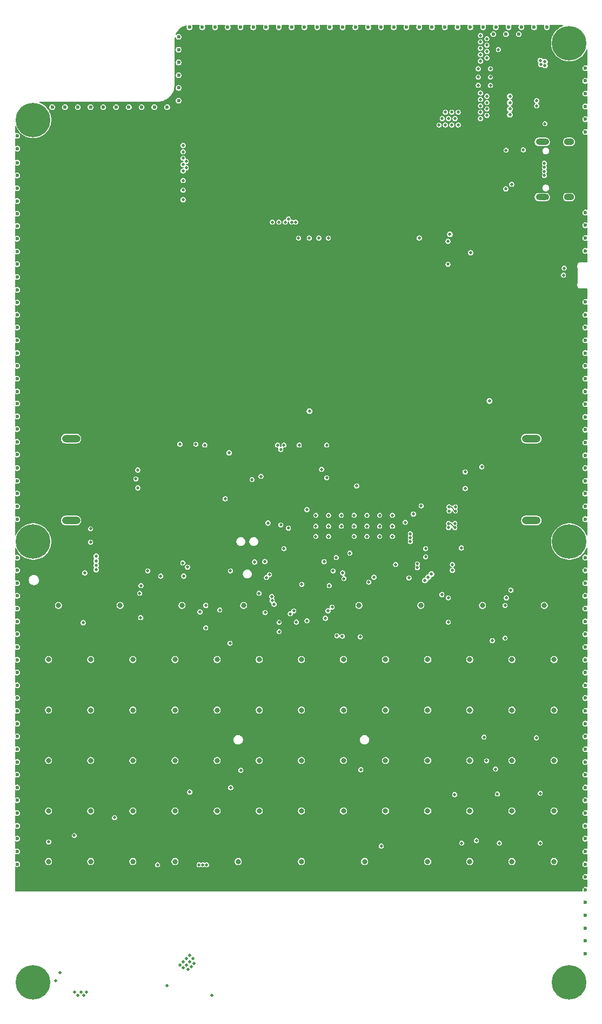
<source format=gbr>
%TF.GenerationSoftware,KiCad,Pcbnew,9.0.4*%
%TF.CreationDate,2025-09-18T14:59:57+02:00*%
%TF.ProjectId,blackpants,626c6163-6b70-4616-9e74-732e6b696361,V2.5*%
%TF.SameCoordinates,Original*%
%TF.FileFunction,Copper,L2,Inr*%
%TF.FilePolarity,Positive*%
%FSLAX46Y46*%
G04 Gerber Fmt 4.6, Leading zero omitted, Abs format (unit mm)*
G04 Created by KiCad (PCBNEW 9.0.4) date 2025-09-18 14:59:57*
%MOMM*%
%LPD*%
G01*
G04 APERTURE LIST*
%TA.AperFunction,ComponentPad*%
%ADD10C,5.400000*%
%TD*%
%TA.AperFunction,ComponentPad*%
%ADD11C,0.800000*%
%TD*%
%TA.AperFunction,HeatsinkPad*%
%ADD12O,1.600000X1.000000*%
%TD*%
%TA.AperFunction,HeatsinkPad*%
%ADD13O,2.100000X1.000000*%
%TD*%
%TA.AperFunction,HeatsinkPad*%
%ADD14C,0.500000*%
%TD*%
%TA.AperFunction,HeatsinkPad*%
%ADD15O,2.900000X1.200000*%
%TD*%
%TA.AperFunction,ViaPad*%
%ADD16C,0.500000*%
%TD*%
%TA.AperFunction,ViaPad*%
%ADD17C,0.600000*%
%TD*%
%TA.AperFunction,Conductor*%
%ADD18C,0.175000*%
%TD*%
G04 APERTURE END LIST*
D10*
%TO.N,N/C*%
%TO.C,H2*%
X117000000Y-30000000D03*
%TD*%
%TO.N,N/C*%
%TO.C,H1*%
X33000000Y-42000000D03*
%TD*%
%TO.N,N/C*%
%TO.C,H7*%
X117000000Y-108000000D03*
%TD*%
%TO.N,N/C*%
%TO.C,H6*%
X33000000Y-108000000D03*
%TD*%
D11*
%TO.N,/Keyboard/ROW_0*%
%TO.C,U14*%
X36965000Y-117987278D03*
X46640000Y-117987278D03*
X56315000Y-117987278D03*
X65990000Y-117987278D03*
X84065000Y-117987278D03*
X93740000Y-117987278D03*
X103415000Y-117987278D03*
X113090000Y-117987278D03*
%TO.N,/Keyboard/ROW_1*%
X35425000Y-126477278D03*
X42025000Y-126477278D03*
X48625000Y-126477278D03*
X55225000Y-126477278D03*
X61825000Y-126477278D03*
X68425000Y-126477278D03*
X75025000Y-126477278D03*
X81625000Y-126477278D03*
X88225000Y-126477278D03*
X94825000Y-126477278D03*
%TO.N,/Keyboard/ROW_0*%
X101425000Y-126477278D03*
X108025000Y-126477278D03*
%TO.N,/Keyboard/ROW_6*%
X114625000Y-126477278D03*
%TO.N,/Keyboard/ROW_2*%
X35425000Y-134377278D03*
X42025000Y-134377278D03*
X48625000Y-134377278D03*
X55225000Y-134377278D03*
X61825000Y-134377278D03*
X68425000Y-134377278D03*
X75025000Y-134377278D03*
X81625000Y-134377278D03*
X88225000Y-134377278D03*
X94825000Y-134377278D03*
%TO.N,/Keyboard/ROW_5*%
X101425000Y-134377278D03*
X108025000Y-134377278D03*
%TO.N,/Keyboard/ROW_7*%
X114625000Y-134377278D03*
%TO.N,/Keyboard/ROW_3*%
X35425000Y-142277278D03*
X42025000Y-142277278D03*
X48625000Y-142277278D03*
X55225000Y-142277278D03*
X61825000Y-142277278D03*
X68425000Y-142277278D03*
X75025000Y-142277278D03*
X81625000Y-142277278D03*
X88225000Y-142277278D03*
X94825000Y-142277278D03*
%TO.N,/Keyboard/ROW_6*%
X101425000Y-142277278D03*
X108025000Y-142277278D03*
X114625000Y-142277278D03*
%TO.N,/Keyboard/ROW_4*%
X35425000Y-150177278D03*
X42025000Y-150177278D03*
X48625000Y-150177278D03*
X55225000Y-150177278D03*
X61825000Y-150177278D03*
X68425000Y-150177278D03*
X75025000Y-150177278D03*
X81625000Y-150177278D03*
X88225000Y-150177278D03*
X94825000Y-150177278D03*
%TO.N,/Keyboard/ROW_6*%
X101425000Y-150177278D03*
X108025000Y-150177278D03*
X114625000Y-150177278D03*
%TO.N,/Keyboard/ROW_5*%
X35425000Y-158077278D03*
X42025000Y-158077278D03*
X48625000Y-158077278D03*
X55225000Y-158077278D03*
X65125000Y-158077278D03*
X75025000Y-158077278D03*
X84925000Y-158077278D03*
X94825000Y-158077278D03*
%TO.N,/Keyboard/ROW_6*%
X101425000Y-158077278D03*
X108025000Y-158077278D03*
X114625000Y-158077278D03*
%TD*%
D10*
%TO.N,N/C*%
%TO.C,H4*%
X33000000Y-177000000D03*
%TD*%
%TO.N,N/C*%
%TO.C,H3*%
X117000000Y-177000000D03*
%TD*%
D12*
%TO.N,GND*%
%TO.C,J8*%
X116960000Y-45440000D03*
D13*
X112780000Y-45440000D03*
D12*
X116960000Y-54080000D03*
D13*
X112780000Y-54080000D03*
%TD*%
D14*
%TO.N,GND*%
%TO.C,U2*%
X102745000Y-34000000D03*
X102745000Y-35300000D03*
X102745000Y-36600000D03*
X104655000Y-34000000D03*
X104655000Y-35300000D03*
X104655000Y-36600000D03*
%TD*%
D15*
%TO.N,GND*%
%TO.C,J4*%
X111050000Y-91900000D03*
X111050000Y-104700000D03*
%TD*%
%TO.N,GND*%
%TO.C,J5*%
X38950000Y-104700000D03*
X38950000Y-91900000D03*
%TD*%
D16*
%TO.N,Net-(JP4-A)*%
X63100000Y-101300000D03*
%TO.N,+3V3*%
X67500000Y-97600000D03*
X70400000Y-95300000D03*
%TO.N,/USART_TX*%
X57200000Y-112000000D03*
%TO.N,/USART_RX*%
X56452550Y-111347450D03*
%TO.N,+BATT*%
X113200000Y-32900000D03*
X40900000Y-179000000D03*
X39500000Y-178500000D03*
X40500000Y-178500000D03*
X112500000Y-32700000D03*
X112600000Y-33300000D03*
X113200000Y-33500000D03*
X41400000Y-178500000D03*
X40000000Y-179000000D03*
D17*
%TO.N,GND*%
X48000000Y-40000000D03*
D16*
X113200000Y-42600000D03*
X49400000Y-96800000D03*
D17*
X119500000Y-134500000D03*
D16*
X103100000Y-29800000D03*
D17*
X30500000Y-80500000D03*
D16*
X103100000Y-39800000D03*
X103100000Y-30800000D03*
D17*
X119500000Y-58500000D03*
X101500000Y-27500000D03*
X30500000Y-82500000D03*
X119500000Y-56500000D03*
D16*
X79850000Y-118250000D03*
D17*
X119500000Y-88500000D03*
X36000000Y-40000000D03*
D16*
X71800000Y-93600000D03*
D17*
X77500000Y-27500000D03*
X83500000Y-27500000D03*
X30500000Y-134500000D03*
D16*
X71800000Y-105400000D03*
X96600000Y-42800000D03*
D17*
X119500000Y-164500000D03*
X119500000Y-90500000D03*
D16*
X56500000Y-50000000D03*
D17*
X119500000Y-60500000D03*
D16*
X59000000Y-158600000D03*
D17*
X109100000Y-28575000D03*
D16*
X103100000Y-31800000D03*
X101550000Y-62800000D03*
X111900000Y-39000000D03*
D17*
X30500000Y-92400000D03*
X30500000Y-144500000D03*
X55800000Y-29000000D03*
X65500000Y-27500000D03*
X30500000Y-52700000D03*
X99500000Y-27500000D03*
D16*
X57250000Y-175000000D03*
D17*
X30500000Y-96500000D03*
X30500000Y-74500000D03*
X30500000Y-50700000D03*
X30500000Y-84500000D03*
X119500000Y-168500000D03*
D16*
X74590000Y-60500000D03*
X74700000Y-92900000D03*
X77300000Y-103900000D03*
D17*
X30500000Y-142500000D03*
D16*
X83700000Y-99300000D03*
D17*
X63500000Y-27500000D03*
X57500000Y-27500000D03*
X119500000Y-122500000D03*
D16*
X93200000Y-112100000D03*
D17*
X119500000Y-120500000D03*
X119500000Y-142500000D03*
X119500000Y-160500000D03*
X30500000Y-44500000D03*
X119500000Y-74500000D03*
D16*
X79300000Y-107200000D03*
X78600000Y-111150000D03*
X100700000Y-97100000D03*
D17*
X30500000Y-88400000D03*
D16*
X111900000Y-39800000D03*
X80600000Y-122750000D03*
X56500000Y-51500000D03*
X92600000Y-103700000D03*
D17*
X119500000Y-148500000D03*
X67500000Y-27500000D03*
D16*
X57750000Y-174500000D03*
X69310000Y-111120000D03*
X83300000Y-105600000D03*
X56000000Y-174250000D03*
X79000000Y-98000000D03*
X104100000Y-39300000D03*
D17*
X81500000Y-27500000D03*
D16*
X57500000Y-172750000D03*
X41100000Y-112900000D03*
X94500000Y-109100000D03*
D17*
X103500000Y-27500000D03*
X119500000Y-80500000D03*
D16*
X57000000Y-174250000D03*
X69800000Y-105100000D03*
X75100000Y-114700000D03*
X91900000Y-113700000D03*
D17*
X42000000Y-40000000D03*
X30500000Y-66600000D03*
X30500000Y-128500000D03*
D16*
X79300000Y-103900000D03*
X78200000Y-96700000D03*
X81300000Y-103900000D03*
D17*
X105500000Y-27500000D03*
D16*
X79200000Y-118850000D03*
D17*
X30500000Y-158500000D03*
D16*
X56600000Y-113400000D03*
D17*
X119500000Y-100500000D03*
X46000000Y-40000000D03*
D16*
X103100000Y-41800000D03*
D17*
X119500000Y-78500000D03*
D16*
X56500000Y-174750000D03*
D17*
X119500000Y-154500000D03*
D16*
X56500000Y-173750000D03*
X81300000Y-105600000D03*
D17*
X119500000Y-136500000D03*
X30500000Y-136500000D03*
X55800000Y-37000000D03*
X30500000Y-118500000D03*
X30500000Y-64600000D03*
D16*
X76265000Y-60500000D03*
X107100000Y-46750000D03*
X91300000Y-105000000D03*
X58250000Y-174000000D03*
D17*
X109500000Y-27500000D03*
X119500000Y-158500000D03*
D16*
X73000000Y-105900000D03*
X79265000Y-60500000D03*
D17*
X119500000Y-94500000D03*
D16*
X57500000Y-173750000D03*
X77765000Y-60500000D03*
D17*
X119500000Y-114500000D03*
D16*
X89300000Y-105600000D03*
D17*
X119500000Y-84500000D03*
D16*
X104100000Y-40300000D03*
D17*
X105100000Y-28575000D03*
D16*
X71550000Y-120650000D03*
D17*
X119500000Y-140500000D03*
X30500000Y-94400000D03*
X30500000Y-138500000D03*
D16*
X92100000Y-108000000D03*
D17*
X85500000Y-27500000D03*
X44000000Y-40000000D03*
X119500000Y-118500000D03*
D16*
X85300000Y-103900000D03*
D17*
X119500000Y-130500000D03*
X30500000Y-58600000D03*
D16*
X107060000Y-52800000D03*
X83300000Y-107200000D03*
X98000000Y-64600000D03*
D17*
X30500000Y-90400000D03*
X89500000Y-27500000D03*
X30500000Y-124500000D03*
X30500000Y-98500000D03*
X87500000Y-27500000D03*
D16*
X56500000Y-54500000D03*
X85300000Y-107200000D03*
X104100000Y-31300000D03*
D17*
X119500000Y-146500000D03*
D16*
X60200000Y-158600000D03*
X49100000Y-98200000D03*
D17*
X54000000Y-40000000D03*
D16*
X82619238Y-109819238D03*
D17*
X119500000Y-126500000D03*
D16*
X104100000Y-38300000D03*
D17*
X119500000Y-35900000D03*
X30500000Y-114500000D03*
D16*
X81700000Y-113800000D03*
X99600000Y-40800000D03*
X89300000Y-103900000D03*
X87300000Y-107200000D03*
D17*
X30500000Y-68600000D03*
D16*
X59600000Y-158600000D03*
D17*
X30500000Y-86400000D03*
D16*
X80500000Y-110500000D03*
D17*
X30500000Y-130500000D03*
D16*
X92100000Y-107400000D03*
D17*
X119500000Y-70500000D03*
X30500000Y-112500000D03*
X119500000Y-43900000D03*
X119500000Y-37900000D03*
X119500000Y-152500000D03*
D16*
X85300000Y-105600000D03*
D17*
X119500000Y-150500000D03*
X30500000Y-152500000D03*
X119500000Y-128500000D03*
X119500000Y-76500000D03*
D16*
X77300000Y-107200000D03*
D17*
X119500000Y-112500000D03*
D16*
X93800000Y-102400000D03*
D17*
X119500000Y-110500000D03*
X119500000Y-170500000D03*
X119500000Y-82500000D03*
X55800000Y-39000000D03*
D16*
X104100000Y-30300000D03*
X104100000Y-32300000D03*
D17*
X119500000Y-138500000D03*
D16*
X87300000Y-105600000D03*
D17*
X52000000Y-40000000D03*
D16*
X98000000Y-61000000D03*
D17*
X97500000Y-27500000D03*
X119500000Y-132500000D03*
X119500000Y-72500000D03*
D16*
X67300000Y-98300000D03*
D17*
X30500000Y-148500000D03*
X119500000Y-96500000D03*
D16*
X109800000Y-46700000D03*
D17*
X30500000Y-150500000D03*
X119500000Y-166500000D03*
D16*
X71550000Y-122100000D03*
D17*
X30500000Y-126500000D03*
X119500000Y-39900000D03*
D16*
X56500000Y-53000000D03*
X99600000Y-42800000D03*
D17*
X93500000Y-27500000D03*
X30500000Y-132500000D03*
X119500000Y-172500000D03*
X59500000Y-27500000D03*
X30500000Y-56700000D03*
X30500000Y-102500000D03*
D16*
X94500000Y-110400000D03*
X77300000Y-105600000D03*
D17*
X55800000Y-31000000D03*
X119500000Y-156500000D03*
D16*
X103100000Y-40800000D03*
D17*
X113500000Y-27500000D03*
X30500000Y-104500000D03*
D16*
X68400000Y-116100000D03*
D17*
X30500000Y-146500000D03*
D16*
X75900000Y-103000000D03*
D17*
X30500000Y-140500000D03*
D16*
X79000000Y-92900000D03*
D17*
X30500000Y-110500000D03*
D16*
X92100000Y-106800000D03*
D17*
X75500000Y-27500000D03*
D16*
X49400000Y-99600000D03*
X93200000Y-111500000D03*
D17*
X30500000Y-70600000D03*
D16*
X103100000Y-37800000D03*
X104100000Y-29300000D03*
D17*
X61500000Y-27500000D03*
X30500000Y-46500000D03*
X119500000Y-41900000D03*
X73500000Y-27500000D03*
X71500000Y-27500000D03*
X119500000Y-92500000D03*
X30500000Y-154500000D03*
D16*
X49900000Y-114900000D03*
X100700000Y-99700000D03*
D17*
X119500000Y-144500000D03*
X30500000Y-60600000D03*
X30500000Y-62600000D03*
X119500000Y-62500000D03*
X119500000Y-124500000D03*
D16*
X104100000Y-41300000D03*
X89300000Y-107200000D03*
X103100000Y-28800000D03*
D17*
X119500000Y-102500000D03*
D16*
X107980000Y-52090000D03*
X52500000Y-158600000D03*
D17*
X69500000Y-27500000D03*
X111500000Y-27500000D03*
D16*
X98100000Y-41800000D03*
D17*
X119500000Y-104500000D03*
X30500000Y-54700000D03*
X30500000Y-48700000D03*
D16*
X116100000Y-66300000D03*
D17*
X30500000Y-116500000D03*
D16*
X83300000Y-103900000D03*
X103100000Y-32800000D03*
D17*
X30500000Y-78500000D03*
X30500000Y-72500000D03*
X119500000Y-33900000D03*
D16*
X98700000Y-111600000D03*
D17*
X30500000Y-122500000D03*
D16*
X97600000Y-40800000D03*
D17*
X107500000Y-27500000D03*
X95500000Y-27500000D03*
X30500000Y-76500000D03*
D16*
X98600000Y-42800000D03*
D17*
X119500000Y-98500000D03*
X55800000Y-33000000D03*
X79500000Y-27500000D03*
D16*
X97100000Y-41800000D03*
D17*
X38000000Y-40000000D03*
X119500000Y-116500000D03*
X55800000Y-35000000D03*
D16*
X103100000Y-38800000D03*
D17*
X30500000Y-120500000D03*
X119500000Y-86500000D03*
X40000000Y-40000000D03*
X30500000Y-100500000D03*
D16*
X87300000Y-103900000D03*
X58000000Y-173250000D03*
X98600000Y-40800000D03*
X99100000Y-41800000D03*
X53000000Y-113400000D03*
D17*
X91500000Y-27500000D03*
X30500000Y-156500000D03*
D16*
X57000000Y-173250000D03*
D17*
X107100000Y-28575000D03*
X119500000Y-162500000D03*
D16*
X79300000Y-105600000D03*
D17*
X50000000Y-40000000D03*
D16*
X97600000Y-42800000D03*
%TO.N,+3V3*%
X75700000Y-93010000D03*
X69310000Y-102600000D03*
X106105000Y-52800000D03*
X100600000Y-107600000D03*
X69590000Y-101800000D03*
X76790000Y-97620000D03*
X69400000Y-91400000D03*
X69200000Y-98200000D03*
X79600000Y-113500000D03*
X73100000Y-101360002D03*
X73127500Y-95400000D03*
X79300000Y-111950000D03*
X108850000Y-46700000D03*
X79500000Y-115950000D03*
X65300000Y-112700000D03*
X91500000Y-109000000D03*
X98000000Y-107700000D03*
X72000000Y-119000000D03*
X76065000Y-101675000D03*
X106150000Y-46750000D03*
X74600000Y-89300000D03*
X90800000Y-109000000D03*
X69700000Y-111891000D03*
X79236953Y-111087629D03*
X61800000Y-101300000D03*
X92200000Y-109000000D03*
%TO.N,/nRST*%
X79400000Y-114900000D03*
X67701714Y-111197943D03*
%TO.N,Net-(PWR_BUTTON1-Pad1)*%
X116200000Y-65200000D03*
X105900000Y-31000000D03*
%TO.N,/Keyboard/COL_0*%
X40850000Y-120710000D03*
X100150000Y-155210000D03*
X35450000Y-155010000D03*
%TO.N,/Keyboard/COL_1*%
X106050000Y-155210000D03*
X39450000Y-154010000D03*
X49850000Y-119910000D03*
%TO.N,/Keyboard/COL_2*%
X59150000Y-119010000D03*
X112450000Y-155210000D03*
X45750000Y-151210000D03*
%TO.N,/Keyboard/COL_3*%
X99050000Y-147610000D03*
X57550000Y-147210000D03*
X69350000Y-119110000D03*
%TO.N,/Keyboard/COL_4*%
X105750000Y-147510000D03*
X72300000Y-109100000D03*
X63950000Y-146510000D03*
X62250000Y-118710000D03*
X63923350Y-112599730D03*
X84250000Y-122910000D03*
X63850000Y-123910000D03*
%TO.N,/Keyboard/COL_5*%
X112450000Y-147410000D03*
X70387090Y-116594738D03*
X65550000Y-143810000D03*
%TO.N,/Keyboard/COL_6*%
X87550000Y-155650000D03*
X102450000Y-154800000D03*
X74252297Y-120590093D03*
%TO.N,/Keyboard/COL_7*%
X84350000Y-143710000D03*
X107850000Y-115610000D03*
X105450000Y-143610000D03*
X86411195Y-113588805D03*
%TO.N,/Keyboard/COL_8*%
X85600000Y-114345000D03*
X111850000Y-138710000D03*
X98050000Y-116800000D03*
X103650000Y-138610000D03*
%TO.N,/Keyboard/ROW_3*%
X75900000Y-120400000D03*
%TO.N,/Keyboard/ROW_2*%
X70756000Y-117800000D03*
%TO.N,/Keyboard/ROW_4*%
X78800000Y-120000000D03*
%TO.N,/Keyboard/ROW_6*%
X104950000Y-123510000D03*
X104050000Y-142310000D03*
%TO.N,/Keyboard/COL_9*%
X107150000Y-116810000D03*
X97050000Y-116300000D03*
%TO.N,/Keyboard/ROW_0*%
X106950000Y-118010000D03*
X81450000Y-122810000D03*
X106950000Y-123110000D03*
X60050000Y-121510000D03*
X60050000Y-118000400D03*
%TO.N,/Keyboard/ROW_5*%
X98050000Y-120610000D03*
%TO.N,/Keyboard/ROW_1*%
X70465000Y-117229981D03*
%TO.N,+5V*%
X107700000Y-39300000D03*
X63700000Y-94100000D03*
X95400000Y-113100000D03*
X107700000Y-40300000D03*
X98300000Y-59900000D03*
X42900000Y-111700000D03*
X94400000Y-114100000D03*
X42900000Y-110300000D03*
X107700000Y-38300000D03*
X42900000Y-111000000D03*
X42900000Y-112400000D03*
X94900000Y-113600000D03*
X107700000Y-41200000D03*
X76300000Y-87600000D03*
X104500000Y-86000000D03*
%TO.N,/Power & USB/D+*%
X113100000Y-50710000D03*
X113100000Y-49440000D03*
%TO.N,/Power & USB/D-*%
X113100000Y-48790000D03*
X113110000Y-50070000D03*
%TO.N,Net-(D7-A)*%
X61000000Y-179000000D03*
X36500000Y-176750000D03*
%TO.N,Net-(Q1-G)*%
X54000000Y-177500000D03*
X37250000Y-175500000D03*
%TO.N,Net-(U7-FB)*%
X89800000Y-111600000D03*
X98700000Y-112500000D03*
%TO.N,Net-(J4-VBUS)*%
X59900000Y-92900000D03*
X103300000Y-96300000D03*
%TO.N,/USB/I2C.SCL*%
X72300000Y-92900000D03*
X73840709Y-118863325D03*
%TO.N,/USB/I2C.SDA*%
X73300000Y-119300000D03*
X71300000Y-92900000D03*
%TO.N,Net-(J11-Pin_8)*%
X56500000Y-49000000D03*
X73500000Y-58000000D03*
%TO.N,Net-(J11-Pin_2)*%
X56500000Y-46000000D03*
X70500000Y-58000000D03*
%TO.N,Net-(J11-Pin_6)*%
X56500000Y-48000000D03*
X72500000Y-58000000D03*
%TO.N,Net-(J11-Pin_9)*%
X74140003Y-58000000D03*
X57000000Y-49500000D03*
%TO.N,Net-(J11-Pin_7)*%
X73000000Y-57500000D03*
X57000000Y-48500000D03*
%TO.N,Net-(J11-Pin_4)*%
X71500000Y-58000000D03*
X56500000Y-47000000D03*
%TO.N,/USB/USB3.D-*%
X98180000Y-102575000D03*
X99160000Y-103220000D03*
%TO.N,/USB/USB3.D+*%
X98180000Y-103225000D03*
X99160000Y-102570000D03*
%TO.N,Net-(JP4-A)*%
X68700000Y-97800000D03*
%TO.N,/USART_RX*%
X56000000Y-92750000D03*
%TO.N,/USART_TX*%
X58500000Y-92750000D03*
%TO.N,+13v*%
X50960000Y-112600000D03*
%TO.N,/DSI Bridge and Backlight/FB*%
X49700000Y-116100000D03*
%TO.N,/DSI Bridge and Backlight/BL_PWM*%
X42000000Y-108100000D03*
X42000000Y-106000000D03*
%TO.N,/USBSTM.D-*%
X98100000Y-105825000D03*
X99080000Y-105170000D03*
X69570190Y-113629810D03*
%TO.N,/USBSTM.D+*%
X99080000Y-105820000D03*
X70029810Y-113170190D03*
X98100000Y-105175000D03*
%TO.N,/USB_DET*%
X93500000Y-60500000D03*
X80000000Y-112600000D03*
%TO.N,/USB_CS*%
X100100000Y-108999000D03*
X81500000Y-112900000D03*
%TD*%
D18*
%TO.N,/USB/USB3.D-*%
X98180000Y-102575000D02*
X98240907Y-102575488D01*
X99119156Y-103220000D02*
X99160000Y-103220000D01*
X98180000Y-102575000D02*
X98474156Y-102575000D01*
X98474156Y-102575000D02*
X99119156Y-103220000D01*
%TO.N,/USBSTM.D+*%
X98100000Y-105175000D02*
X98160907Y-105175488D01*
X98394156Y-105175000D02*
X99039156Y-105820000D01*
X98100000Y-105175000D02*
X98394156Y-105175000D01*
X99039156Y-105820000D02*
X99080000Y-105820000D01*
%TD*%
%TA.AperFunction,Conductor*%
%TO.N,+3V3*%
G36*
X59068310Y-27169407D02*
G01*
X59104274Y-27218907D01*
X59104274Y-27280093D01*
X59095855Y-27299001D01*
X59080202Y-27326111D01*
X59080201Y-27326113D01*
X59080201Y-27326114D01*
X59049500Y-27440691D01*
X59049500Y-27559309D01*
X59050569Y-27563298D01*
X59080202Y-27673890D01*
X59139507Y-27776608D01*
X59139509Y-27776610D01*
X59139511Y-27776613D01*
X59223387Y-27860489D01*
X59223389Y-27860490D01*
X59223391Y-27860492D01*
X59326110Y-27919797D01*
X59326111Y-27919797D01*
X59326114Y-27919799D01*
X59440691Y-27950500D01*
X59440693Y-27950500D01*
X59559307Y-27950500D01*
X59559309Y-27950500D01*
X59673886Y-27919799D01*
X59673888Y-27919797D01*
X59673890Y-27919797D01*
X59776608Y-27860492D01*
X59776608Y-27860491D01*
X59776613Y-27860489D01*
X59860489Y-27776613D01*
X59878393Y-27745603D01*
X59919797Y-27673890D01*
X59919797Y-27673888D01*
X59919799Y-27673886D01*
X59950500Y-27559309D01*
X59950500Y-27440691D01*
X59919799Y-27326114D01*
X59904144Y-27299000D01*
X59891423Y-27239153D01*
X59916309Y-27183257D01*
X59969296Y-27152664D01*
X59989881Y-27150500D01*
X61010119Y-27150500D01*
X61068310Y-27169407D01*
X61104274Y-27218907D01*
X61104274Y-27280093D01*
X61095855Y-27299001D01*
X61080202Y-27326111D01*
X61080201Y-27326113D01*
X61080201Y-27326114D01*
X61049500Y-27440691D01*
X61049500Y-27559309D01*
X61050569Y-27563298D01*
X61080202Y-27673890D01*
X61139507Y-27776608D01*
X61139509Y-27776610D01*
X61139511Y-27776613D01*
X61223387Y-27860489D01*
X61223389Y-27860490D01*
X61223391Y-27860492D01*
X61326110Y-27919797D01*
X61326111Y-27919797D01*
X61326114Y-27919799D01*
X61440691Y-27950500D01*
X61440693Y-27950500D01*
X61559307Y-27950500D01*
X61559309Y-27950500D01*
X61673886Y-27919799D01*
X61673888Y-27919797D01*
X61673890Y-27919797D01*
X61776608Y-27860492D01*
X61776608Y-27860491D01*
X61776613Y-27860489D01*
X61860489Y-27776613D01*
X61878393Y-27745603D01*
X61919797Y-27673890D01*
X61919797Y-27673888D01*
X61919799Y-27673886D01*
X61950500Y-27559309D01*
X61950500Y-27440691D01*
X61919799Y-27326114D01*
X61904144Y-27299000D01*
X61891423Y-27239153D01*
X61916309Y-27183257D01*
X61969296Y-27152664D01*
X61989881Y-27150500D01*
X63010119Y-27150500D01*
X63068310Y-27169407D01*
X63104274Y-27218907D01*
X63104274Y-27280093D01*
X63095855Y-27299001D01*
X63080202Y-27326111D01*
X63080201Y-27326113D01*
X63080201Y-27326114D01*
X63049500Y-27440691D01*
X63049500Y-27559309D01*
X63050569Y-27563298D01*
X63080202Y-27673890D01*
X63139507Y-27776608D01*
X63139509Y-27776610D01*
X63139511Y-27776613D01*
X63223387Y-27860489D01*
X63223389Y-27860490D01*
X63223391Y-27860492D01*
X63326110Y-27919797D01*
X63326111Y-27919797D01*
X63326114Y-27919799D01*
X63440691Y-27950500D01*
X63440693Y-27950500D01*
X63559307Y-27950500D01*
X63559309Y-27950500D01*
X63673886Y-27919799D01*
X63673888Y-27919797D01*
X63673890Y-27919797D01*
X63776608Y-27860492D01*
X63776608Y-27860491D01*
X63776613Y-27860489D01*
X63860489Y-27776613D01*
X63878393Y-27745603D01*
X63919797Y-27673890D01*
X63919797Y-27673888D01*
X63919799Y-27673886D01*
X63950500Y-27559309D01*
X63950500Y-27440691D01*
X63919799Y-27326114D01*
X63904144Y-27299000D01*
X63891423Y-27239153D01*
X63916309Y-27183257D01*
X63969296Y-27152664D01*
X63989881Y-27150500D01*
X65010119Y-27150500D01*
X65068310Y-27169407D01*
X65104274Y-27218907D01*
X65104274Y-27280093D01*
X65095855Y-27299001D01*
X65080202Y-27326111D01*
X65080201Y-27326113D01*
X65080201Y-27326114D01*
X65049500Y-27440691D01*
X65049500Y-27559309D01*
X65050569Y-27563298D01*
X65080202Y-27673890D01*
X65139507Y-27776608D01*
X65139509Y-27776610D01*
X65139511Y-27776613D01*
X65223387Y-27860489D01*
X65223389Y-27860490D01*
X65223391Y-27860492D01*
X65326110Y-27919797D01*
X65326111Y-27919797D01*
X65326114Y-27919799D01*
X65440691Y-27950500D01*
X65440693Y-27950500D01*
X65559307Y-27950500D01*
X65559309Y-27950500D01*
X65673886Y-27919799D01*
X65673888Y-27919797D01*
X65673890Y-27919797D01*
X65776608Y-27860492D01*
X65776608Y-27860491D01*
X65776613Y-27860489D01*
X65860489Y-27776613D01*
X65878393Y-27745603D01*
X65919797Y-27673890D01*
X65919797Y-27673888D01*
X65919799Y-27673886D01*
X65950500Y-27559309D01*
X65950500Y-27440691D01*
X65919799Y-27326114D01*
X65904144Y-27299000D01*
X65891423Y-27239153D01*
X65916309Y-27183257D01*
X65969296Y-27152664D01*
X65989881Y-27150500D01*
X67010119Y-27150500D01*
X67068310Y-27169407D01*
X67104274Y-27218907D01*
X67104274Y-27280093D01*
X67095855Y-27299001D01*
X67080202Y-27326111D01*
X67080201Y-27326113D01*
X67080201Y-27326114D01*
X67049500Y-27440691D01*
X67049500Y-27559309D01*
X67050569Y-27563298D01*
X67080202Y-27673890D01*
X67139507Y-27776608D01*
X67139509Y-27776610D01*
X67139511Y-27776613D01*
X67223387Y-27860489D01*
X67223389Y-27860490D01*
X67223391Y-27860492D01*
X67326110Y-27919797D01*
X67326111Y-27919797D01*
X67326114Y-27919799D01*
X67440691Y-27950500D01*
X67440693Y-27950500D01*
X67559307Y-27950500D01*
X67559309Y-27950500D01*
X67673886Y-27919799D01*
X67673888Y-27919797D01*
X67673890Y-27919797D01*
X67776608Y-27860492D01*
X67776608Y-27860491D01*
X67776613Y-27860489D01*
X67860489Y-27776613D01*
X67878393Y-27745603D01*
X67919797Y-27673890D01*
X67919797Y-27673888D01*
X67919799Y-27673886D01*
X67950500Y-27559309D01*
X67950500Y-27440691D01*
X67919799Y-27326114D01*
X67904144Y-27299000D01*
X67891423Y-27239153D01*
X67916309Y-27183257D01*
X67969296Y-27152664D01*
X67989881Y-27150500D01*
X69010119Y-27150500D01*
X69068310Y-27169407D01*
X69104274Y-27218907D01*
X69104274Y-27280093D01*
X69095855Y-27299001D01*
X69080202Y-27326111D01*
X69080201Y-27326113D01*
X69080201Y-27326114D01*
X69049500Y-27440691D01*
X69049500Y-27559309D01*
X69050569Y-27563298D01*
X69080202Y-27673890D01*
X69139507Y-27776608D01*
X69139509Y-27776610D01*
X69139511Y-27776613D01*
X69223387Y-27860489D01*
X69223389Y-27860490D01*
X69223391Y-27860492D01*
X69326110Y-27919797D01*
X69326111Y-27919797D01*
X69326114Y-27919799D01*
X69440691Y-27950500D01*
X69440693Y-27950500D01*
X69559307Y-27950500D01*
X69559309Y-27950500D01*
X69673886Y-27919799D01*
X69673888Y-27919797D01*
X69673890Y-27919797D01*
X69776608Y-27860492D01*
X69776608Y-27860491D01*
X69776613Y-27860489D01*
X69860489Y-27776613D01*
X69878393Y-27745603D01*
X69919797Y-27673890D01*
X69919797Y-27673888D01*
X69919799Y-27673886D01*
X69950500Y-27559309D01*
X69950500Y-27440691D01*
X69919799Y-27326114D01*
X69904144Y-27299000D01*
X69891423Y-27239153D01*
X69916309Y-27183257D01*
X69969296Y-27152664D01*
X69989881Y-27150500D01*
X71010119Y-27150500D01*
X71068310Y-27169407D01*
X71104274Y-27218907D01*
X71104274Y-27280093D01*
X71095855Y-27299001D01*
X71080202Y-27326111D01*
X71080201Y-27326113D01*
X71080201Y-27326114D01*
X71049500Y-27440691D01*
X71049500Y-27559309D01*
X71050569Y-27563298D01*
X71080202Y-27673890D01*
X71139507Y-27776608D01*
X71139509Y-27776610D01*
X71139511Y-27776613D01*
X71223387Y-27860489D01*
X71223389Y-27860490D01*
X71223391Y-27860492D01*
X71326110Y-27919797D01*
X71326111Y-27919797D01*
X71326114Y-27919799D01*
X71440691Y-27950500D01*
X71440693Y-27950500D01*
X71559307Y-27950500D01*
X71559309Y-27950500D01*
X71673886Y-27919799D01*
X71673888Y-27919797D01*
X71673890Y-27919797D01*
X71776608Y-27860492D01*
X71776608Y-27860491D01*
X71776613Y-27860489D01*
X71860489Y-27776613D01*
X71878393Y-27745603D01*
X71919797Y-27673890D01*
X71919797Y-27673888D01*
X71919799Y-27673886D01*
X71950500Y-27559309D01*
X71950500Y-27440691D01*
X71919799Y-27326114D01*
X71904144Y-27299000D01*
X71891423Y-27239153D01*
X71916309Y-27183257D01*
X71969296Y-27152664D01*
X71989881Y-27150500D01*
X73010119Y-27150500D01*
X73068310Y-27169407D01*
X73104274Y-27218907D01*
X73104274Y-27280093D01*
X73095855Y-27299001D01*
X73080202Y-27326111D01*
X73080201Y-27326113D01*
X73080201Y-27326114D01*
X73049500Y-27440691D01*
X73049500Y-27559309D01*
X73050569Y-27563298D01*
X73080202Y-27673890D01*
X73139507Y-27776608D01*
X73139509Y-27776610D01*
X73139511Y-27776613D01*
X73223387Y-27860489D01*
X73223389Y-27860490D01*
X73223391Y-27860492D01*
X73326110Y-27919797D01*
X73326111Y-27919797D01*
X73326114Y-27919799D01*
X73440691Y-27950500D01*
X73440693Y-27950500D01*
X73559307Y-27950500D01*
X73559309Y-27950500D01*
X73673886Y-27919799D01*
X73673888Y-27919797D01*
X73673890Y-27919797D01*
X73776608Y-27860492D01*
X73776608Y-27860491D01*
X73776613Y-27860489D01*
X73860489Y-27776613D01*
X73878393Y-27745603D01*
X73919797Y-27673890D01*
X73919797Y-27673888D01*
X73919799Y-27673886D01*
X73950500Y-27559309D01*
X73950500Y-27440691D01*
X73919799Y-27326114D01*
X73904144Y-27299000D01*
X73891423Y-27239153D01*
X73916309Y-27183257D01*
X73969296Y-27152664D01*
X73989881Y-27150500D01*
X75010119Y-27150500D01*
X75068310Y-27169407D01*
X75104274Y-27218907D01*
X75104274Y-27280093D01*
X75095855Y-27299001D01*
X75080202Y-27326111D01*
X75080201Y-27326113D01*
X75080201Y-27326114D01*
X75049500Y-27440691D01*
X75049500Y-27559309D01*
X75050569Y-27563298D01*
X75080202Y-27673890D01*
X75139507Y-27776608D01*
X75139509Y-27776610D01*
X75139511Y-27776613D01*
X75223387Y-27860489D01*
X75223389Y-27860490D01*
X75223391Y-27860492D01*
X75326110Y-27919797D01*
X75326111Y-27919797D01*
X75326114Y-27919799D01*
X75440691Y-27950500D01*
X75440693Y-27950500D01*
X75559307Y-27950500D01*
X75559309Y-27950500D01*
X75673886Y-27919799D01*
X75673888Y-27919797D01*
X75673890Y-27919797D01*
X75776608Y-27860492D01*
X75776608Y-27860491D01*
X75776613Y-27860489D01*
X75860489Y-27776613D01*
X75878393Y-27745603D01*
X75919797Y-27673890D01*
X75919797Y-27673888D01*
X75919799Y-27673886D01*
X75950500Y-27559309D01*
X75950500Y-27440691D01*
X75919799Y-27326114D01*
X75904144Y-27299000D01*
X75891423Y-27239153D01*
X75916309Y-27183257D01*
X75969296Y-27152664D01*
X75989881Y-27150500D01*
X77010119Y-27150500D01*
X77068310Y-27169407D01*
X77104274Y-27218907D01*
X77104274Y-27280093D01*
X77095855Y-27299001D01*
X77080202Y-27326111D01*
X77080201Y-27326113D01*
X77080201Y-27326114D01*
X77049500Y-27440691D01*
X77049500Y-27559309D01*
X77050569Y-27563298D01*
X77080202Y-27673890D01*
X77139507Y-27776608D01*
X77139509Y-27776610D01*
X77139511Y-27776613D01*
X77223387Y-27860489D01*
X77223389Y-27860490D01*
X77223391Y-27860492D01*
X77326110Y-27919797D01*
X77326111Y-27919797D01*
X77326114Y-27919799D01*
X77440691Y-27950500D01*
X77440693Y-27950500D01*
X77559307Y-27950500D01*
X77559309Y-27950500D01*
X77673886Y-27919799D01*
X77673888Y-27919797D01*
X77673890Y-27919797D01*
X77776608Y-27860492D01*
X77776608Y-27860491D01*
X77776613Y-27860489D01*
X77860489Y-27776613D01*
X77878393Y-27745603D01*
X77919797Y-27673890D01*
X77919797Y-27673888D01*
X77919799Y-27673886D01*
X77950500Y-27559309D01*
X77950500Y-27440691D01*
X77919799Y-27326114D01*
X77904144Y-27299000D01*
X77891423Y-27239153D01*
X77916309Y-27183257D01*
X77969296Y-27152664D01*
X77989881Y-27150500D01*
X79010119Y-27150500D01*
X79068310Y-27169407D01*
X79104274Y-27218907D01*
X79104274Y-27280093D01*
X79095855Y-27299001D01*
X79080202Y-27326111D01*
X79080201Y-27326113D01*
X79080201Y-27326114D01*
X79049500Y-27440691D01*
X79049500Y-27559309D01*
X79050569Y-27563298D01*
X79080202Y-27673890D01*
X79139507Y-27776608D01*
X79139509Y-27776610D01*
X79139511Y-27776613D01*
X79223387Y-27860489D01*
X79223389Y-27860490D01*
X79223391Y-27860492D01*
X79326110Y-27919797D01*
X79326111Y-27919797D01*
X79326114Y-27919799D01*
X79440691Y-27950500D01*
X79440693Y-27950500D01*
X79559307Y-27950500D01*
X79559309Y-27950500D01*
X79673886Y-27919799D01*
X79673888Y-27919797D01*
X79673890Y-27919797D01*
X79776608Y-27860492D01*
X79776608Y-27860491D01*
X79776613Y-27860489D01*
X79860489Y-27776613D01*
X79878393Y-27745603D01*
X79919797Y-27673890D01*
X79919797Y-27673888D01*
X79919799Y-27673886D01*
X79950500Y-27559309D01*
X79950500Y-27440691D01*
X79919799Y-27326114D01*
X79904144Y-27299000D01*
X79891423Y-27239153D01*
X79916309Y-27183257D01*
X79969296Y-27152664D01*
X79989881Y-27150500D01*
X81010119Y-27150500D01*
X81068310Y-27169407D01*
X81104274Y-27218907D01*
X81104274Y-27280093D01*
X81095855Y-27299001D01*
X81080202Y-27326111D01*
X81080201Y-27326113D01*
X81080201Y-27326114D01*
X81049500Y-27440691D01*
X81049500Y-27559309D01*
X81050569Y-27563298D01*
X81080202Y-27673890D01*
X81139507Y-27776608D01*
X81139509Y-27776610D01*
X81139511Y-27776613D01*
X81223387Y-27860489D01*
X81223389Y-27860490D01*
X81223391Y-27860492D01*
X81326110Y-27919797D01*
X81326111Y-27919797D01*
X81326114Y-27919799D01*
X81440691Y-27950500D01*
X81440693Y-27950500D01*
X81559307Y-27950500D01*
X81559309Y-27950500D01*
X81673886Y-27919799D01*
X81673888Y-27919797D01*
X81673890Y-27919797D01*
X81776608Y-27860492D01*
X81776608Y-27860491D01*
X81776613Y-27860489D01*
X81860489Y-27776613D01*
X81878393Y-27745603D01*
X81919797Y-27673890D01*
X81919797Y-27673888D01*
X81919799Y-27673886D01*
X81950500Y-27559309D01*
X81950500Y-27440691D01*
X81919799Y-27326114D01*
X81904144Y-27299000D01*
X81891423Y-27239153D01*
X81916309Y-27183257D01*
X81969296Y-27152664D01*
X81989881Y-27150500D01*
X83010119Y-27150500D01*
X83068310Y-27169407D01*
X83104274Y-27218907D01*
X83104274Y-27280093D01*
X83095855Y-27299001D01*
X83080202Y-27326111D01*
X83080201Y-27326113D01*
X83080201Y-27326114D01*
X83049500Y-27440691D01*
X83049500Y-27559309D01*
X83050569Y-27563298D01*
X83080202Y-27673890D01*
X83139507Y-27776608D01*
X83139509Y-27776610D01*
X83139511Y-27776613D01*
X83223387Y-27860489D01*
X83223389Y-27860490D01*
X83223391Y-27860492D01*
X83326110Y-27919797D01*
X83326111Y-27919797D01*
X83326114Y-27919799D01*
X83440691Y-27950500D01*
X83440693Y-27950500D01*
X83559307Y-27950500D01*
X83559309Y-27950500D01*
X83673886Y-27919799D01*
X83673888Y-27919797D01*
X83673890Y-27919797D01*
X83776608Y-27860492D01*
X83776608Y-27860491D01*
X83776613Y-27860489D01*
X83860489Y-27776613D01*
X83878393Y-27745603D01*
X83919797Y-27673890D01*
X83919797Y-27673888D01*
X83919799Y-27673886D01*
X83950500Y-27559309D01*
X83950500Y-27440691D01*
X83919799Y-27326114D01*
X83904144Y-27299000D01*
X83891423Y-27239153D01*
X83916309Y-27183257D01*
X83969296Y-27152664D01*
X83989881Y-27150500D01*
X85010119Y-27150500D01*
X85068310Y-27169407D01*
X85104274Y-27218907D01*
X85104274Y-27280093D01*
X85095855Y-27299001D01*
X85080202Y-27326111D01*
X85080201Y-27326113D01*
X85080201Y-27326114D01*
X85049500Y-27440691D01*
X85049500Y-27559309D01*
X85050569Y-27563298D01*
X85080202Y-27673890D01*
X85139507Y-27776608D01*
X85139509Y-27776610D01*
X85139511Y-27776613D01*
X85223387Y-27860489D01*
X85223389Y-27860490D01*
X85223391Y-27860492D01*
X85326110Y-27919797D01*
X85326111Y-27919797D01*
X85326114Y-27919799D01*
X85440691Y-27950500D01*
X85440693Y-27950500D01*
X85559307Y-27950500D01*
X85559309Y-27950500D01*
X85673886Y-27919799D01*
X85673888Y-27919797D01*
X85673890Y-27919797D01*
X85776608Y-27860492D01*
X85776608Y-27860491D01*
X85776613Y-27860489D01*
X85860489Y-27776613D01*
X85878393Y-27745603D01*
X85919797Y-27673890D01*
X85919797Y-27673888D01*
X85919799Y-27673886D01*
X85950500Y-27559309D01*
X85950500Y-27440691D01*
X85919799Y-27326114D01*
X85904144Y-27299000D01*
X85891423Y-27239153D01*
X85916309Y-27183257D01*
X85969296Y-27152664D01*
X85989881Y-27150500D01*
X87010119Y-27150500D01*
X87068310Y-27169407D01*
X87104274Y-27218907D01*
X87104274Y-27280093D01*
X87095855Y-27299001D01*
X87080202Y-27326111D01*
X87080201Y-27326113D01*
X87080201Y-27326114D01*
X87049500Y-27440691D01*
X87049500Y-27559309D01*
X87050569Y-27563298D01*
X87080202Y-27673890D01*
X87139507Y-27776608D01*
X87139509Y-27776610D01*
X87139511Y-27776613D01*
X87223387Y-27860489D01*
X87223389Y-27860490D01*
X87223391Y-27860492D01*
X87326110Y-27919797D01*
X87326111Y-27919797D01*
X87326114Y-27919799D01*
X87440691Y-27950500D01*
X87440693Y-27950500D01*
X87559307Y-27950500D01*
X87559309Y-27950500D01*
X87673886Y-27919799D01*
X87673888Y-27919797D01*
X87673890Y-27919797D01*
X87776608Y-27860492D01*
X87776608Y-27860491D01*
X87776613Y-27860489D01*
X87860489Y-27776613D01*
X87878393Y-27745603D01*
X87919797Y-27673890D01*
X87919797Y-27673888D01*
X87919799Y-27673886D01*
X87950500Y-27559309D01*
X87950500Y-27440691D01*
X87919799Y-27326114D01*
X87904144Y-27299000D01*
X87891423Y-27239153D01*
X87916309Y-27183257D01*
X87969296Y-27152664D01*
X87989881Y-27150500D01*
X89010119Y-27150500D01*
X89068310Y-27169407D01*
X89104274Y-27218907D01*
X89104274Y-27280093D01*
X89095855Y-27299001D01*
X89080202Y-27326111D01*
X89080201Y-27326113D01*
X89080201Y-27326114D01*
X89049500Y-27440691D01*
X89049500Y-27559309D01*
X89050569Y-27563298D01*
X89080202Y-27673890D01*
X89139507Y-27776608D01*
X89139509Y-27776610D01*
X89139511Y-27776613D01*
X89223387Y-27860489D01*
X89223389Y-27860490D01*
X89223391Y-27860492D01*
X89326110Y-27919797D01*
X89326111Y-27919797D01*
X89326114Y-27919799D01*
X89440691Y-27950500D01*
X89440693Y-27950500D01*
X89559307Y-27950500D01*
X89559309Y-27950500D01*
X89673886Y-27919799D01*
X89673888Y-27919797D01*
X89673890Y-27919797D01*
X89776608Y-27860492D01*
X89776608Y-27860491D01*
X89776613Y-27860489D01*
X89860489Y-27776613D01*
X89878393Y-27745603D01*
X89919797Y-27673890D01*
X89919797Y-27673888D01*
X89919799Y-27673886D01*
X89950500Y-27559309D01*
X89950500Y-27440691D01*
X89919799Y-27326114D01*
X89904144Y-27299000D01*
X89891423Y-27239153D01*
X89916309Y-27183257D01*
X89969296Y-27152664D01*
X89989881Y-27150500D01*
X91010119Y-27150500D01*
X91068310Y-27169407D01*
X91104274Y-27218907D01*
X91104274Y-27280093D01*
X91095855Y-27299001D01*
X91080202Y-27326111D01*
X91080201Y-27326113D01*
X91080201Y-27326114D01*
X91049500Y-27440691D01*
X91049500Y-27559309D01*
X91050569Y-27563298D01*
X91080202Y-27673890D01*
X91139507Y-27776608D01*
X91139509Y-27776610D01*
X91139511Y-27776613D01*
X91223387Y-27860489D01*
X91223389Y-27860490D01*
X91223391Y-27860492D01*
X91326110Y-27919797D01*
X91326111Y-27919797D01*
X91326114Y-27919799D01*
X91440691Y-27950500D01*
X91440693Y-27950500D01*
X91559307Y-27950500D01*
X91559309Y-27950500D01*
X91673886Y-27919799D01*
X91673888Y-27919797D01*
X91673890Y-27919797D01*
X91776608Y-27860492D01*
X91776608Y-27860491D01*
X91776613Y-27860489D01*
X91860489Y-27776613D01*
X91878393Y-27745603D01*
X91919797Y-27673890D01*
X91919797Y-27673888D01*
X91919799Y-27673886D01*
X91950500Y-27559309D01*
X91950500Y-27440691D01*
X91919799Y-27326114D01*
X91904144Y-27299000D01*
X91891423Y-27239153D01*
X91916309Y-27183257D01*
X91969296Y-27152664D01*
X91989881Y-27150500D01*
X93010119Y-27150500D01*
X93068310Y-27169407D01*
X93104274Y-27218907D01*
X93104274Y-27280093D01*
X93095855Y-27299001D01*
X93080202Y-27326111D01*
X93080201Y-27326113D01*
X93080201Y-27326114D01*
X93049500Y-27440691D01*
X93049500Y-27559309D01*
X93050569Y-27563298D01*
X93080202Y-27673890D01*
X93139507Y-27776608D01*
X93139509Y-27776610D01*
X93139511Y-27776613D01*
X93223387Y-27860489D01*
X93223389Y-27860490D01*
X93223391Y-27860492D01*
X93326110Y-27919797D01*
X93326111Y-27919797D01*
X93326114Y-27919799D01*
X93440691Y-27950500D01*
X93440693Y-27950500D01*
X93559307Y-27950500D01*
X93559309Y-27950500D01*
X93673886Y-27919799D01*
X93673888Y-27919797D01*
X93673890Y-27919797D01*
X93776608Y-27860492D01*
X93776608Y-27860491D01*
X93776613Y-27860489D01*
X93860489Y-27776613D01*
X93878393Y-27745603D01*
X93919797Y-27673890D01*
X93919797Y-27673888D01*
X93919799Y-27673886D01*
X93950500Y-27559309D01*
X93950500Y-27440691D01*
X93919799Y-27326114D01*
X93904144Y-27299000D01*
X93891423Y-27239153D01*
X93916309Y-27183257D01*
X93969296Y-27152664D01*
X93989881Y-27150500D01*
X95010119Y-27150500D01*
X95068310Y-27169407D01*
X95104274Y-27218907D01*
X95104274Y-27280093D01*
X95095855Y-27299001D01*
X95080202Y-27326111D01*
X95080201Y-27326113D01*
X95080201Y-27326114D01*
X95049500Y-27440691D01*
X95049500Y-27559309D01*
X95050569Y-27563298D01*
X95080202Y-27673890D01*
X95139507Y-27776608D01*
X95139509Y-27776610D01*
X95139511Y-27776613D01*
X95223387Y-27860489D01*
X95223389Y-27860490D01*
X95223391Y-27860492D01*
X95326110Y-27919797D01*
X95326111Y-27919797D01*
X95326114Y-27919799D01*
X95440691Y-27950500D01*
X95440693Y-27950500D01*
X95559307Y-27950500D01*
X95559309Y-27950500D01*
X95673886Y-27919799D01*
X95673888Y-27919797D01*
X95673890Y-27919797D01*
X95776608Y-27860492D01*
X95776608Y-27860491D01*
X95776613Y-27860489D01*
X95860489Y-27776613D01*
X95878393Y-27745603D01*
X95919797Y-27673890D01*
X95919797Y-27673888D01*
X95919799Y-27673886D01*
X95950500Y-27559309D01*
X95950500Y-27440691D01*
X95919799Y-27326114D01*
X95904144Y-27299000D01*
X95891423Y-27239153D01*
X95916309Y-27183257D01*
X95969296Y-27152664D01*
X95989881Y-27150500D01*
X97010119Y-27150500D01*
X97068310Y-27169407D01*
X97104274Y-27218907D01*
X97104274Y-27280093D01*
X97095855Y-27299001D01*
X97080202Y-27326111D01*
X97080201Y-27326113D01*
X97080201Y-27326114D01*
X97049500Y-27440691D01*
X97049500Y-27559309D01*
X97050569Y-27563298D01*
X97080202Y-27673890D01*
X97139507Y-27776608D01*
X97139509Y-27776610D01*
X97139511Y-27776613D01*
X97223387Y-27860489D01*
X97223389Y-27860490D01*
X97223391Y-27860492D01*
X97326110Y-27919797D01*
X97326111Y-27919797D01*
X97326114Y-27919799D01*
X97440691Y-27950500D01*
X97440693Y-27950500D01*
X97559307Y-27950500D01*
X97559309Y-27950500D01*
X97673886Y-27919799D01*
X97673888Y-27919797D01*
X97673890Y-27919797D01*
X97776608Y-27860492D01*
X97776608Y-27860491D01*
X97776613Y-27860489D01*
X97860489Y-27776613D01*
X97878393Y-27745603D01*
X97919797Y-27673890D01*
X97919797Y-27673888D01*
X97919799Y-27673886D01*
X97950500Y-27559309D01*
X97950500Y-27440691D01*
X97919799Y-27326114D01*
X97904144Y-27299000D01*
X97891423Y-27239153D01*
X97916309Y-27183257D01*
X97969296Y-27152664D01*
X97989881Y-27150500D01*
X99010119Y-27150500D01*
X99068310Y-27169407D01*
X99104274Y-27218907D01*
X99104274Y-27280093D01*
X99095855Y-27299001D01*
X99080202Y-27326111D01*
X99080201Y-27326113D01*
X99080201Y-27326114D01*
X99049500Y-27440691D01*
X99049500Y-27559309D01*
X99050569Y-27563298D01*
X99080202Y-27673890D01*
X99139507Y-27776608D01*
X99139509Y-27776610D01*
X99139511Y-27776613D01*
X99223387Y-27860489D01*
X99223389Y-27860490D01*
X99223391Y-27860492D01*
X99326110Y-27919797D01*
X99326111Y-27919797D01*
X99326114Y-27919799D01*
X99440691Y-27950500D01*
X99440693Y-27950500D01*
X99559307Y-27950500D01*
X99559309Y-27950500D01*
X99673886Y-27919799D01*
X99673888Y-27919797D01*
X99673890Y-27919797D01*
X99776608Y-27860492D01*
X99776608Y-27860491D01*
X99776613Y-27860489D01*
X99860489Y-27776613D01*
X99878393Y-27745603D01*
X99919797Y-27673890D01*
X99919797Y-27673888D01*
X99919799Y-27673886D01*
X99950500Y-27559309D01*
X99950500Y-27440691D01*
X99919799Y-27326114D01*
X99904144Y-27299000D01*
X99891423Y-27239153D01*
X99916309Y-27183257D01*
X99969296Y-27152664D01*
X99989881Y-27150500D01*
X101010119Y-27150500D01*
X101068310Y-27169407D01*
X101104274Y-27218907D01*
X101104274Y-27280093D01*
X101095855Y-27299001D01*
X101080202Y-27326111D01*
X101080201Y-27326113D01*
X101080201Y-27326114D01*
X101049500Y-27440691D01*
X101049500Y-27559309D01*
X101050569Y-27563298D01*
X101080202Y-27673890D01*
X101139507Y-27776608D01*
X101139509Y-27776610D01*
X101139511Y-27776613D01*
X101223387Y-27860489D01*
X101223389Y-27860490D01*
X101223391Y-27860492D01*
X101326110Y-27919797D01*
X101326111Y-27919797D01*
X101326114Y-27919799D01*
X101440691Y-27950500D01*
X101440693Y-27950500D01*
X101559307Y-27950500D01*
X101559309Y-27950500D01*
X101673886Y-27919799D01*
X101673888Y-27919797D01*
X101673890Y-27919797D01*
X101776608Y-27860492D01*
X101776608Y-27860491D01*
X101776613Y-27860489D01*
X101860489Y-27776613D01*
X101878393Y-27745603D01*
X101919797Y-27673890D01*
X101919797Y-27673888D01*
X101919799Y-27673886D01*
X101950500Y-27559309D01*
X101950500Y-27440691D01*
X101919799Y-27326114D01*
X101904144Y-27299000D01*
X101891423Y-27239153D01*
X101916309Y-27183257D01*
X101969296Y-27152664D01*
X101989881Y-27150500D01*
X103010119Y-27150500D01*
X103068310Y-27169407D01*
X103104274Y-27218907D01*
X103104274Y-27280093D01*
X103095855Y-27299001D01*
X103080202Y-27326111D01*
X103080201Y-27326113D01*
X103080201Y-27326114D01*
X103049500Y-27440691D01*
X103049500Y-27559309D01*
X103050569Y-27563298D01*
X103080202Y-27673890D01*
X103139507Y-27776608D01*
X103139509Y-27776610D01*
X103139511Y-27776613D01*
X103223387Y-27860489D01*
X103223389Y-27860490D01*
X103223391Y-27860492D01*
X103326110Y-27919797D01*
X103326111Y-27919797D01*
X103326114Y-27919799D01*
X103440691Y-27950500D01*
X103440693Y-27950500D01*
X103559307Y-27950500D01*
X103559309Y-27950500D01*
X103673886Y-27919799D01*
X103673888Y-27919797D01*
X103673890Y-27919797D01*
X103776608Y-27860492D01*
X103776608Y-27860491D01*
X103776613Y-27860489D01*
X103860489Y-27776613D01*
X103878393Y-27745603D01*
X103919797Y-27673890D01*
X103919797Y-27673888D01*
X103919799Y-27673886D01*
X103950500Y-27559309D01*
X103950500Y-27440691D01*
X103919799Y-27326114D01*
X103904144Y-27299000D01*
X103891423Y-27239153D01*
X103916309Y-27183257D01*
X103969296Y-27152664D01*
X103989881Y-27150500D01*
X105010119Y-27150500D01*
X105068310Y-27169407D01*
X105104274Y-27218907D01*
X105104274Y-27280093D01*
X105095855Y-27299001D01*
X105080202Y-27326111D01*
X105080201Y-27326113D01*
X105080201Y-27326114D01*
X105049500Y-27440691D01*
X105049500Y-27559309D01*
X105050569Y-27563298D01*
X105080202Y-27673890D01*
X105139507Y-27776608D01*
X105139509Y-27776610D01*
X105139511Y-27776613D01*
X105223387Y-27860489D01*
X105223389Y-27860490D01*
X105223391Y-27860492D01*
X105326110Y-27919797D01*
X105326111Y-27919797D01*
X105326114Y-27919799D01*
X105440691Y-27950500D01*
X105440693Y-27950500D01*
X105559307Y-27950500D01*
X105559309Y-27950500D01*
X105673886Y-27919799D01*
X105673888Y-27919797D01*
X105673890Y-27919797D01*
X105776608Y-27860492D01*
X105776608Y-27860491D01*
X105776613Y-27860489D01*
X105860489Y-27776613D01*
X105878393Y-27745603D01*
X105919797Y-27673890D01*
X105919797Y-27673888D01*
X105919799Y-27673886D01*
X105950500Y-27559309D01*
X105950500Y-27440691D01*
X105919799Y-27326114D01*
X105904144Y-27299000D01*
X105891423Y-27239153D01*
X105916309Y-27183257D01*
X105969296Y-27152664D01*
X105989881Y-27150500D01*
X107010119Y-27150500D01*
X107068310Y-27169407D01*
X107104274Y-27218907D01*
X107104274Y-27280093D01*
X107095855Y-27299001D01*
X107080202Y-27326111D01*
X107080201Y-27326113D01*
X107080201Y-27326114D01*
X107049500Y-27440691D01*
X107049500Y-27559309D01*
X107050569Y-27563298D01*
X107080202Y-27673890D01*
X107139507Y-27776608D01*
X107139509Y-27776610D01*
X107139511Y-27776613D01*
X107223387Y-27860489D01*
X107223389Y-27860490D01*
X107223391Y-27860492D01*
X107326110Y-27919797D01*
X107326111Y-27919797D01*
X107326114Y-27919799D01*
X107440691Y-27950500D01*
X107440693Y-27950500D01*
X107559307Y-27950500D01*
X107559309Y-27950500D01*
X107673886Y-27919799D01*
X107673888Y-27919797D01*
X107673890Y-27919797D01*
X107776608Y-27860492D01*
X107776608Y-27860491D01*
X107776613Y-27860489D01*
X107860489Y-27776613D01*
X107878393Y-27745603D01*
X107919797Y-27673890D01*
X107919797Y-27673888D01*
X107919799Y-27673886D01*
X107950500Y-27559309D01*
X107950500Y-27440691D01*
X107919799Y-27326114D01*
X107904144Y-27299000D01*
X107891423Y-27239153D01*
X107916309Y-27183257D01*
X107969296Y-27152664D01*
X107989881Y-27150500D01*
X109010119Y-27150500D01*
X109068310Y-27169407D01*
X109104274Y-27218907D01*
X109104274Y-27280093D01*
X109095855Y-27299001D01*
X109080202Y-27326111D01*
X109080201Y-27326113D01*
X109080201Y-27326114D01*
X109049500Y-27440691D01*
X109049500Y-27559309D01*
X109050569Y-27563298D01*
X109080202Y-27673890D01*
X109139507Y-27776608D01*
X109139509Y-27776610D01*
X109139511Y-27776613D01*
X109223387Y-27860489D01*
X109223389Y-27860490D01*
X109223391Y-27860492D01*
X109326110Y-27919797D01*
X109326111Y-27919797D01*
X109326114Y-27919799D01*
X109440691Y-27950500D01*
X109440693Y-27950500D01*
X109559307Y-27950500D01*
X109559309Y-27950500D01*
X109673886Y-27919799D01*
X109673888Y-27919797D01*
X109673890Y-27919797D01*
X109776608Y-27860492D01*
X109776608Y-27860491D01*
X109776613Y-27860489D01*
X109860489Y-27776613D01*
X109878393Y-27745603D01*
X109919797Y-27673890D01*
X109919797Y-27673888D01*
X109919799Y-27673886D01*
X109950500Y-27559309D01*
X109950500Y-27440691D01*
X109919799Y-27326114D01*
X109904144Y-27299000D01*
X109891423Y-27239153D01*
X109916309Y-27183257D01*
X109969296Y-27152664D01*
X109989881Y-27150500D01*
X111010119Y-27150500D01*
X111068310Y-27169407D01*
X111104274Y-27218907D01*
X111104274Y-27280093D01*
X111095855Y-27299001D01*
X111080202Y-27326111D01*
X111080201Y-27326113D01*
X111080201Y-27326114D01*
X111049500Y-27440691D01*
X111049500Y-27559309D01*
X111050569Y-27563298D01*
X111080202Y-27673890D01*
X111139507Y-27776608D01*
X111139509Y-27776610D01*
X111139511Y-27776613D01*
X111223387Y-27860489D01*
X111223389Y-27860490D01*
X111223391Y-27860492D01*
X111326110Y-27919797D01*
X111326111Y-27919797D01*
X111326114Y-27919799D01*
X111440691Y-27950500D01*
X111440693Y-27950500D01*
X111559307Y-27950500D01*
X111559309Y-27950500D01*
X111673886Y-27919799D01*
X111673888Y-27919797D01*
X111673890Y-27919797D01*
X111776608Y-27860492D01*
X111776608Y-27860491D01*
X111776613Y-27860489D01*
X111860489Y-27776613D01*
X111878393Y-27745603D01*
X111919797Y-27673890D01*
X111919797Y-27673888D01*
X111919799Y-27673886D01*
X111950500Y-27559309D01*
X111950500Y-27440691D01*
X111919799Y-27326114D01*
X111904144Y-27299000D01*
X111891423Y-27239153D01*
X111916309Y-27183257D01*
X111969296Y-27152664D01*
X111989881Y-27150500D01*
X113010119Y-27150500D01*
X113068310Y-27169407D01*
X113104274Y-27218907D01*
X113104274Y-27280093D01*
X113095855Y-27299001D01*
X113080202Y-27326111D01*
X113080201Y-27326113D01*
X113080201Y-27326114D01*
X113049500Y-27440691D01*
X113049500Y-27559309D01*
X113050569Y-27563298D01*
X113080202Y-27673890D01*
X113139507Y-27776608D01*
X113139509Y-27776610D01*
X113139511Y-27776613D01*
X113223387Y-27860489D01*
X113223389Y-27860490D01*
X113223391Y-27860492D01*
X113326110Y-27919797D01*
X113326111Y-27919797D01*
X113326114Y-27919799D01*
X113440691Y-27950500D01*
X113440693Y-27950500D01*
X113559307Y-27950500D01*
X113559309Y-27950500D01*
X113673886Y-27919799D01*
X113673888Y-27919797D01*
X113673890Y-27919797D01*
X113776608Y-27860492D01*
X113776608Y-27860491D01*
X113776613Y-27860489D01*
X113860489Y-27776613D01*
X113878393Y-27745603D01*
X113919797Y-27673890D01*
X113919797Y-27673888D01*
X113919799Y-27673886D01*
X113950500Y-27559309D01*
X113950500Y-27440691D01*
X113919799Y-27326114D01*
X113904144Y-27299000D01*
X113891423Y-27239153D01*
X113916309Y-27183257D01*
X113969296Y-27152664D01*
X113989881Y-27150500D01*
X115930151Y-27150500D01*
X115988342Y-27169407D01*
X116024306Y-27218907D01*
X116024306Y-27280093D01*
X115988342Y-27329593D01*
X115962849Y-27342944D01*
X115907445Y-27362330D01*
X115618994Y-27501241D01*
X115618989Y-27501244D01*
X115347898Y-27671581D01*
X115097588Y-27871197D01*
X114871197Y-28097588D01*
X114671581Y-28347898D01*
X114622008Y-28426794D01*
X114522131Y-28585748D01*
X114501244Y-28618989D01*
X114501241Y-28618994D01*
X114362330Y-28907445D01*
X114256590Y-29209633D01*
X114185347Y-29521768D01*
X114185346Y-29521774D01*
X114149500Y-29839902D01*
X114149500Y-30160097D01*
X114185346Y-30478225D01*
X114185347Y-30478231D01*
X114256590Y-30790366D01*
X114362330Y-31092554D01*
X114491362Y-31360492D01*
X114501245Y-31381013D01*
X114671581Y-31652101D01*
X114871198Y-31902413D01*
X115097587Y-32128802D01*
X115347899Y-32328419D01*
X115618987Y-32498755D01*
X115907442Y-32637668D01*
X115929576Y-32645413D01*
X116209633Y-32743409D01*
X116209636Y-32743409D01*
X116209637Y-32743410D01*
X116521771Y-32814653D01*
X116607562Y-32824319D01*
X116839902Y-32850499D01*
X116839918Y-32850499D01*
X116839919Y-32850500D01*
X116839920Y-32850500D01*
X117160080Y-32850500D01*
X117160081Y-32850500D01*
X117160082Y-32850499D01*
X117160097Y-32850499D01*
X117363840Y-32827541D01*
X117478229Y-32814653D01*
X117790363Y-32743410D01*
X118092558Y-32637668D01*
X118381013Y-32498755D01*
X118652101Y-32328419D01*
X118902413Y-32128802D01*
X119128802Y-31902413D01*
X119328419Y-31652101D01*
X119498755Y-31381013D01*
X119637668Y-31092558D01*
X119657056Y-31037149D01*
X119694121Y-30988470D01*
X119752721Y-30970873D01*
X119810473Y-30991081D01*
X119845317Y-31041375D01*
X119849500Y-31069848D01*
X119849500Y-33410118D01*
X119830593Y-33468309D01*
X119781093Y-33504273D01*
X119719907Y-33504273D01*
X119701001Y-33495855D01*
X119673889Y-33480202D01*
X119673886Y-33480201D01*
X119559309Y-33449500D01*
X119440691Y-33449500D01*
X119370567Y-33468289D01*
X119326109Y-33480202D01*
X119223391Y-33539507D01*
X119139507Y-33623391D01*
X119080202Y-33726109D01*
X119072705Y-33754089D01*
X119049500Y-33840691D01*
X119049500Y-33959309D01*
X119074531Y-34052725D01*
X119080202Y-34073890D01*
X119139507Y-34176608D01*
X119139509Y-34176610D01*
X119139511Y-34176613D01*
X119223387Y-34260489D01*
X119223389Y-34260490D01*
X119223391Y-34260492D01*
X119326110Y-34319797D01*
X119326111Y-34319797D01*
X119326114Y-34319799D01*
X119440691Y-34350500D01*
X119440693Y-34350500D01*
X119559307Y-34350500D01*
X119559309Y-34350500D01*
X119673886Y-34319799D01*
X119700999Y-34304144D01*
X119760847Y-34291423D01*
X119816743Y-34316309D01*
X119847336Y-34369296D01*
X119849500Y-34389881D01*
X119849500Y-35410118D01*
X119830593Y-35468309D01*
X119781093Y-35504273D01*
X119719907Y-35504273D01*
X119701001Y-35495855D01*
X119673889Y-35480202D01*
X119673886Y-35480201D01*
X119559309Y-35449500D01*
X119440691Y-35449500D01*
X119370567Y-35468289D01*
X119326109Y-35480202D01*
X119223391Y-35539507D01*
X119139507Y-35623391D01*
X119080202Y-35726109D01*
X119080201Y-35726114D01*
X119049500Y-35840691D01*
X119049500Y-35959309D01*
X119076574Y-36060351D01*
X119080202Y-36073890D01*
X119139507Y-36176608D01*
X119139509Y-36176610D01*
X119139511Y-36176613D01*
X119223387Y-36260489D01*
X119223389Y-36260490D01*
X119223391Y-36260492D01*
X119326110Y-36319797D01*
X119326111Y-36319797D01*
X119326114Y-36319799D01*
X119440691Y-36350500D01*
X119440693Y-36350500D01*
X119559307Y-36350500D01*
X119559309Y-36350500D01*
X119673886Y-36319799D01*
X119700999Y-36304144D01*
X119760847Y-36291423D01*
X119816743Y-36316309D01*
X119847336Y-36369296D01*
X119849500Y-36389881D01*
X119849500Y-37410118D01*
X119830593Y-37468309D01*
X119781093Y-37504273D01*
X119719907Y-37504273D01*
X119701001Y-37495855D01*
X119673889Y-37480202D01*
X119673886Y-37480201D01*
X119559309Y-37449500D01*
X119440691Y-37449500D01*
X119370567Y-37468289D01*
X119326109Y-37480202D01*
X119223391Y-37539507D01*
X119139507Y-37623391D01*
X119080202Y-37726109D01*
X119080201Y-37726114D01*
X119049500Y-37840691D01*
X119049500Y-37959309D01*
X119054915Y-37979518D01*
X119080202Y-38073890D01*
X119139507Y-38176608D01*
X119139509Y-38176610D01*
X119139511Y-38176613D01*
X119223387Y-38260489D01*
X119223389Y-38260490D01*
X119223391Y-38260492D01*
X119326110Y-38319797D01*
X119326111Y-38319797D01*
X119326114Y-38319799D01*
X119440691Y-38350500D01*
X119440693Y-38350500D01*
X119559307Y-38350500D01*
X119559309Y-38350500D01*
X119673886Y-38319799D01*
X119700999Y-38304144D01*
X119760847Y-38291423D01*
X119816743Y-38316309D01*
X119847336Y-38369296D01*
X119849500Y-38389881D01*
X119849500Y-39410118D01*
X119830593Y-39468309D01*
X119781093Y-39504273D01*
X119719907Y-39504273D01*
X119701001Y-39495855D01*
X119673889Y-39480202D01*
X119673886Y-39480201D01*
X119559309Y-39449500D01*
X119440691Y-39449500D01*
X119370567Y-39468289D01*
X119326109Y-39480202D01*
X119223391Y-39539507D01*
X119139507Y-39623391D01*
X119080202Y-39726109D01*
X119080201Y-39726114D01*
X119049500Y-39840691D01*
X119049500Y-39959309D01*
X119072705Y-40045910D01*
X119080202Y-40073890D01*
X119139507Y-40176608D01*
X119139509Y-40176610D01*
X119139511Y-40176613D01*
X119223387Y-40260489D01*
X119223389Y-40260490D01*
X119223391Y-40260492D01*
X119326110Y-40319797D01*
X119326111Y-40319797D01*
X119326114Y-40319799D01*
X119440691Y-40350500D01*
X119440693Y-40350500D01*
X119559307Y-40350500D01*
X119559309Y-40350500D01*
X119673886Y-40319799D01*
X119700999Y-40304144D01*
X119760847Y-40291423D01*
X119816743Y-40316309D01*
X119847336Y-40369296D01*
X119849500Y-40389881D01*
X119849500Y-41410118D01*
X119830593Y-41468309D01*
X119781093Y-41504273D01*
X119719907Y-41504273D01*
X119701001Y-41495855D01*
X119673889Y-41480202D01*
X119673886Y-41480201D01*
X119559309Y-41449500D01*
X119440691Y-41449500D01*
X119370567Y-41468289D01*
X119326109Y-41480202D01*
X119223391Y-41539507D01*
X119139507Y-41623391D01*
X119080202Y-41726109D01*
X119080201Y-41726114D01*
X119049500Y-41840691D01*
X119049500Y-41959309D01*
X119072705Y-42045910D01*
X119080202Y-42073890D01*
X119139507Y-42176608D01*
X119139509Y-42176610D01*
X119139511Y-42176613D01*
X119223387Y-42260489D01*
X119223389Y-42260490D01*
X119223391Y-42260492D01*
X119326110Y-42319797D01*
X119326111Y-42319797D01*
X119326114Y-42319799D01*
X119440691Y-42350500D01*
X119440693Y-42350500D01*
X119559307Y-42350500D01*
X119559309Y-42350500D01*
X119673886Y-42319799D01*
X119700999Y-42304144D01*
X119760847Y-42291423D01*
X119816743Y-42316309D01*
X119847336Y-42369296D01*
X119849500Y-42389881D01*
X119849500Y-43410118D01*
X119830593Y-43468309D01*
X119781093Y-43504273D01*
X119719907Y-43504273D01*
X119701001Y-43495855D01*
X119673889Y-43480202D01*
X119673886Y-43480201D01*
X119559309Y-43449500D01*
X119440691Y-43449500D01*
X119370567Y-43468289D01*
X119326109Y-43480202D01*
X119223391Y-43539507D01*
X119139507Y-43623391D01*
X119080202Y-43726109D01*
X119080201Y-43726114D01*
X119049500Y-43840691D01*
X119049500Y-43959309D01*
X119068629Y-44030700D01*
X119080202Y-44073890D01*
X119139507Y-44176608D01*
X119139509Y-44176610D01*
X119139511Y-44176613D01*
X119223387Y-44260489D01*
X119223389Y-44260490D01*
X119223391Y-44260492D01*
X119326110Y-44319797D01*
X119326111Y-44319797D01*
X119326114Y-44319799D01*
X119440691Y-44350500D01*
X119440693Y-44350500D01*
X119559307Y-44350500D01*
X119559309Y-44350500D01*
X119673886Y-44319799D01*
X119700999Y-44304144D01*
X119760847Y-44291423D01*
X119816743Y-44316309D01*
X119847336Y-44369296D01*
X119849500Y-44389881D01*
X119849500Y-56010118D01*
X119830593Y-56068309D01*
X119781093Y-56104273D01*
X119719907Y-56104273D01*
X119701001Y-56095855D01*
X119673889Y-56080202D01*
X119673886Y-56080201D01*
X119559309Y-56049500D01*
X119440691Y-56049500D01*
X119370567Y-56068289D01*
X119326109Y-56080202D01*
X119223391Y-56139507D01*
X119139507Y-56223391D01*
X119080202Y-56326109D01*
X119080201Y-56326114D01*
X119049500Y-56440691D01*
X119049500Y-56559309D01*
X119071306Y-56640691D01*
X119080202Y-56673890D01*
X119139507Y-56776608D01*
X119139509Y-56776610D01*
X119139511Y-56776613D01*
X119223387Y-56860489D01*
X119223389Y-56860490D01*
X119223391Y-56860492D01*
X119326110Y-56919797D01*
X119326111Y-56919797D01*
X119326114Y-56919799D01*
X119440691Y-56950500D01*
X119440693Y-56950500D01*
X119559307Y-56950500D01*
X119559309Y-56950500D01*
X119673886Y-56919799D01*
X119700999Y-56904144D01*
X119760847Y-56891423D01*
X119816743Y-56916309D01*
X119847336Y-56969296D01*
X119849500Y-56989881D01*
X119849500Y-58010118D01*
X119830593Y-58068309D01*
X119781093Y-58104273D01*
X119719907Y-58104273D01*
X119701001Y-58095855D01*
X119673889Y-58080202D01*
X119673886Y-58080201D01*
X119559309Y-58049500D01*
X119440691Y-58049500D01*
X119370567Y-58068289D01*
X119326109Y-58080202D01*
X119223391Y-58139507D01*
X119139507Y-58223391D01*
X119080202Y-58326109D01*
X119080201Y-58326114D01*
X119049500Y-58440691D01*
X119049500Y-58559309D01*
X119076295Y-58659307D01*
X119080202Y-58673890D01*
X119139507Y-58776608D01*
X119139509Y-58776610D01*
X119139511Y-58776613D01*
X119223387Y-58860489D01*
X119223389Y-58860490D01*
X119223391Y-58860492D01*
X119326110Y-58919797D01*
X119326111Y-58919797D01*
X119326114Y-58919799D01*
X119440691Y-58950500D01*
X119440693Y-58950500D01*
X119559307Y-58950500D01*
X119559309Y-58950500D01*
X119673886Y-58919799D01*
X119700999Y-58904144D01*
X119760847Y-58891423D01*
X119816743Y-58916309D01*
X119847336Y-58969296D01*
X119849500Y-58989881D01*
X119849500Y-60010118D01*
X119830593Y-60068309D01*
X119781093Y-60104273D01*
X119719907Y-60104273D01*
X119701001Y-60095855D01*
X119673889Y-60080202D01*
X119673886Y-60080201D01*
X119559309Y-60049500D01*
X119440691Y-60049500D01*
X119370567Y-60068289D01*
X119326109Y-60080202D01*
X119223391Y-60139507D01*
X119139507Y-60223391D01*
X119080202Y-60326109D01*
X119075030Y-60345413D01*
X119049500Y-60440691D01*
X119049500Y-60559309D01*
X119067583Y-60626794D01*
X119080202Y-60673890D01*
X119139507Y-60776608D01*
X119139509Y-60776610D01*
X119139511Y-60776613D01*
X119223387Y-60860489D01*
X119223389Y-60860490D01*
X119223391Y-60860492D01*
X119326110Y-60919797D01*
X119326111Y-60919797D01*
X119326114Y-60919799D01*
X119440691Y-60950500D01*
X119440693Y-60950500D01*
X119559307Y-60950500D01*
X119559309Y-60950500D01*
X119673886Y-60919799D01*
X119700999Y-60904144D01*
X119760847Y-60891423D01*
X119816743Y-60916309D01*
X119847336Y-60969296D01*
X119849500Y-60989881D01*
X119849500Y-62010118D01*
X119830593Y-62068309D01*
X119781093Y-62104273D01*
X119719907Y-62104273D01*
X119701001Y-62095855D01*
X119673889Y-62080202D01*
X119673886Y-62080201D01*
X119559309Y-62049500D01*
X119440691Y-62049500D01*
X119370567Y-62068289D01*
X119326109Y-62080202D01*
X119223391Y-62139507D01*
X119139507Y-62223391D01*
X119080202Y-62326109D01*
X119080201Y-62326114D01*
X119049500Y-62440691D01*
X119049500Y-62559309D01*
X119072571Y-62645409D01*
X119080202Y-62673890D01*
X119139507Y-62776608D01*
X119139509Y-62776610D01*
X119139511Y-62776613D01*
X119223387Y-62860489D01*
X119223389Y-62860490D01*
X119223391Y-62860492D01*
X119326110Y-62919797D01*
X119326111Y-62919797D01*
X119326114Y-62919799D01*
X119440691Y-62950500D01*
X119440693Y-62950500D01*
X119559307Y-62950500D01*
X119559309Y-62950500D01*
X119673886Y-62919799D01*
X119700999Y-62904144D01*
X119760847Y-62891423D01*
X119816743Y-62916309D01*
X119847336Y-62969296D01*
X119849500Y-62989881D01*
X119849500Y-64210111D01*
X119830593Y-64268302D01*
X119781093Y-64304266D01*
X119750500Y-64309111D01*
X118621170Y-64309111D01*
X118601879Y-64304004D01*
X118575327Y-64309111D01*
X118566635Y-64309111D01*
X118566633Y-64309111D01*
X118564636Y-64309508D01*
X118549225Y-64314130D01*
X118534414Y-64316979D01*
X118534412Y-64316980D01*
X118527550Y-64322076D01*
X118527446Y-64322153D01*
X118517667Y-64329393D01*
X118511320Y-64332024D01*
X118503393Y-64339950D01*
X118498503Y-64343583D01*
X118497574Y-64344272D01*
X118497575Y-64344272D01*
X118447805Y-64381260D01*
X118352324Y-64493030D01*
X118352318Y-64493039D01*
X118284182Y-64623297D01*
X118284181Y-64623301D01*
X118246826Y-64765486D01*
X118244260Y-64845913D01*
X118242137Y-64912427D01*
X118270350Y-65056690D01*
X118270351Y-65056693D01*
X118270352Y-65056697D01*
X118330048Y-65191040D01*
X118330050Y-65191043D01*
X118330436Y-65191700D01*
X118330584Y-65192247D01*
X118332309Y-65196128D01*
X118331711Y-65196393D01*
X118344043Y-65241791D01*
X118344043Y-67477477D01*
X118331764Y-67522642D01*
X118332432Y-67522939D01*
X118330510Y-67527256D01*
X118330417Y-67527600D01*
X118330171Y-67528018D01*
X118270567Y-67661936D01*
X118242254Y-67805765D01*
X118246654Y-67952286D01*
X118283546Y-68094155D01*
X118328211Y-68180201D01*
X118351080Y-68224259D01*
X118445870Y-68336075D01*
X118495950Y-68373614D01*
X118509534Y-68387198D01*
X118519675Y-68391398D01*
X118529651Y-68398876D01*
X118529654Y-68398878D01*
X118532000Y-68400637D01*
X118532001Y-68400637D01*
X118532002Y-68400638D01*
X118540526Y-68402316D01*
X118541357Y-68402480D01*
X118541360Y-68402481D01*
X118551025Y-68404384D01*
X118564849Y-68410111D01*
X118580105Y-68410111D01*
X118589570Y-68411975D01*
X118589577Y-68411976D01*
X118591062Y-68412268D01*
X118599409Y-68413912D01*
X118601775Y-68413296D01*
X118626686Y-68410111D01*
X119750500Y-68410111D01*
X119808691Y-68429018D01*
X119844655Y-68478518D01*
X119849500Y-68509111D01*
X119849500Y-70010118D01*
X119830593Y-70068309D01*
X119781093Y-70104273D01*
X119719907Y-70104273D01*
X119701001Y-70095855D01*
X119673889Y-70080202D01*
X119673886Y-70080201D01*
X119559309Y-70049500D01*
X119440691Y-70049500D01*
X119370567Y-70068289D01*
X119326109Y-70080202D01*
X119223391Y-70139507D01*
X119139507Y-70223391D01*
X119080202Y-70326109D01*
X119080201Y-70326114D01*
X119049500Y-70440691D01*
X119049500Y-70559309D01*
X119076295Y-70659307D01*
X119080202Y-70673890D01*
X119139507Y-70776608D01*
X119139509Y-70776610D01*
X119139511Y-70776613D01*
X119223387Y-70860489D01*
X119223389Y-70860490D01*
X119223391Y-70860492D01*
X119326110Y-70919797D01*
X119326111Y-70919797D01*
X119326114Y-70919799D01*
X119440691Y-70950500D01*
X119440693Y-70950500D01*
X119559307Y-70950500D01*
X119559309Y-70950500D01*
X119673886Y-70919799D01*
X119700999Y-70904144D01*
X119760847Y-70891423D01*
X119816743Y-70916309D01*
X119847336Y-70969296D01*
X119849500Y-70989881D01*
X119849500Y-72010118D01*
X119830593Y-72068309D01*
X119781093Y-72104273D01*
X119719907Y-72104273D01*
X119701001Y-72095855D01*
X119673889Y-72080202D01*
X119673886Y-72080201D01*
X119559309Y-72049500D01*
X119440691Y-72049500D01*
X119370567Y-72068289D01*
X119326109Y-72080202D01*
X119223391Y-72139507D01*
X119139507Y-72223391D01*
X119080202Y-72326109D01*
X119080201Y-72326114D01*
X119049500Y-72440691D01*
X119049500Y-72559309D01*
X119076574Y-72660351D01*
X119080202Y-72673890D01*
X119139507Y-72776608D01*
X119139509Y-72776610D01*
X119139511Y-72776613D01*
X119223387Y-72860489D01*
X119223389Y-72860490D01*
X119223391Y-72860492D01*
X119326110Y-72919797D01*
X119326111Y-72919797D01*
X119326114Y-72919799D01*
X119440691Y-72950500D01*
X119440693Y-72950500D01*
X119559307Y-72950500D01*
X119559309Y-72950500D01*
X119673886Y-72919799D01*
X119700999Y-72904144D01*
X119760847Y-72891423D01*
X119816743Y-72916309D01*
X119847336Y-72969296D01*
X119849500Y-72989881D01*
X119849500Y-74010118D01*
X119830593Y-74068309D01*
X119781093Y-74104273D01*
X119719907Y-74104273D01*
X119701001Y-74095855D01*
X119673889Y-74080202D01*
X119673886Y-74080201D01*
X119559309Y-74049500D01*
X119440691Y-74049500D01*
X119370567Y-74068289D01*
X119326109Y-74080202D01*
X119223391Y-74139507D01*
X119139507Y-74223391D01*
X119080202Y-74326109D01*
X119080201Y-74326114D01*
X119049500Y-74440691D01*
X119049500Y-74559309D01*
X119076574Y-74660351D01*
X119080202Y-74673890D01*
X119139507Y-74776608D01*
X119139509Y-74776610D01*
X119139511Y-74776613D01*
X119223387Y-74860489D01*
X119223389Y-74860490D01*
X119223391Y-74860492D01*
X119326110Y-74919797D01*
X119326111Y-74919797D01*
X119326114Y-74919799D01*
X119440691Y-74950500D01*
X119440693Y-74950500D01*
X119559307Y-74950500D01*
X119559309Y-74950500D01*
X119673886Y-74919799D01*
X119700999Y-74904144D01*
X119760847Y-74891423D01*
X119816743Y-74916309D01*
X119847336Y-74969296D01*
X119849500Y-74989881D01*
X119849500Y-76010118D01*
X119830593Y-76068309D01*
X119781093Y-76104273D01*
X119719907Y-76104273D01*
X119701001Y-76095855D01*
X119673889Y-76080202D01*
X119673886Y-76080201D01*
X119559309Y-76049500D01*
X119440691Y-76049500D01*
X119370567Y-76068289D01*
X119326109Y-76080202D01*
X119223391Y-76139507D01*
X119139507Y-76223391D01*
X119080202Y-76326109D01*
X119080201Y-76326114D01*
X119049500Y-76440691D01*
X119049500Y-76559309D01*
X119076574Y-76660351D01*
X119080202Y-76673890D01*
X119139507Y-76776608D01*
X119139509Y-76776610D01*
X119139511Y-76776613D01*
X119223387Y-76860489D01*
X119223389Y-76860490D01*
X119223391Y-76860492D01*
X119326110Y-76919797D01*
X119326111Y-76919797D01*
X119326114Y-76919799D01*
X119440691Y-76950500D01*
X119440693Y-76950500D01*
X119559307Y-76950500D01*
X119559309Y-76950500D01*
X119673886Y-76919799D01*
X119700999Y-76904144D01*
X119760847Y-76891423D01*
X119816743Y-76916309D01*
X119847336Y-76969296D01*
X119849500Y-76989881D01*
X119849500Y-78010118D01*
X119830593Y-78068309D01*
X119781093Y-78104273D01*
X119719907Y-78104273D01*
X119701001Y-78095855D01*
X119673889Y-78080202D01*
X119673886Y-78080201D01*
X119559309Y-78049500D01*
X119440691Y-78049500D01*
X119370567Y-78068289D01*
X119326109Y-78080202D01*
X119223391Y-78139507D01*
X119139507Y-78223391D01*
X119080202Y-78326109D01*
X119080201Y-78326114D01*
X119049500Y-78440691D01*
X119049500Y-78559309D01*
X119076574Y-78660351D01*
X119080202Y-78673890D01*
X119139507Y-78776608D01*
X119139509Y-78776610D01*
X119139511Y-78776613D01*
X119223387Y-78860489D01*
X119223389Y-78860490D01*
X119223391Y-78860492D01*
X119326110Y-78919797D01*
X119326111Y-78919797D01*
X119326114Y-78919799D01*
X119440691Y-78950500D01*
X119440693Y-78950500D01*
X119559307Y-78950500D01*
X119559309Y-78950500D01*
X119673886Y-78919799D01*
X119700999Y-78904144D01*
X119760847Y-78891423D01*
X119816743Y-78916309D01*
X119847336Y-78969296D01*
X119849500Y-78989881D01*
X119849500Y-80010118D01*
X119830593Y-80068309D01*
X119781093Y-80104273D01*
X119719907Y-80104273D01*
X119701001Y-80095855D01*
X119673889Y-80080202D01*
X119673886Y-80080201D01*
X119559309Y-80049500D01*
X119440691Y-80049500D01*
X119370567Y-80068289D01*
X119326109Y-80080202D01*
X119223391Y-80139507D01*
X119139507Y-80223391D01*
X119080202Y-80326109D01*
X119080201Y-80326114D01*
X119049500Y-80440691D01*
X119049500Y-80559309D01*
X119076574Y-80660351D01*
X119080202Y-80673890D01*
X119139507Y-80776608D01*
X119139509Y-80776610D01*
X119139511Y-80776613D01*
X119223387Y-80860489D01*
X119223389Y-80860490D01*
X119223391Y-80860492D01*
X119326110Y-80919797D01*
X119326111Y-80919797D01*
X119326114Y-80919799D01*
X119440691Y-80950500D01*
X119440693Y-80950500D01*
X119559307Y-80950500D01*
X119559309Y-80950500D01*
X119673886Y-80919799D01*
X119700999Y-80904144D01*
X119760847Y-80891423D01*
X119816743Y-80916309D01*
X119847336Y-80969296D01*
X119849500Y-80989881D01*
X119849500Y-82010118D01*
X119830593Y-82068309D01*
X119781093Y-82104273D01*
X119719907Y-82104273D01*
X119701001Y-82095855D01*
X119673889Y-82080202D01*
X119673886Y-82080201D01*
X119559309Y-82049500D01*
X119440691Y-82049500D01*
X119370567Y-82068289D01*
X119326109Y-82080202D01*
X119223391Y-82139507D01*
X119139507Y-82223391D01*
X119080202Y-82326109D01*
X119080201Y-82326114D01*
X119049500Y-82440691D01*
X119049500Y-82559309D01*
X119076574Y-82660351D01*
X119080202Y-82673890D01*
X119139507Y-82776608D01*
X119139509Y-82776610D01*
X119139511Y-82776613D01*
X119223387Y-82860489D01*
X119223389Y-82860490D01*
X119223391Y-82860492D01*
X119326110Y-82919797D01*
X119326111Y-82919797D01*
X119326114Y-82919799D01*
X119440691Y-82950500D01*
X119440693Y-82950500D01*
X119559307Y-82950500D01*
X119559309Y-82950500D01*
X119673886Y-82919799D01*
X119700999Y-82904144D01*
X119760847Y-82891423D01*
X119816743Y-82916309D01*
X119847336Y-82969296D01*
X119849500Y-82989881D01*
X119849500Y-84010118D01*
X119830593Y-84068309D01*
X119781093Y-84104273D01*
X119719907Y-84104273D01*
X119701001Y-84095855D01*
X119673889Y-84080202D01*
X119673886Y-84080201D01*
X119559309Y-84049500D01*
X119440691Y-84049500D01*
X119370567Y-84068289D01*
X119326109Y-84080202D01*
X119223391Y-84139507D01*
X119139507Y-84223391D01*
X119080202Y-84326109D01*
X119080201Y-84326114D01*
X119049500Y-84440691D01*
X119049500Y-84559309D01*
X119076574Y-84660351D01*
X119080202Y-84673890D01*
X119139507Y-84776608D01*
X119139509Y-84776610D01*
X119139511Y-84776613D01*
X119223387Y-84860489D01*
X119223389Y-84860490D01*
X119223391Y-84860492D01*
X119326110Y-84919797D01*
X119326111Y-84919797D01*
X119326114Y-84919799D01*
X119440691Y-84950500D01*
X119440693Y-84950500D01*
X119559307Y-84950500D01*
X119559309Y-84950500D01*
X119673886Y-84919799D01*
X119700999Y-84904144D01*
X119760847Y-84891423D01*
X119816743Y-84916309D01*
X119847336Y-84969296D01*
X119849500Y-84989881D01*
X119849500Y-86010118D01*
X119830593Y-86068309D01*
X119781093Y-86104273D01*
X119719907Y-86104273D01*
X119701001Y-86095855D01*
X119673889Y-86080202D01*
X119673886Y-86080201D01*
X119559309Y-86049500D01*
X119440691Y-86049500D01*
X119404084Y-86059309D01*
X119326109Y-86080202D01*
X119223391Y-86139507D01*
X119139507Y-86223391D01*
X119080202Y-86326109D01*
X119080201Y-86326114D01*
X119049500Y-86440691D01*
X119049500Y-86559309D01*
X119053406Y-86573886D01*
X119080202Y-86673890D01*
X119139507Y-86776608D01*
X119139509Y-86776610D01*
X119139511Y-86776613D01*
X119223387Y-86860489D01*
X119223389Y-86860490D01*
X119223391Y-86860492D01*
X119326110Y-86919797D01*
X119326111Y-86919797D01*
X119326114Y-86919799D01*
X119440691Y-86950500D01*
X119440693Y-86950500D01*
X119559307Y-86950500D01*
X119559309Y-86950500D01*
X119673886Y-86919799D01*
X119700999Y-86904144D01*
X119760847Y-86891423D01*
X119816743Y-86916309D01*
X119847336Y-86969296D01*
X119849500Y-86989881D01*
X119849500Y-88010118D01*
X119830593Y-88068309D01*
X119781093Y-88104273D01*
X119719907Y-88104273D01*
X119701001Y-88095855D01*
X119673889Y-88080202D01*
X119673886Y-88080201D01*
X119559309Y-88049500D01*
X119440691Y-88049500D01*
X119370567Y-88068289D01*
X119326109Y-88080202D01*
X119223391Y-88139507D01*
X119139507Y-88223391D01*
X119080202Y-88326109D01*
X119080201Y-88326114D01*
X119049500Y-88440691D01*
X119049500Y-88559309D01*
X119053406Y-88573886D01*
X119080202Y-88673890D01*
X119139507Y-88776608D01*
X119139509Y-88776610D01*
X119139511Y-88776613D01*
X119223387Y-88860489D01*
X119223389Y-88860490D01*
X119223391Y-88860492D01*
X119326110Y-88919797D01*
X119326111Y-88919797D01*
X119326114Y-88919799D01*
X119440691Y-88950500D01*
X119440693Y-88950500D01*
X119559307Y-88950500D01*
X119559309Y-88950500D01*
X119673886Y-88919799D01*
X119700999Y-88904144D01*
X119760847Y-88891423D01*
X119816743Y-88916309D01*
X119847336Y-88969296D01*
X119849500Y-88989881D01*
X119849500Y-90010118D01*
X119830593Y-90068309D01*
X119781093Y-90104273D01*
X119719907Y-90104273D01*
X119701001Y-90095855D01*
X119673889Y-90080202D01*
X119673886Y-90080201D01*
X119559309Y-90049500D01*
X119440691Y-90049500D01*
X119370567Y-90068289D01*
X119326109Y-90080202D01*
X119223391Y-90139507D01*
X119139507Y-90223391D01*
X119080202Y-90326109D01*
X119080201Y-90326114D01*
X119049500Y-90440691D01*
X119049500Y-90559309D01*
X119053406Y-90573886D01*
X119080202Y-90673890D01*
X119139507Y-90776608D01*
X119139509Y-90776610D01*
X119139511Y-90776613D01*
X119223387Y-90860489D01*
X119223389Y-90860490D01*
X119223391Y-90860492D01*
X119326110Y-90919797D01*
X119326111Y-90919797D01*
X119326114Y-90919799D01*
X119440691Y-90950500D01*
X119440693Y-90950500D01*
X119559307Y-90950500D01*
X119559309Y-90950500D01*
X119673886Y-90919799D01*
X119700999Y-90904144D01*
X119760847Y-90891423D01*
X119816743Y-90916309D01*
X119847336Y-90969296D01*
X119849500Y-90989881D01*
X119849500Y-92010118D01*
X119830593Y-92068309D01*
X119781093Y-92104273D01*
X119719907Y-92104273D01*
X119701001Y-92095855D01*
X119673889Y-92080202D01*
X119673886Y-92080201D01*
X119559309Y-92049500D01*
X119440691Y-92049500D01*
X119370567Y-92068289D01*
X119326109Y-92080202D01*
X119223391Y-92139507D01*
X119139507Y-92223391D01*
X119080202Y-92326109D01*
X119066621Y-92376794D01*
X119049500Y-92440691D01*
X119049500Y-92559309D01*
X119073934Y-92650499D01*
X119080202Y-92673890D01*
X119139507Y-92776608D01*
X119139509Y-92776610D01*
X119139511Y-92776613D01*
X119223387Y-92860489D01*
X119223389Y-92860490D01*
X119223391Y-92860492D01*
X119326110Y-92919797D01*
X119326111Y-92919797D01*
X119326114Y-92919799D01*
X119440691Y-92950500D01*
X119440693Y-92950500D01*
X119559307Y-92950500D01*
X119559309Y-92950500D01*
X119673886Y-92919799D01*
X119700999Y-92904144D01*
X119760847Y-92891423D01*
X119816743Y-92916309D01*
X119847336Y-92969296D01*
X119849500Y-92989881D01*
X119849500Y-94010118D01*
X119830593Y-94068309D01*
X119781093Y-94104273D01*
X119719907Y-94104273D01*
X119701001Y-94095855D01*
X119673889Y-94080202D01*
X119673886Y-94080201D01*
X119559309Y-94049500D01*
X119440691Y-94049500D01*
X119370567Y-94068289D01*
X119326109Y-94080202D01*
X119223391Y-94139507D01*
X119139507Y-94223391D01*
X119080202Y-94326109D01*
X119080201Y-94326114D01*
X119049500Y-94440691D01*
X119049500Y-94559309D01*
X119053406Y-94573886D01*
X119080202Y-94673890D01*
X119139507Y-94776608D01*
X119139509Y-94776610D01*
X119139511Y-94776613D01*
X119223387Y-94860489D01*
X119223389Y-94860490D01*
X119223391Y-94860492D01*
X119326110Y-94919797D01*
X119326111Y-94919797D01*
X119326114Y-94919799D01*
X119440691Y-94950500D01*
X119440693Y-94950500D01*
X119559307Y-94950500D01*
X119559309Y-94950500D01*
X119673886Y-94919799D01*
X119700999Y-94904144D01*
X119760847Y-94891423D01*
X119816743Y-94916309D01*
X119847336Y-94969296D01*
X119849500Y-94989881D01*
X119849500Y-96010118D01*
X119830593Y-96068309D01*
X119781093Y-96104273D01*
X119719907Y-96104273D01*
X119701001Y-96095855D01*
X119673889Y-96080202D01*
X119673886Y-96080201D01*
X119559309Y-96049500D01*
X119440691Y-96049500D01*
X119370567Y-96068289D01*
X119326109Y-96080202D01*
X119223391Y-96139507D01*
X119139507Y-96223391D01*
X119080202Y-96326109D01*
X119073070Y-96352727D01*
X119049500Y-96440691D01*
X119049500Y-96559309D01*
X119065891Y-96620480D01*
X119080202Y-96673890D01*
X119139507Y-96776608D01*
X119139509Y-96776610D01*
X119139511Y-96776613D01*
X119223387Y-96860489D01*
X119223389Y-96860490D01*
X119223391Y-96860492D01*
X119326110Y-96919797D01*
X119326111Y-96919797D01*
X119326114Y-96919799D01*
X119440691Y-96950500D01*
X119440693Y-96950500D01*
X119559307Y-96950500D01*
X119559309Y-96950500D01*
X119673886Y-96919799D01*
X119700999Y-96904144D01*
X119760847Y-96891423D01*
X119816743Y-96916309D01*
X119847336Y-96969296D01*
X119849500Y-96989881D01*
X119849500Y-98010118D01*
X119830593Y-98068309D01*
X119781093Y-98104273D01*
X119719907Y-98104273D01*
X119701001Y-98095855D01*
X119673889Y-98080202D01*
X119673886Y-98080201D01*
X119559309Y-98049500D01*
X119440691Y-98049500D01*
X119370567Y-98068289D01*
X119326109Y-98080202D01*
X119223391Y-98139507D01*
X119139507Y-98223391D01*
X119080202Y-98326109D01*
X119072571Y-98354589D01*
X119049500Y-98440691D01*
X119049500Y-98559309D01*
X119053224Y-98573207D01*
X119080202Y-98673890D01*
X119139507Y-98776608D01*
X119139509Y-98776610D01*
X119139511Y-98776613D01*
X119223387Y-98860489D01*
X119223389Y-98860490D01*
X119223391Y-98860492D01*
X119326110Y-98919797D01*
X119326111Y-98919797D01*
X119326114Y-98919799D01*
X119440691Y-98950500D01*
X119440693Y-98950500D01*
X119559307Y-98950500D01*
X119559309Y-98950500D01*
X119673886Y-98919799D01*
X119700999Y-98904144D01*
X119760847Y-98891423D01*
X119816743Y-98916309D01*
X119847336Y-98969296D01*
X119849500Y-98989881D01*
X119849500Y-100010118D01*
X119830593Y-100068309D01*
X119781093Y-100104273D01*
X119719907Y-100104273D01*
X119701001Y-100095855D01*
X119673889Y-100080202D01*
X119673886Y-100080201D01*
X119559309Y-100049500D01*
X119440691Y-100049500D01*
X119370567Y-100068289D01*
X119326109Y-100080202D01*
X119223391Y-100139507D01*
X119139507Y-100223391D01*
X119080202Y-100326109D01*
X119080201Y-100326114D01*
X119049500Y-100440691D01*
X119049500Y-100559309D01*
X119076574Y-100660351D01*
X119080202Y-100673890D01*
X119139507Y-100776608D01*
X119139509Y-100776610D01*
X119139511Y-100776613D01*
X119223387Y-100860489D01*
X119223389Y-100860490D01*
X119223391Y-100860492D01*
X119326110Y-100919797D01*
X119326111Y-100919797D01*
X119326114Y-100919799D01*
X119440691Y-100950500D01*
X119440693Y-100950500D01*
X119559307Y-100950500D01*
X119559309Y-100950500D01*
X119673886Y-100919799D01*
X119700999Y-100904144D01*
X119760847Y-100891423D01*
X119816743Y-100916309D01*
X119847336Y-100969296D01*
X119849500Y-100989881D01*
X119849500Y-102010118D01*
X119830593Y-102068309D01*
X119781093Y-102104273D01*
X119719907Y-102104273D01*
X119701001Y-102095855D01*
X119673889Y-102080202D01*
X119673886Y-102080201D01*
X119559309Y-102049500D01*
X119440691Y-102049500D01*
X119370567Y-102068289D01*
X119326109Y-102080202D01*
X119223391Y-102139507D01*
X119139507Y-102223391D01*
X119080202Y-102326109D01*
X119080201Y-102326114D01*
X119049500Y-102440691D01*
X119049500Y-102559309D01*
X119067583Y-102626794D01*
X119080202Y-102673890D01*
X119139507Y-102776608D01*
X119139509Y-102776610D01*
X119139511Y-102776613D01*
X119223387Y-102860489D01*
X119223389Y-102860490D01*
X119223391Y-102860492D01*
X119326110Y-102919797D01*
X119326111Y-102919797D01*
X119326114Y-102919799D01*
X119440691Y-102950500D01*
X119440693Y-102950500D01*
X119559307Y-102950500D01*
X119559309Y-102950500D01*
X119673886Y-102919799D01*
X119700999Y-102904144D01*
X119760847Y-102891423D01*
X119816743Y-102916309D01*
X119847336Y-102969296D01*
X119849500Y-102989881D01*
X119849500Y-104010118D01*
X119830593Y-104068309D01*
X119781093Y-104104273D01*
X119719907Y-104104273D01*
X119701001Y-104095855D01*
X119673889Y-104080202D01*
X119673886Y-104080201D01*
X119559309Y-104049500D01*
X119440691Y-104049500D01*
X119370567Y-104068289D01*
X119326109Y-104080202D01*
X119223391Y-104139507D01*
X119139507Y-104223391D01*
X119080202Y-104326109D01*
X119080201Y-104326114D01*
X119049500Y-104440691D01*
X119049500Y-104559309D01*
X119067583Y-104626794D01*
X119080202Y-104673890D01*
X119139507Y-104776608D01*
X119139509Y-104776610D01*
X119139511Y-104776613D01*
X119223387Y-104860489D01*
X119223389Y-104860490D01*
X119223391Y-104860492D01*
X119326110Y-104919797D01*
X119326111Y-104919797D01*
X119326114Y-104919799D01*
X119440691Y-104950500D01*
X119440693Y-104950500D01*
X119559307Y-104950500D01*
X119559309Y-104950500D01*
X119673886Y-104919799D01*
X119700999Y-104904144D01*
X119760847Y-104891423D01*
X119816743Y-104916309D01*
X119847336Y-104969296D01*
X119849500Y-104989881D01*
X119849500Y-106930151D01*
X119830593Y-106988342D01*
X119781093Y-107024306D01*
X119719907Y-107024306D01*
X119670407Y-106988342D01*
X119657056Y-106962849D01*
X119637669Y-106907445D01*
X119611318Y-106852727D01*
X119498755Y-106618987D01*
X119328419Y-106347899D01*
X119128802Y-106097587D01*
X118902413Y-105871198D01*
X118652101Y-105671581D01*
X118381013Y-105501245D01*
X118377389Y-105499500D01*
X118092554Y-105362330D01*
X117790366Y-105256590D01*
X117478231Y-105185347D01*
X117478225Y-105185346D01*
X117160097Y-105149500D01*
X117160081Y-105149500D01*
X116839919Y-105149500D01*
X116839902Y-105149500D01*
X116521774Y-105185346D01*
X116521768Y-105185347D01*
X116209633Y-105256590D01*
X115907445Y-105362330D01*
X115618994Y-105501241D01*
X115618988Y-105501244D01*
X115618987Y-105501245D01*
X115578328Y-105526793D01*
X115347898Y-105671581D01*
X115097588Y-105871197D01*
X114871197Y-106097588D01*
X114671581Y-106347898D01*
X114501244Y-106618989D01*
X114501241Y-106618994D01*
X114362330Y-106907445D01*
X114256590Y-107209633D01*
X114185347Y-107521768D01*
X114185346Y-107521774D01*
X114149500Y-107839902D01*
X114149500Y-108160097D01*
X114185346Y-108478225D01*
X114185347Y-108478231D01*
X114256590Y-108790366D01*
X114362330Y-109092554D01*
X114435702Y-109244913D01*
X114501245Y-109381013D01*
X114671581Y-109652101D01*
X114871198Y-109902413D01*
X115097587Y-110128802D01*
X115347899Y-110328419D01*
X115618987Y-110498755D01*
X115907442Y-110637668D01*
X115907445Y-110637669D01*
X116209633Y-110743409D01*
X116209636Y-110743409D01*
X116209637Y-110743410D01*
X116521771Y-110814653D01*
X116607562Y-110824319D01*
X116839902Y-110850499D01*
X116839918Y-110850499D01*
X116839919Y-110850500D01*
X116839920Y-110850500D01*
X117160080Y-110850500D01*
X117160081Y-110850500D01*
X117160082Y-110850499D01*
X117160097Y-110850499D01*
X117363840Y-110827541D01*
X117478229Y-110814653D01*
X117790363Y-110743410D01*
X118092558Y-110637668D01*
X118381013Y-110498755D01*
X118652101Y-110328419D01*
X118902413Y-110128802D01*
X119128802Y-109902413D01*
X119328419Y-109652101D01*
X119498755Y-109381013D01*
X119637668Y-109092558D01*
X119657056Y-109037149D01*
X119694121Y-108988470D01*
X119752721Y-108970873D01*
X119810473Y-108991081D01*
X119845317Y-109041375D01*
X119849500Y-109069848D01*
X119849500Y-110010118D01*
X119830593Y-110068309D01*
X119781093Y-110104273D01*
X119719907Y-110104273D01*
X119701001Y-110095855D01*
X119673889Y-110080202D01*
X119673886Y-110080201D01*
X119559309Y-110049500D01*
X119440691Y-110049500D01*
X119382281Y-110065151D01*
X119326109Y-110080202D01*
X119223391Y-110139507D01*
X119139507Y-110223391D01*
X119080202Y-110326109D01*
X119075030Y-110345413D01*
X119049500Y-110440691D01*
X119049500Y-110559309D01*
X119061758Y-110605055D01*
X119080202Y-110673890D01*
X119139507Y-110776608D01*
X119139509Y-110776610D01*
X119139511Y-110776613D01*
X119223387Y-110860489D01*
X119223389Y-110860490D01*
X119223391Y-110860492D01*
X119326110Y-110919797D01*
X119326111Y-110919797D01*
X119326114Y-110919799D01*
X119440691Y-110950500D01*
X119440693Y-110950500D01*
X119559307Y-110950500D01*
X119559309Y-110950500D01*
X119673886Y-110919799D01*
X119700999Y-110904144D01*
X119760847Y-110891423D01*
X119816743Y-110916309D01*
X119847336Y-110969296D01*
X119849500Y-110989881D01*
X119849500Y-112010118D01*
X119830593Y-112068309D01*
X119781093Y-112104273D01*
X119719907Y-112104273D01*
X119701001Y-112095855D01*
X119673889Y-112080202D01*
X119673886Y-112080201D01*
X119559309Y-112049500D01*
X119440691Y-112049500D01*
X119381027Y-112065487D01*
X119326109Y-112080202D01*
X119223391Y-112139507D01*
X119139507Y-112223391D01*
X119080202Y-112326109D01*
X119072705Y-112354089D01*
X119049500Y-112440691D01*
X119049500Y-112559309D01*
X119053406Y-112573886D01*
X119080202Y-112673890D01*
X119139507Y-112776608D01*
X119139509Y-112776610D01*
X119139511Y-112776613D01*
X119223387Y-112860489D01*
X119223389Y-112860490D01*
X119223391Y-112860492D01*
X119326110Y-112919797D01*
X119326111Y-112919797D01*
X119326114Y-112919799D01*
X119440691Y-112950500D01*
X119440693Y-112950500D01*
X119559307Y-112950500D01*
X119559309Y-112950500D01*
X119673886Y-112919799D01*
X119700999Y-112904144D01*
X119760847Y-112891423D01*
X119816743Y-112916309D01*
X119847336Y-112969296D01*
X119849500Y-112989881D01*
X119849500Y-114010118D01*
X119830593Y-114068309D01*
X119781093Y-114104273D01*
X119719907Y-114104273D01*
X119701001Y-114095855D01*
X119673889Y-114080202D01*
X119673886Y-114080201D01*
X119559309Y-114049500D01*
X119440691Y-114049500D01*
X119370567Y-114068289D01*
X119326109Y-114080202D01*
X119223391Y-114139507D01*
X119139507Y-114223391D01*
X119080202Y-114326109D01*
X119076118Y-114341352D01*
X119049500Y-114440691D01*
X119049500Y-114559309D01*
X119073070Y-114647273D01*
X119080202Y-114673890D01*
X119139507Y-114776608D01*
X119139509Y-114776610D01*
X119139511Y-114776613D01*
X119223387Y-114860489D01*
X119223389Y-114860490D01*
X119223391Y-114860492D01*
X119326110Y-114919797D01*
X119326111Y-114919797D01*
X119326114Y-114919799D01*
X119440691Y-114950500D01*
X119440693Y-114950500D01*
X119559307Y-114950500D01*
X119559309Y-114950500D01*
X119673886Y-114919799D01*
X119700999Y-114904144D01*
X119760847Y-114891423D01*
X119816743Y-114916309D01*
X119847336Y-114969296D01*
X119849500Y-114989881D01*
X119849500Y-116010118D01*
X119830593Y-116068309D01*
X119781093Y-116104273D01*
X119719907Y-116104273D01*
X119701001Y-116095855D01*
X119673889Y-116080202D01*
X119673886Y-116080201D01*
X119559309Y-116049500D01*
X119440691Y-116049500D01*
X119370567Y-116068289D01*
X119326109Y-116080202D01*
X119223391Y-116139507D01*
X119139507Y-116223391D01*
X119080202Y-116326109D01*
X119073070Y-116352727D01*
X119049500Y-116440691D01*
X119049500Y-116559309D01*
X119075153Y-116655046D01*
X119080202Y-116673890D01*
X119139507Y-116776608D01*
X119139509Y-116776610D01*
X119139511Y-116776613D01*
X119223387Y-116860489D01*
X119223389Y-116860490D01*
X119223391Y-116860492D01*
X119326110Y-116919797D01*
X119326111Y-116919797D01*
X119326114Y-116919799D01*
X119440691Y-116950500D01*
X119440693Y-116950500D01*
X119559307Y-116950500D01*
X119559309Y-116950500D01*
X119673886Y-116919799D01*
X119700999Y-116904144D01*
X119760847Y-116891423D01*
X119816743Y-116916309D01*
X119847336Y-116969296D01*
X119849500Y-116989881D01*
X119849500Y-118010118D01*
X119830593Y-118068309D01*
X119781093Y-118104273D01*
X119719907Y-118104273D01*
X119701001Y-118095855D01*
X119673889Y-118080202D01*
X119673886Y-118080201D01*
X119559309Y-118049500D01*
X119440691Y-118049500D01*
X119370567Y-118068289D01*
X119326109Y-118080202D01*
X119223391Y-118139507D01*
X119139507Y-118223391D01*
X119080202Y-118326109D01*
X119077339Y-118336794D01*
X119049500Y-118440691D01*
X119049500Y-118559309D01*
X119066621Y-118623205D01*
X119080202Y-118673890D01*
X119139507Y-118776608D01*
X119139509Y-118776610D01*
X119139511Y-118776613D01*
X119223387Y-118860489D01*
X119223389Y-118860490D01*
X119223391Y-118860492D01*
X119326110Y-118919797D01*
X119326111Y-118919797D01*
X119326114Y-118919799D01*
X119440691Y-118950500D01*
X119440693Y-118950500D01*
X119559307Y-118950500D01*
X119559309Y-118950500D01*
X119673886Y-118919799D01*
X119700999Y-118904144D01*
X119760847Y-118891423D01*
X119816743Y-118916309D01*
X119847336Y-118969296D01*
X119849500Y-118989881D01*
X119849500Y-120010118D01*
X119830593Y-120068309D01*
X119781093Y-120104273D01*
X119719907Y-120104273D01*
X119701001Y-120095855D01*
X119673889Y-120080202D01*
X119673886Y-120080201D01*
X119559309Y-120049500D01*
X119440691Y-120049500D01*
X119384375Y-120064590D01*
X119326109Y-120080202D01*
X119223391Y-120139507D01*
X119139507Y-120223391D01*
X119080202Y-120326109D01*
X119067583Y-120373205D01*
X119049500Y-120440691D01*
X119049500Y-120559309D01*
X119059673Y-120597274D01*
X119080202Y-120673890D01*
X119139507Y-120776608D01*
X119139509Y-120776610D01*
X119139511Y-120776613D01*
X119223387Y-120860489D01*
X119223389Y-120860490D01*
X119223391Y-120860492D01*
X119326110Y-120919797D01*
X119326111Y-120919797D01*
X119326114Y-120919799D01*
X119440691Y-120950500D01*
X119440693Y-120950500D01*
X119559307Y-120950500D01*
X119559309Y-120950500D01*
X119673886Y-120919799D01*
X119700999Y-120904144D01*
X119760847Y-120891423D01*
X119816743Y-120916309D01*
X119847336Y-120969296D01*
X119849500Y-120989881D01*
X119849500Y-122010118D01*
X119830593Y-122068309D01*
X119781093Y-122104273D01*
X119719907Y-122104273D01*
X119701001Y-122095855D01*
X119673889Y-122080202D01*
X119673886Y-122080201D01*
X119559309Y-122049500D01*
X119440691Y-122049500D01*
X119370567Y-122068289D01*
X119326109Y-122080202D01*
X119223391Y-122139507D01*
X119139507Y-122223391D01*
X119080202Y-122326109D01*
X119066621Y-122376794D01*
X119049500Y-122440691D01*
X119049500Y-122559309D01*
X119064143Y-122613956D01*
X119080202Y-122673890D01*
X119139507Y-122776608D01*
X119139509Y-122776610D01*
X119139511Y-122776613D01*
X119223387Y-122860489D01*
X119223389Y-122860490D01*
X119223391Y-122860492D01*
X119326110Y-122919797D01*
X119326111Y-122919797D01*
X119326114Y-122919799D01*
X119440691Y-122950500D01*
X119440693Y-122950500D01*
X119559307Y-122950500D01*
X119559309Y-122950500D01*
X119673886Y-122919799D01*
X119700999Y-122904144D01*
X119760847Y-122891423D01*
X119816743Y-122916309D01*
X119847336Y-122969296D01*
X119849500Y-122989881D01*
X119849500Y-124010118D01*
X119830593Y-124068309D01*
X119781093Y-124104273D01*
X119719907Y-124104273D01*
X119701001Y-124095855D01*
X119673889Y-124080202D01*
X119673886Y-124080201D01*
X119559309Y-124049500D01*
X119440691Y-124049500D01*
X119384375Y-124064590D01*
X119326109Y-124080202D01*
X119223391Y-124139507D01*
X119139507Y-124223391D01*
X119080202Y-124326109D01*
X119080201Y-124326114D01*
X119049500Y-124440691D01*
X119049500Y-124559309D01*
X119076574Y-124660351D01*
X119080202Y-124673890D01*
X119139507Y-124776608D01*
X119139509Y-124776610D01*
X119139511Y-124776613D01*
X119223387Y-124860489D01*
X119223389Y-124860490D01*
X119223391Y-124860492D01*
X119326110Y-124919797D01*
X119326111Y-124919797D01*
X119326114Y-124919799D01*
X119440691Y-124950500D01*
X119440693Y-124950500D01*
X119559307Y-124950500D01*
X119559309Y-124950500D01*
X119673886Y-124919799D01*
X119700999Y-124904144D01*
X119760847Y-124891423D01*
X119816743Y-124916309D01*
X119847336Y-124969296D01*
X119849500Y-124989881D01*
X119849500Y-126010118D01*
X119830593Y-126068309D01*
X119781093Y-126104273D01*
X119719907Y-126104273D01*
X119701001Y-126095855D01*
X119673889Y-126080202D01*
X119673886Y-126080201D01*
X119559309Y-126049500D01*
X119440691Y-126049500D01*
X119370567Y-126068289D01*
X119326109Y-126080202D01*
X119223391Y-126139507D01*
X119139507Y-126223391D01*
X119080202Y-126326109D01*
X119080201Y-126326114D01*
X119049500Y-126440691D01*
X119049500Y-126559309D01*
X119076574Y-126660351D01*
X119080202Y-126673890D01*
X119139507Y-126776608D01*
X119139509Y-126776610D01*
X119139511Y-126776613D01*
X119223387Y-126860489D01*
X119223389Y-126860490D01*
X119223391Y-126860492D01*
X119326110Y-126919797D01*
X119326111Y-126919797D01*
X119326114Y-126919799D01*
X119440691Y-126950500D01*
X119440693Y-126950500D01*
X119559307Y-126950500D01*
X119559309Y-126950500D01*
X119673886Y-126919799D01*
X119700999Y-126904144D01*
X119760847Y-126891423D01*
X119816743Y-126916309D01*
X119847336Y-126969296D01*
X119849500Y-126989881D01*
X119849500Y-128010118D01*
X119830593Y-128068309D01*
X119781093Y-128104273D01*
X119719907Y-128104273D01*
X119701001Y-128095855D01*
X119673889Y-128080202D01*
X119673886Y-128080201D01*
X119559309Y-128049500D01*
X119440691Y-128049500D01*
X119370567Y-128068289D01*
X119326109Y-128080202D01*
X119223391Y-128139507D01*
X119139507Y-128223391D01*
X119080202Y-128326109D01*
X119080201Y-128326114D01*
X119049500Y-128440691D01*
X119049500Y-128559309D01*
X119076574Y-128660351D01*
X119080202Y-128673890D01*
X119139507Y-128776608D01*
X119139509Y-128776610D01*
X119139511Y-128776613D01*
X119223387Y-128860489D01*
X119223389Y-128860490D01*
X119223391Y-128860492D01*
X119326110Y-128919797D01*
X119326111Y-128919797D01*
X119326114Y-128919799D01*
X119440691Y-128950500D01*
X119440693Y-128950500D01*
X119559307Y-128950500D01*
X119559309Y-128950500D01*
X119673886Y-128919799D01*
X119700999Y-128904144D01*
X119760847Y-128891423D01*
X119816743Y-128916309D01*
X119847336Y-128969296D01*
X119849500Y-128989881D01*
X119849500Y-130010118D01*
X119830593Y-130068309D01*
X119781093Y-130104273D01*
X119719907Y-130104273D01*
X119701001Y-130095855D01*
X119673889Y-130080202D01*
X119673886Y-130080201D01*
X119559309Y-130049500D01*
X119440691Y-130049500D01*
X119370567Y-130068289D01*
X119326109Y-130080202D01*
X119223391Y-130139507D01*
X119139507Y-130223391D01*
X119080202Y-130326109D01*
X119080201Y-130326114D01*
X119049500Y-130440691D01*
X119049500Y-130559309D01*
X119076574Y-130660351D01*
X119080202Y-130673890D01*
X119139507Y-130776608D01*
X119139509Y-130776610D01*
X119139511Y-130776613D01*
X119223387Y-130860489D01*
X119223389Y-130860490D01*
X119223391Y-130860492D01*
X119326110Y-130919797D01*
X119326111Y-130919797D01*
X119326114Y-130919799D01*
X119440691Y-130950500D01*
X119440693Y-130950500D01*
X119559307Y-130950500D01*
X119559309Y-130950500D01*
X119673886Y-130919799D01*
X119700999Y-130904144D01*
X119760847Y-130891423D01*
X119816743Y-130916309D01*
X119847336Y-130969296D01*
X119849500Y-130989881D01*
X119849500Y-132010118D01*
X119830593Y-132068309D01*
X119781093Y-132104273D01*
X119719907Y-132104273D01*
X119701001Y-132095855D01*
X119673889Y-132080202D01*
X119673886Y-132080201D01*
X119559309Y-132049500D01*
X119440691Y-132049500D01*
X119370567Y-132068289D01*
X119326109Y-132080202D01*
X119223391Y-132139507D01*
X119139507Y-132223391D01*
X119080202Y-132326109D01*
X119080201Y-132326114D01*
X119049500Y-132440691D01*
X119049500Y-132559309D01*
X119076574Y-132660351D01*
X119080202Y-132673890D01*
X119139507Y-132776608D01*
X119139509Y-132776610D01*
X119139511Y-132776613D01*
X119223387Y-132860489D01*
X119223389Y-132860490D01*
X119223391Y-132860492D01*
X119326110Y-132919797D01*
X119326111Y-132919797D01*
X119326114Y-132919799D01*
X119440691Y-132950500D01*
X119440693Y-132950500D01*
X119559307Y-132950500D01*
X119559309Y-132950500D01*
X119673886Y-132919799D01*
X119700999Y-132904144D01*
X119760847Y-132891423D01*
X119816743Y-132916309D01*
X119847336Y-132969296D01*
X119849500Y-132989881D01*
X119849500Y-134010118D01*
X119830593Y-134068309D01*
X119781093Y-134104273D01*
X119719907Y-134104273D01*
X119701001Y-134095855D01*
X119673889Y-134080202D01*
X119673886Y-134080201D01*
X119559309Y-134049500D01*
X119440691Y-134049500D01*
X119370567Y-134068289D01*
X119326109Y-134080202D01*
X119223391Y-134139507D01*
X119139507Y-134223391D01*
X119080202Y-134326109D01*
X119080201Y-134326114D01*
X119049500Y-134440691D01*
X119049500Y-134559309D01*
X119076574Y-134660351D01*
X119080202Y-134673890D01*
X119139507Y-134776608D01*
X119139509Y-134776610D01*
X119139511Y-134776613D01*
X119223387Y-134860489D01*
X119223389Y-134860490D01*
X119223391Y-134860492D01*
X119326110Y-134919797D01*
X119326111Y-134919797D01*
X119326114Y-134919799D01*
X119440691Y-134950500D01*
X119440693Y-134950500D01*
X119559307Y-134950500D01*
X119559309Y-134950500D01*
X119673886Y-134919799D01*
X119700999Y-134904144D01*
X119760847Y-134891423D01*
X119816743Y-134916309D01*
X119847336Y-134969296D01*
X119849500Y-134989881D01*
X119849500Y-136010118D01*
X119830593Y-136068309D01*
X119781093Y-136104273D01*
X119719907Y-136104273D01*
X119701001Y-136095855D01*
X119673889Y-136080202D01*
X119673886Y-136080201D01*
X119559309Y-136049500D01*
X119440691Y-136049500D01*
X119370567Y-136068289D01*
X119326109Y-136080202D01*
X119223391Y-136139507D01*
X119139507Y-136223391D01*
X119080202Y-136326109D01*
X119080201Y-136326114D01*
X119049500Y-136440691D01*
X119049500Y-136559309D01*
X119076574Y-136660351D01*
X119080202Y-136673890D01*
X119139507Y-136776608D01*
X119139509Y-136776610D01*
X119139511Y-136776613D01*
X119223387Y-136860489D01*
X119223389Y-136860490D01*
X119223391Y-136860492D01*
X119326110Y-136919797D01*
X119326111Y-136919797D01*
X119326114Y-136919799D01*
X119440691Y-136950500D01*
X119440693Y-136950500D01*
X119559307Y-136950500D01*
X119559309Y-136950500D01*
X119673886Y-136919799D01*
X119700999Y-136904144D01*
X119760847Y-136891423D01*
X119816743Y-136916309D01*
X119847336Y-136969296D01*
X119849500Y-136989881D01*
X119849500Y-138010118D01*
X119830593Y-138068309D01*
X119781093Y-138104273D01*
X119719907Y-138104273D01*
X119701001Y-138095855D01*
X119673889Y-138080202D01*
X119673886Y-138080201D01*
X119559309Y-138049500D01*
X119440691Y-138049500D01*
X119370567Y-138068289D01*
X119326109Y-138080202D01*
X119223391Y-138139507D01*
X119139507Y-138223391D01*
X119080202Y-138326109D01*
X119063212Y-138389518D01*
X119049500Y-138440691D01*
X119049500Y-138559309D01*
X119061954Y-138605786D01*
X119080202Y-138673890D01*
X119139507Y-138776608D01*
X119139509Y-138776610D01*
X119139511Y-138776613D01*
X119223387Y-138860489D01*
X119223389Y-138860490D01*
X119223391Y-138860492D01*
X119326110Y-138919797D01*
X119326111Y-138919797D01*
X119326114Y-138919799D01*
X119440691Y-138950500D01*
X119440693Y-138950500D01*
X119559307Y-138950500D01*
X119559309Y-138950500D01*
X119673886Y-138919799D01*
X119700999Y-138904144D01*
X119760847Y-138891423D01*
X119816743Y-138916309D01*
X119847336Y-138969296D01*
X119849500Y-138989881D01*
X119849500Y-140010118D01*
X119830593Y-140068309D01*
X119781093Y-140104273D01*
X119719907Y-140104273D01*
X119701001Y-140095855D01*
X119673889Y-140080202D01*
X119673886Y-140080201D01*
X119559309Y-140049500D01*
X119440691Y-140049500D01*
X119370567Y-140068289D01*
X119326109Y-140080202D01*
X119223391Y-140139507D01*
X119139507Y-140223391D01*
X119080202Y-140326109D01*
X119080201Y-140326114D01*
X119049500Y-140440691D01*
X119049500Y-140559309D01*
X119076574Y-140660351D01*
X119080202Y-140673890D01*
X119139507Y-140776608D01*
X119139509Y-140776610D01*
X119139511Y-140776613D01*
X119223387Y-140860489D01*
X119223389Y-140860490D01*
X119223391Y-140860492D01*
X119326110Y-140919797D01*
X119326111Y-140919797D01*
X119326114Y-140919799D01*
X119440691Y-140950500D01*
X119440693Y-140950500D01*
X119559307Y-140950500D01*
X119559309Y-140950500D01*
X119673886Y-140919799D01*
X119700999Y-140904144D01*
X119760847Y-140891423D01*
X119816743Y-140916309D01*
X119847336Y-140969296D01*
X119849500Y-140989881D01*
X119849500Y-142010118D01*
X119830593Y-142068309D01*
X119781093Y-142104273D01*
X119719907Y-142104273D01*
X119701001Y-142095855D01*
X119673889Y-142080202D01*
X119673886Y-142080201D01*
X119559309Y-142049500D01*
X119440691Y-142049500D01*
X119383636Y-142064788D01*
X119326109Y-142080202D01*
X119223391Y-142139507D01*
X119139507Y-142223391D01*
X119080202Y-142326109D01*
X119063037Y-142390169D01*
X119049500Y-142440691D01*
X119049500Y-142559309D01*
X119064500Y-142615288D01*
X119080202Y-142673890D01*
X119139507Y-142776608D01*
X119139509Y-142776610D01*
X119139511Y-142776613D01*
X119223387Y-142860489D01*
X119223389Y-142860490D01*
X119223391Y-142860492D01*
X119326110Y-142919797D01*
X119326111Y-142919797D01*
X119326114Y-142919799D01*
X119440691Y-142950500D01*
X119440693Y-142950500D01*
X119559307Y-142950500D01*
X119559309Y-142950500D01*
X119673886Y-142919799D01*
X119700999Y-142904144D01*
X119760847Y-142891423D01*
X119816743Y-142916309D01*
X119847336Y-142969296D01*
X119849500Y-142989881D01*
X119849500Y-144010118D01*
X119830593Y-144068309D01*
X119781093Y-144104273D01*
X119719907Y-144104273D01*
X119701001Y-144095855D01*
X119673889Y-144080202D01*
X119673886Y-144080201D01*
X119559309Y-144049500D01*
X119440691Y-144049500D01*
X119370567Y-144068289D01*
X119326109Y-144080202D01*
X119223391Y-144139507D01*
X119139507Y-144223391D01*
X119080202Y-144326109D01*
X119080201Y-144326114D01*
X119049500Y-144440691D01*
X119049500Y-144559309D01*
X119076574Y-144660351D01*
X119080202Y-144673890D01*
X119139507Y-144776608D01*
X119139509Y-144776610D01*
X119139511Y-144776613D01*
X119223387Y-144860489D01*
X119223389Y-144860490D01*
X119223391Y-144860492D01*
X119326110Y-144919797D01*
X119326111Y-144919797D01*
X119326114Y-144919799D01*
X119440691Y-144950500D01*
X119440693Y-144950500D01*
X119559307Y-144950500D01*
X119559309Y-144950500D01*
X119673886Y-144919799D01*
X119700999Y-144904144D01*
X119760847Y-144891423D01*
X119816743Y-144916309D01*
X119847336Y-144969296D01*
X119849500Y-144989881D01*
X119849500Y-146010118D01*
X119830593Y-146068309D01*
X119781093Y-146104273D01*
X119719907Y-146104273D01*
X119701001Y-146095855D01*
X119673889Y-146080202D01*
X119673886Y-146080201D01*
X119559309Y-146049500D01*
X119440691Y-146049500D01*
X119370567Y-146068289D01*
X119326109Y-146080202D01*
X119223391Y-146139507D01*
X119139507Y-146223391D01*
X119080202Y-146326109D01*
X119080201Y-146326114D01*
X119049500Y-146440691D01*
X119049500Y-146559309D01*
X119050416Y-146562727D01*
X119080202Y-146673890D01*
X119139507Y-146776608D01*
X119139509Y-146776610D01*
X119139511Y-146776613D01*
X119223387Y-146860489D01*
X119223389Y-146860490D01*
X119223391Y-146860492D01*
X119326110Y-146919797D01*
X119326111Y-146919797D01*
X119326114Y-146919799D01*
X119440691Y-146950500D01*
X119440693Y-146950500D01*
X119559307Y-146950500D01*
X119559309Y-146950500D01*
X119673886Y-146919799D01*
X119700999Y-146904144D01*
X119760847Y-146891423D01*
X119816743Y-146916309D01*
X119847336Y-146969296D01*
X119849500Y-146989881D01*
X119849500Y-148010118D01*
X119830593Y-148068309D01*
X119781093Y-148104273D01*
X119719907Y-148104273D01*
X119701001Y-148095855D01*
X119673889Y-148080202D01*
X119673886Y-148080201D01*
X119559309Y-148049500D01*
X119440691Y-148049500D01*
X119370567Y-148068289D01*
X119326109Y-148080202D01*
X119223391Y-148139507D01*
X119139507Y-148223391D01*
X119080202Y-148326109D01*
X119080201Y-148326114D01*
X119049500Y-148440691D01*
X119049500Y-148559309D01*
X119076574Y-148660351D01*
X119080202Y-148673890D01*
X119139507Y-148776608D01*
X119139509Y-148776610D01*
X119139511Y-148776613D01*
X119223387Y-148860489D01*
X119223389Y-148860490D01*
X119223391Y-148860492D01*
X119326110Y-148919797D01*
X119326111Y-148919797D01*
X119326114Y-148919799D01*
X119440691Y-148950500D01*
X119440693Y-148950500D01*
X119559307Y-148950500D01*
X119559309Y-148950500D01*
X119673886Y-148919799D01*
X119700999Y-148904144D01*
X119760847Y-148891423D01*
X119816743Y-148916309D01*
X119847336Y-148969296D01*
X119849500Y-148989881D01*
X119849500Y-150010118D01*
X119830593Y-150068309D01*
X119781093Y-150104273D01*
X119719907Y-150104273D01*
X119701001Y-150095855D01*
X119673889Y-150080202D01*
X119673886Y-150080201D01*
X119559309Y-150049500D01*
X119440691Y-150049500D01*
X119370567Y-150068289D01*
X119326109Y-150080202D01*
X119223391Y-150139507D01*
X119139507Y-150223391D01*
X119080202Y-150326109D01*
X119080201Y-150326114D01*
X119049500Y-150440691D01*
X119049500Y-150559309D01*
X119065169Y-150617787D01*
X119080202Y-150673890D01*
X119139507Y-150776608D01*
X119139509Y-150776610D01*
X119139511Y-150776613D01*
X119223387Y-150860489D01*
X119223389Y-150860490D01*
X119223391Y-150860492D01*
X119326110Y-150919797D01*
X119326111Y-150919797D01*
X119326114Y-150919799D01*
X119440691Y-150950500D01*
X119440693Y-150950500D01*
X119559307Y-150950500D01*
X119559309Y-150950500D01*
X119673886Y-150919799D01*
X119700999Y-150904144D01*
X119760847Y-150891423D01*
X119816743Y-150916309D01*
X119847336Y-150969296D01*
X119849500Y-150989881D01*
X119849500Y-152010118D01*
X119830593Y-152068309D01*
X119781093Y-152104273D01*
X119719907Y-152104273D01*
X119701001Y-152095855D01*
X119673889Y-152080202D01*
X119673886Y-152080201D01*
X119559309Y-152049500D01*
X119440691Y-152049500D01*
X119370567Y-152068289D01*
X119326109Y-152080202D01*
X119223391Y-152139507D01*
X119139507Y-152223391D01*
X119080202Y-152326109D01*
X119080201Y-152326114D01*
X119049500Y-152440691D01*
X119049500Y-152559309D01*
X119076574Y-152660351D01*
X119080202Y-152673890D01*
X119139507Y-152776608D01*
X119139509Y-152776610D01*
X119139511Y-152776613D01*
X119223387Y-152860489D01*
X119223389Y-152860490D01*
X119223391Y-152860492D01*
X119326110Y-152919797D01*
X119326111Y-152919797D01*
X119326114Y-152919799D01*
X119440691Y-152950500D01*
X119440693Y-152950500D01*
X119559307Y-152950500D01*
X119559309Y-152950500D01*
X119673886Y-152919799D01*
X119700999Y-152904144D01*
X119760847Y-152891423D01*
X119816743Y-152916309D01*
X119847336Y-152969296D01*
X119849500Y-152989881D01*
X119849500Y-154010118D01*
X119830593Y-154068309D01*
X119781093Y-154104273D01*
X119719907Y-154104273D01*
X119701001Y-154095855D01*
X119673889Y-154080202D01*
X119673886Y-154080201D01*
X119559309Y-154049500D01*
X119440691Y-154049500D01*
X119370567Y-154068289D01*
X119326109Y-154080202D01*
X119223391Y-154139507D01*
X119139507Y-154223391D01*
X119080202Y-154326109D01*
X119080201Y-154326114D01*
X119049500Y-154440691D01*
X119049500Y-154559309D01*
X119062949Y-154609500D01*
X119080202Y-154673890D01*
X119139507Y-154776608D01*
X119139509Y-154776610D01*
X119139511Y-154776613D01*
X119223387Y-154860489D01*
X119223389Y-154860490D01*
X119223391Y-154860492D01*
X119326110Y-154919797D01*
X119326111Y-154919797D01*
X119326114Y-154919799D01*
X119440691Y-154950500D01*
X119440693Y-154950500D01*
X119559307Y-154950500D01*
X119559309Y-154950500D01*
X119673886Y-154919799D01*
X119700999Y-154904144D01*
X119760847Y-154891423D01*
X119816743Y-154916309D01*
X119847336Y-154969296D01*
X119849500Y-154989881D01*
X119849500Y-156010118D01*
X119830593Y-156068309D01*
X119781093Y-156104273D01*
X119719907Y-156104273D01*
X119701001Y-156095855D01*
X119673889Y-156080202D01*
X119673886Y-156080201D01*
X119559309Y-156049500D01*
X119440691Y-156049500D01*
X119370567Y-156068289D01*
X119326109Y-156080202D01*
X119223391Y-156139507D01*
X119139507Y-156223391D01*
X119080202Y-156326109D01*
X119080201Y-156326114D01*
X119049500Y-156440691D01*
X119049500Y-156559309D01*
X119076574Y-156660351D01*
X119080202Y-156673890D01*
X119139507Y-156776608D01*
X119139509Y-156776610D01*
X119139511Y-156776613D01*
X119223387Y-156860489D01*
X119223389Y-156860490D01*
X119223391Y-156860492D01*
X119326110Y-156919797D01*
X119326111Y-156919797D01*
X119326114Y-156919799D01*
X119440691Y-156950500D01*
X119440693Y-156950500D01*
X119559307Y-156950500D01*
X119559309Y-156950500D01*
X119673886Y-156919799D01*
X119700999Y-156904144D01*
X119760847Y-156891423D01*
X119816743Y-156916309D01*
X119847336Y-156969296D01*
X119849500Y-156989881D01*
X119849500Y-158010118D01*
X119830593Y-158068309D01*
X119781093Y-158104273D01*
X119719907Y-158104273D01*
X119701001Y-158095855D01*
X119673889Y-158080202D01*
X119673886Y-158080201D01*
X119559309Y-158049500D01*
X119440691Y-158049500D01*
X119370567Y-158068289D01*
X119326109Y-158080202D01*
X119223391Y-158139507D01*
X119139507Y-158223391D01*
X119080202Y-158326109D01*
X119072705Y-158354089D01*
X119049500Y-158440691D01*
X119049500Y-158559309D01*
X119057794Y-158590262D01*
X119080202Y-158673890D01*
X119139507Y-158776608D01*
X119139509Y-158776610D01*
X119139511Y-158776613D01*
X119223387Y-158860489D01*
X119223389Y-158860490D01*
X119223391Y-158860492D01*
X119326110Y-158919797D01*
X119326111Y-158919797D01*
X119326114Y-158919799D01*
X119440691Y-158950500D01*
X119440693Y-158950500D01*
X119559307Y-158950500D01*
X119559309Y-158950500D01*
X119673886Y-158919799D01*
X119700999Y-158904144D01*
X119760847Y-158891423D01*
X119816743Y-158916309D01*
X119847336Y-158969296D01*
X119849500Y-158989881D01*
X119849500Y-160010118D01*
X119830593Y-160068309D01*
X119781093Y-160104273D01*
X119719907Y-160104273D01*
X119701001Y-160095855D01*
X119673889Y-160080202D01*
X119673886Y-160080201D01*
X119559309Y-160049500D01*
X119440691Y-160049500D01*
X119370567Y-160068289D01*
X119326109Y-160080202D01*
X119223391Y-160139507D01*
X119139507Y-160223391D01*
X119080202Y-160326109D01*
X119080201Y-160326114D01*
X119049500Y-160440691D01*
X119049500Y-160559309D01*
X119076574Y-160660351D01*
X119080202Y-160673890D01*
X119139507Y-160776608D01*
X119139509Y-160776610D01*
X119139511Y-160776613D01*
X119223387Y-160860489D01*
X119223389Y-160860490D01*
X119223391Y-160860492D01*
X119326110Y-160919797D01*
X119326111Y-160919797D01*
X119326114Y-160919799D01*
X119440691Y-160950500D01*
X119440693Y-160950500D01*
X119559307Y-160950500D01*
X119559309Y-160950500D01*
X119673886Y-160919799D01*
X119700999Y-160904144D01*
X119760847Y-160891423D01*
X119816743Y-160916309D01*
X119847336Y-160969296D01*
X119849500Y-160989881D01*
X119849500Y-162010118D01*
X119830593Y-162068309D01*
X119781093Y-162104273D01*
X119719907Y-162104273D01*
X119701001Y-162095855D01*
X119673889Y-162080202D01*
X119673886Y-162080201D01*
X119559309Y-162049500D01*
X119440691Y-162049500D01*
X119370567Y-162068289D01*
X119326109Y-162080202D01*
X119223391Y-162139507D01*
X119139507Y-162223391D01*
X119080202Y-162326109D01*
X119080201Y-162326114D01*
X119049500Y-162440691D01*
X119049500Y-162559309D01*
X119067203Y-162625377D01*
X119064000Y-162686479D01*
X119025495Y-162734029D01*
X118971576Y-162750000D01*
X30249500Y-162750000D01*
X30191309Y-162731093D01*
X30155345Y-162681593D01*
X30150500Y-162651000D01*
X30150500Y-158989881D01*
X30169407Y-158931690D01*
X30218907Y-158895726D01*
X30280093Y-158895726D01*
X30298999Y-158904144D01*
X30326114Y-158919799D01*
X30440691Y-158950500D01*
X30440693Y-158950500D01*
X30559307Y-158950500D01*
X30559309Y-158950500D01*
X30673886Y-158919799D01*
X30673888Y-158919797D01*
X30673890Y-158919797D01*
X30776608Y-158860492D01*
X30776608Y-158860491D01*
X30776613Y-158860489D01*
X30860489Y-158776613D01*
X30919799Y-158673886D01*
X30950500Y-158559309D01*
X30950500Y-158440691D01*
X30919799Y-158326114D01*
X30919797Y-158326111D01*
X30919797Y-158326109D01*
X30860492Y-158223391D01*
X30860490Y-158223389D01*
X30860489Y-158223387D01*
X30776613Y-158139511D01*
X30776610Y-158139509D01*
X30776608Y-158139507D01*
X30680554Y-158084050D01*
X30680553Y-158084050D01*
X30673888Y-158080202D01*
X30673887Y-158080201D01*
X30673886Y-158080201D01*
X30559309Y-158049500D01*
X30440691Y-158049500D01*
X30339648Y-158076574D01*
X30326110Y-158080202D01*
X30298999Y-158095855D01*
X30239151Y-158108576D01*
X30183255Y-158083689D01*
X30152663Y-158030700D01*
X30150500Y-158010118D01*
X30150500Y-158004803D01*
X34874500Y-158004803D01*
X34874500Y-158149753D01*
X34895143Y-158226793D01*
X34912017Y-158289767D01*
X34984487Y-158415288D01*
X34984489Y-158415290D01*
X34984491Y-158415293D01*
X35086985Y-158517787D01*
X35086987Y-158517788D01*
X35086989Y-158517790D01*
X35212511Y-158590260D01*
X35212512Y-158590260D01*
X35212515Y-158590262D01*
X35352525Y-158627778D01*
X35352526Y-158627778D01*
X35497474Y-158627778D01*
X35497475Y-158627778D01*
X35637485Y-158590262D01*
X35637487Y-158590260D01*
X35637489Y-158590260D01*
X35763010Y-158517790D01*
X35763010Y-158517789D01*
X35763015Y-158517787D01*
X35865509Y-158415293D01*
X35900845Y-158354089D01*
X35937982Y-158289767D01*
X35937982Y-158289765D01*
X35937984Y-158289763D01*
X35975500Y-158149753D01*
X35975500Y-158004803D01*
X41474500Y-158004803D01*
X41474500Y-158149753D01*
X41495143Y-158226793D01*
X41512017Y-158289767D01*
X41584487Y-158415288D01*
X41584489Y-158415290D01*
X41584491Y-158415293D01*
X41686985Y-158517787D01*
X41686987Y-158517788D01*
X41686989Y-158517790D01*
X41812511Y-158590260D01*
X41812512Y-158590260D01*
X41812515Y-158590262D01*
X41952525Y-158627778D01*
X41952526Y-158627778D01*
X42097474Y-158627778D01*
X42097475Y-158627778D01*
X42237485Y-158590262D01*
X42237487Y-158590260D01*
X42237489Y-158590260D01*
X42363010Y-158517790D01*
X42363010Y-158517789D01*
X42363015Y-158517787D01*
X42465509Y-158415293D01*
X42500845Y-158354089D01*
X42537982Y-158289767D01*
X42537982Y-158289765D01*
X42537984Y-158289763D01*
X42575500Y-158149753D01*
X42575500Y-158004803D01*
X48074500Y-158004803D01*
X48074500Y-158149753D01*
X48095143Y-158226793D01*
X48112017Y-158289767D01*
X48184487Y-158415288D01*
X48184489Y-158415290D01*
X48184491Y-158415293D01*
X48286985Y-158517787D01*
X48286987Y-158517788D01*
X48286989Y-158517790D01*
X48412511Y-158590260D01*
X48412512Y-158590260D01*
X48412515Y-158590262D01*
X48552525Y-158627778D01*
X48552526Y-158627778D01*
X48697474Y-158627778D01*
X48697475Y-158627778D01*
X48837485Y-158590262D01*
X48837487Y-158590260D01*
X48837489Y-158590260D01*
X48911944Y-158547273D01*
X52099500Y-158547273D01*
X52099500Y-158652727D01*
X52105171Y-158673890D01*
X52126794Y-158754589D01*
X52126794Y-158754590D01*
X52145854Y-158787602D01*
X52179520Y-158845913D01*
X52254087Y-158920480D01*
X52345413Y-158973207D01*
X52447273Y-159000500D01*
X52447275Y-159000500D01*
X52552725Y-159000500D01*
X52552727Y-159000500D01*
X52654587Y-158973207D01*
X52745913Y-158920480D01*
X52820480Y-158845913D01*
X52873207Y-158754587D01*
X52900500Y-158652727D01*
X52900500Y-158547273D01*
X52873207Y-158445413D01*
X52870481Y-158440692D01*
X52820481Y-158354089D01*
X52820480Y-158354087D01*
X52745913Y-158279520D01*
X52654587Y-158226793D01*
X52552727Y-158199500D01*
X52447273Y-158199500D01*
X52345413Y-158226793D01*
X52345412Y-158226793D01*
X52345410Y-158226794D01*
X52345409Y-158226794D01*
X52254089Y-158279518D01*
X52179518Y-158354089D01*
X52126794Y-158445409D01*
X52126794Y-158445410D01*
X52126793Y-158445412D01*
X52126793Y-158445413D01*
X52099500Y-158547273D01*
X48911944Y-158547273D01*
X48963010Y-158517790D01*
X48963010Y-158517789D01*
X48963015Y-158517787D01*
X49065509Y-158415293D01*
X49100845Y-158354089D01*
X49137982Y-158289767D01*
X49137982Y-158289765D01*
X49137984Y-158289763D01*
X49175500Y-158149753D01*
X49175500Y-158004803D01*
X54674500Y-158004803D01*
X54674500Y-158149753D01*
X54695143Y-158226793D01*
X54712017Y-158289767D01*
X54784487Y-158415288D01*
X54784489Y-158415290D01*
X54784491Y-158415293D01*
X54886985Y-158517787D01*
X54886987Y-158517788D01*
X54886989Y-158517790D01*
X55012511Y-158590260D01*
X55012512Y-158590260D01*
X55012515Y-158590262D01*
X55152525Y-158627778D01*
X55152526Y-158627778D01*
X55297474Y-158627778D01*
X55297475Y-158627778D01*
X55437485Y-158590262D01*
X55437487Y-158590260D01*
X55437489Y-158590260D01*
X55511944Y-158547273D01*
X58599500Y-158547273D01*
X58599500Y-158652727D01*
X58605171Y-158673890D01*
X58626794Y-158754589D01*
X58626794Y-158754590D01*
X58645854Y-158787602D01*
X58679520Y-158845913D01*
X58754087Y-158920480D01*
X58845413Y-158973207D01*
X58947273Y-159000500D01*
X58947275Y-159000500D01*
X59052725Y-159000500D01*
X59052727Y-159000500D01*
X59154587Y-158973207D01*
X59245913Y-158920480D01*
X59245915Y-158920477D01*
X59250499Y-158917831D01*
X59310348Y-158905109D01*
X59349501Y-158917831D01*
X59354084Y-158920477D01*
X59354087Y-158920480D01*
X59445413Y-158973207D01*
X59547273Y-159000500D01*
X59547275Y-159000500D01*
X59652725Y-159000500D01*
X59652727Y-159000500D01*
X59754587Y-158973207D01*
X59845913Y-158920480D01*
X59845915Y-158920477D01*
X59850499Y-158917831D01*
X59910348Y-158905109D01*
X59949501Y-158917831D01*
X59954084Y-158920477D01*
X59954087Y-158920480D01*
X60045413Y-158973207D01*
X60147273Y-159000500D01*
X60147275Y-159000500D01*
X60252725Y-159000500D01*
X60252727Y-159000500D01*
X60354587Y-158973207D01*
X60445913Y-158920480D01*
X60520480Y-158845913D01*
X60573207Y-158754587D01*
X60600500Y-158652727D01*
X60600500Y-158547273D01*
X60573207Y-158445413D01*
X60570481Y-158440692D01*
X60520481Y-158354089D01*
X60520480Y-158354087D01*
X60445913Y-158279520D01*
X60354587Y-158226793D01*
X60252727Y-158199500D01*
X60147273Y-158199500D01*
X60045413Y-158226793D01*
X59954087Y-158279520D01*
X59954085Y-158279521D01*
X59949500Y-158282169D01*
X59889652Y-158294890D01*
X59850500Y-158282169D01*
X59845914Y-158279521D01*
X59845913Y-158279520D01*
X59754587Y-158226793D01*
X59652727Y-158199500D01*
X59547273Y-158199500D01*
X59445413Y-158226793D01*
X59354087Y-158279520D01*
X59354085Y-158279521D01*
X59349500Y-158282169D01*
X59289652Y-158294890D01*
X59250500Y-158282169D01*
X59245914Y-158279521D01*
X59245913Y-158279520D01*
X59154587Y-158226793D01*
X59052727Y-158199500D01*
X58947273Y-158199500D01*
X58845413Y-158226793D01*
X58845412Y-158226793D01*
X58845410Y-158226794D01*
X58845409Y-158226794D01*
X58754089Y-158279518D01*
X58679518Y-158354089D01*
X58626794Y-158445409D01*
X58626794Y-158445410D01*
X58626793Y-158445412D01*
X58626793Y-158445413D01*
X58599500Y-158547273D01*
X55511944Y-158547273D01*
X55563010Y-158517790D01*
X55563010Y-158517789D01*
X55563015Y-158517787D01*
X55665509Y-158415293D01*
X55700845Y-158354089D01*
X55737982Y-158289767D01*
X55737982Y-158289765D01*
X55737984Y-158289763D01*
X55775500Y-158149753D01*
X55775500Y-158004803D01*
X64574500Y-158004803D01*
X64574500Y-158149753D01*
X64595143Y-158226793D01*
X64612017Y-158289767D01*
X64684487Y-158415288D01*
X64684489Y-158415290D01*
X64684491Y-158415293D01*
X64786985Y-158517787D01*
X64786987Y-158517788D01*
X64786989Y-158517790D01*
X64912511Y-158590260D01*
X64912512Y-158590260D01*
X64912515Y-158590262D01*
X65052525Y-158627778D01*
X65052526Y-158627778D01*
X65197474Y-158627778D01*
X65197475Y-158627778D01*
X65337485Y-158590262D01*
X65337487Y-158590260D01*
X65337489Y-158590260D01*
X65463010Y-158517790D01*
X65463010Y-158517789D01*
X65463015Y-158517787D01*
X65565509Y-158415293D01*
X65600845Y-158354089D01*
X65637982Y-158289767D01*
X65637982Y-158289765D01*
X65637984Y-158289763D01*
X65675500Y-158149753D01*
X65675500Y-158004803D01*
X74474500Y-158004803D01*
X74474500Y-158149753D01*
X74495143Y-158226793D01*
X74512017Y-158289767D01*
X74584487Y-158415288D01*
X74584489Y-158415290D01*
X74584491Y-158415293D01*
X74686985Y-158517787D01*
X74686987Y-158517788D01*
X74686989Y-158517790D01*
X74812511Y-158590260D01*
X74812512Y-158590260D01*
X74812515Y-158590262D01*
X74952525Y-158627778D01*
X74952526Y-158627778D01*
X75097474Y-158627778D01*
X75097475Y-158627778D01*
X75237485Y-158590262D01*
X75237487Y-158590260D01*
X75237489Y-158590260D01*
X75363010Y-158517790D01*
X75363010Y-158517789D01*
X75363015Y-158517787D01*
X75465509Y-158415293D01*
X75500845Y-158354089D01*
X75537982Y-158289767D01*
X75537982Y-158289765D01*
X75537984Y-158289763D01*
X75575500Y-158149753D01*
X75575500Y-158004803D01*
X84374500Y-158004803D01*
X84374500Y-158149753D01*
X84395143Y-158226793D01*
X84412017Y-158289767D01*
X84484487Y-158415288D01*
X84484489Y-158415290D01*
X84484491Y-158415293D01*
X84586985Y-158517787D01*
X84586987Y-158517788D01*
X84586989Y-158517790D01*
X84712511Y-158590260D01*
X84712512Y-158590260D01*
X84712515Y-158590262D01*
X84852525Y-158627778D01*
X84852526Y-158627778D01*
X84997474Y-158627778D01*
X84997475Y-158627778D01*
X85137485Y-158590262D01*
X85137487Y-158590260D01*
X85137489Y-158590260D01*
X85263010Y-158517790D01*
X85263010Y-158517789D01*
X85263015Y-158517787D01*
X85365509Y-158415293D01*
X85400845Y-158354089D01*
X85437982Y-158289767D01*
X85437982Y-158289765D01*
X85437984Y-158289763D01*
X85475500Y-158149753D01*
X85475500Y-158004803D01*
X94274500Y-158004803D01*
X94274500Y-158149753D01*
X94295143Y-158226793D01*
X94312017Y-158289767D01*
X94384487Y-158415288D01*
X94384489Y-158415290D01*
X94384491Y-158415293D01*
X94486985Y-158517787D01*
X94486987Y-158517788D01*
X94486989Y-158517790D01*
X94612511Y-158590260D01*
X94612512Y-158590260D01*
X94612515Y-158590262D01*
X94752525Y-158627778D01*
X94752526Y-158627778D01*
X94897474Y-158627778D01*
X94897475Y-158627778D01*
X95037485Y-158590262D01*
X95037487Y-158590260D01*
X95037489Y-158590260D01*
X95163010Y-158517790D01*
X95163010Y-158517789D01*
X95163015Y-158517787D01*
X95265509Y-158415293D01*
X95300845Y-158354089D01*
X95337982Y-158289767D01*
X95337982Y-158289765D01*
X95337984Y-158289763D01*
X95375500Y-158149753D01*
X95375500Y-158004803D01*
X100874500Y-158004803D01*
X100874500Y-158149753D01*
X100895143Y-158226793D01*
X100912017Y-158289767D01*
X100984487Y-158415288D01*
X100984489Y-158415290D01*
X100984491Y-158415293D01*
X101086985Y-158517787D01*
X101086987Y-158517788D01*
X101086989Y-158517790D01*
X101212511Y-158590260D01*
X101212512Y-158590260D01*
X101212515Y-158590262D01*
X101352525Y-158627778D01*
X101352526Y-158627778D01*
X101497474Y-158627778D01*
X101497475Y-158627778D01*
X101637485Y-158590262D01*
X101637487Y-158590260D01*
X101637489Y-158590260D01*
X101763010Y-158517790D01*
X101763010Y-158517789D01*
X101763015Y-158517787D01*
X101865509Y-158415293D01*
X101900845Y-158354089D01*
X101937982Y-158289767D01*
X101937982Y-158289765D01*
X101937984Y-158289763D01*
X101975500Y-158149753D01*
X101975500Y-158004803D01*
X107474500Y-158004803D01*
X107474500Y-158149753D01*
X107495143Y-158226793D01*
X107512017Y-158289767D01*
X107584487Y-158415288D01*
X107584489Y-158415290D01*
X107584491Y-158415293D01*
X107686985Y-158517787D01*
X107686987Y-158517788D01*
X107686989Y-158517790D01*
X107812511Y-158590260D01*
X107812512Y-158590260D01*
X107812515Y-158590262D01*
X107952525Y-158627778D01*
X107952526Y-158627778D01*
X108097474Y-158627778D01*
X108097475Y-158627778D01*
X108237485Y-158590262D01*
X108237487Y-158590260D01*
X108237489Y-158590260D01*
X108363010Y-158517790D01*
X108363010Y-158517789D01*
X108363015Y-158517787D01*
X108465509Y-158415293D01*
X108500845Y-158354089D01*
X108537982Y-158289767D01*
X108537982Y-158289765D01*
X108537984Y-158289763D01*
X108575500Y-158149753D01*
X108575500Y-158004803D01*
X114074500Y-158004803D01*
X114074500Y-158149753D01*
X114095143Y-158226793D01*
X114112017Y-158289767D01*
X114184487Y-158415288D01*
X114184489Y-158415290D01*
X114184491Y-158415293D01*
X114286985Y-158517787D01*
X114286987Y-158517788D01*
X114286989Y-158517790D01*
X114412511Y-158590260D01*
X114412512Y-158590260D01*
X114412515Y-158590262D01*
X114552525Y-158627778D01*
X114552526Y-158627778D01*
X114697474Y-158627778D01*
X114697475Y-158627778D01*
X114837485Y-158590262D01*
X114837487Y-158590260D01*
X114837489Y-158590260D01*
X114963010Y-158517790D01*
X114963010Y-158517789D01*
X114963015Y-158517787D01*
X115065509Y-158415293D01*
X115100845Y-158354089D01*
X115137982Y-158289767D01*
X115137982Y-158289765D01*
X115137984Y-158289763D01*
X115175500Y-158149753D01*
X115175500Y-158004803D01*
X115137984Y-157864793D01*
X115137982Y-157864790D01*
X115137982Y-157864788D01*
X115065512Y-157739267D01*
X115065510Y-157739265D01*
X115065509Y-157739263D01*
X114963015Y-157636769D01*
X114963012Y-157636767D01*
X114963010Y-157636765D01*
X114837488Y-157564295D01*
X114837489Y-157564295D01*
X114807896Y-157556365D01*
X114697475Y-157526778D01*
X114552525Y-157526778D01*
X114490790Y-157543319D01*
X114412510Y-157564295D01*
X114286989Y-157636765D01*
X114184487Y-157739267D01*
X114112017Y-157864788D01*
X114112016Y-157864793D01*
X114074500Y-158004803D01*
X108575500Y-158004803D01*
X108537984Y-157864793D01*
X108537982Y-157864790D01*
X108537982Y-157864788D01*
X108465512Y-157739267D01*
X108465510Y-157739265D01*
X108465509Y-157739263D01*
X108363015Y-157636769D01*
X108363012Y-157636767D01*
X108363010Y-157636765D01*
X108237488Y-157564295D01*
X108237489Y-157564295D01*
X108207896Y-157556365D01*
X108097475Y-157526778D01*
X107952525Y-157526778D01*
X107890790Y-157543319D01*
X107812510Y-157564295D01*
X107686989Y-157636765D01*
X107584487Y-157739267D01*
X107512017Y-157864788D01*
X107512016Y-157864793D01*
X107474500Y-158004803D01*
X101975500Y-158004803D01*
X101937984Y-157864793D01*
X101937982Y-157864790D01*
X101937982Y-157864788D01*
X101865512Y-157739267D01*
X101865510Y-157739265D01*
X101865509Y-157739263D01*
X101763015Y-157636769D01*
X101763012Y-157636767D01*
X101763010Y-157636765D01*
X101637488Y-157564295D01*
X101637489Y-157564295D01*
X101607896Y-157556365D01*
X101497475Y-157526778D01*
X101352525Y-157526778D01*
X101290790Y-157543319D01*
X101212510Y-157564295D01*
X101086989Y-157636765D01*
X100984487Y-157739267D01*
X100912017Y-157864788D01*
X100912016Y-157864793D01*
X100874500Y-158004803D01*
X95375500Y-158004803D01*
X95337984Y-157864793D01*
X95337982Y-157864790D01*
X95337982Y-157864788D01*
X95265512Y-157739267D01*
X95265510Y-157739265D01*
X95265509Y-157739263D01*
X95163015Y-157636769D01*
X95163012Y-157636767D01*
X95163010Y-157636765D01*
X95037488Y-157564295D01*
X95037489Y-157564295D01*
X95007896Y-157556365D01*
X94897475Y-157526778D01*
X94752525Y-157526778D01*
X94690790Y-157543319D01*
X94612510Y-157564295D01*
X94486989Y-157636765D01*
X94384487Y-157739267D01*
X94312017Y-157864788D01*
X94312016Y-157864793D01*
X94274500Y-158004803D01*
X85475500Y-158004803D01*
X85437984Y-157864793D01*
X85437982Y-157864790D01*
X85437982Y-157864788D01*
X85365512Y-157739267D01*
X85365510Y-157739265D01*
X85365509Y-157739263D01*
X85263015Y-157636769D01*
X85263012Y-157636767D01*
X85263010Y-157636765D01*
X85137488Y-157564295D01*
X85137489Y-157564295D01*
X85107896Y-157556365D01*
X84997475Y-157526778D01*
X84852525Y-157526778D01*
X84790790Y-157543319D01*
X84712510Y-157564295D01*
X84586989Y-157636765D01*
X84484487Y-157739267D01*
X84412017Y-157864788D01*
X84412016Y-157864793D01*
X84374500Y-158004803D01*
X75575500Y-158004803D01*
X75537984Y-157864793D01*
X75537982Y-157864790D01*
X75537982Y-157864788D01*
X75465512Y-157739267D01*
X75465510Y-157739265D01*
X75465509Y-157739263D01*
X75363015Y-157636769D01*
X75363012Y-157636767D01*
X75363010Y-157636765D01*
X75237488Y-157564295D01*
X75237489Y-157564295D01*
X75207896Y-157556365D01*
X75097475Y-157526778D01*
X74952525Y-157526778D01*
X74890790Y-157543319D01*
X74812510Y-157564295D01*
X74686989Y-157636765D01*
X74584487Y-157739267D01*
X74512017Y-157864788D01*
X74512016Y-157864793D01*
X74474500Y-158004803D01*
X65675500Y-158004803D01*
X65637984Y-157864793D01*
X65637982Y-157864790D01*
X65637982Y-157864788D01*
X65565512Y-157739267D01*
X65565510Y-157739265D01*
X65565509Y-157739263D01*
X65463015Y-157636769D01*
X65463012Y-157636767D01*
X65463010Y-157636765D01*
X65337488Y-157564295D01*
X65337489Y-157564295D01*
X65307896Y-157556365D01*
X65197475Y-157526778D01*
X65052525Y-157526778D01*
X64990790Y-157543319D01*
X64912510Y-157564295D01*
X64786989Y-157636765D01*
X64684487Y-157739267D01*
X64612017Y-157864788D01*
X64612016Y-157864793D01*
X64574500Y-158004803D01*
X55775500Y-158004803D01*
X55737984Y-157864793D01*
X55737982Y-157864790D01*
X55737982Y-157864788D01*
X55665512Y-157739267D01*
X55665510Y-157739265D01*
X55665509Y-157739263D01*
X55563015Y-157636769D01*
X55563012Y-157636767D01*
X55563010Y-157636765D01*
X55437488Y-157564295D01*
X55437489Y-157564295D01*
X55407896Y-157556365D01*
X55297475Y-157526778D01*
X55152525Y-157526778D01*
X55090790Y-157543319D01*
X55012510Y-157564295D01*
X54886989Y-157636765D01*
X54784487Y-157739267D01*
X54712017Y-157864788D01*
X54712016Y-157864793D01*
X54674500Y-158004803D01*
X49175500Y-158004803D01*
X49137984Y-157864793D01*
X49137982Y-157864790D01*
X49137982Y-157864788D01*
X49065512Y-157739267D01*
X49065510Y-157739265D01*
X49065509Y-157739263D01*
X48963015Y-157636769D01*
X48963012Y-157636767D01*
X48963010Y-157636765D01*
X48837488Y-157564295D01*
X48837489Y-157564295D01*
X48807896Y-157556365D01*
X48697475Y-157526778D01*
X48552525Y-157526778D01*
X48490790Y-157543319D01*
X48412510Y-157564295D01*
X48286989Y-157636765D01*
X48184487Y-157739267D01*
X48112017Y-157864788D01*
X48112016Y-157864793D01*
X48074500Y-158004803D01*
X42575500Y-158004803D01*
X42537984Y-157864793D01*
X42537982Y-157864790D01*
X42537982Y-157864788D01*
X42465512Y-157739267D01*
X42465510Y-157739265D01*
X42465509Y-157739263D01*
X42363015Y-157636769D01*
X42363012Y-157636767D01*
X42363010Y-157636765D01*
X42237488Y-157564295D01*
X42237489Y-157564295D01*
X42207896Y-157556365D01*
X42097475Y-157526778D01*
X41952525Y-157526778D01*
X41890790Y-157543319D01*
X41812510Y-157564295D01*
X41686989Y-157636765D01*
X41584487Y-157739267D01*
X41512017Y-157864788D01*
X41512016Y-157864793D01*
X41474500Y-158004803D01*
X35975500Y-158004803D01*
X35937984Y-157864793D01*
X35937982Y-157864790D01*
X35937982Y-157864788D01*
X35865512Y-157739267D01*
X35865510Y-157739265D01*
X35865509Y-157739263D01*
X35763015Y-157636769D01*
X35763012Y-157636767D01*
X35763010Y-157636765D01*
X35637488Y-157564295D01*
X35637489Y-157564295D01*
X35607896Y-157556365D01*
X35497475Y-157526778D01*
X35352525Y-157526778D01*
X35290790Y-157543319D01*
X35212510Y-157564295D01*
X35086989Y-157636765D01*
X34984487Y-157739267D01*
X34912017Y-157864788D01*
X34912016Y-157864793D01*
X34874500Y-158004803D01*
X30150500Y-158004803D01*
X30150500Y-156989881D01*
X30169407Y-156931690D01*
X30218907Y-156895726D01*
X30280093Y-156895726D01*
X30298999Y-156904144D01*
X30326114Y-156919799D01*
X30440691Y-156950500D01*
X30440693Y-156950500D01*
X30559307Y-156950500D01*
X30559309Y-156950500D01*
X30673886Y-156919799D01*
X30673888Y-156919797D01*
X30673890Y-156919797D01*
X30776608Y-156860492D01*
X30776608Y-156860491D01*
X30776613Y-156860489D01*
X30860489Y-156776613D01*
X30919799Y-156673886D01*
X30950500Y-156559309D01*
X30950500Y-156440691D01*
X30919799Y-156326114D01*
X30919797Y-156326111D01*
X30919797Y-156326109D01*
X30860492Y-156223391D01*
X30860490Y-156223389D01*
X30860489Y-156223387D01*
X30776613Y-156139511D01*
X30776610Y-156139509D01*
X30776608Y-156139507D01*
X30673889Y-156080202D01*
X30673890Y-156080202D01*
X30660351Y-156076574D01*
X30559309Y-156049500D01*
X30440691Y-156049500D01*
X30339648Y-156076574D01*
X30326110Y-156080202D01*
X30298999Y-156095855D01*
X30239151Y-156108576D01*
X30183255Y-156083689D01*
X30152663Y-156030700D01*
X30150500Y-156010118D01*
X30150500Y-155597273D01*
X87149500Y-155597273D01*
X87149500Y-155702727D01*
X87176793Y-155804587D01*
X87176794Y-155804589D01*
X87176794Y-155804590D01*
X87229518Y-155895910D01*
X87229520Y-155895913D01*
X87304087Y-155970480D01*
X87395413Y-156023207D01*
X87497273Y-156050500D01*
X87497275Y-156050500D01*
X87602725Y-156050500D01*
X87602727Y-156050500D01*
X87704587Y-156023207D01*
X87795913Y-155970480D01*
X87870480Y-155895913D01*
X87923207Y-155804587D01*
X87950500Y-155702727D01*
X87950500Y-155597273D01*
X87923207Y-155495413D01*
X87870480Y-155404087D01*
X87795913Y-155329520D01*
X87704587Y-155276793D01*
X87602727Y-155249500D01*
X87497273Y-155249500D01*
X87395413Y-155276793D01*
X87395412Y-155276793D01*
X87395410Y-155276794D01*
X87395409Y-155276794D01*
X87304089Y-155329518D01*
X87229518Y-155404089D01*
X87176794Y-155495409D01*
X87176794Y-155495410D01*
X87176793Y-155495412D01*
X87176793Y-155495413D01*
X87149500Y-155597273D01*
X30150500Y-155597273D01*
X30150500Y-154989881D01*
X30161095Y-154957273D01*
X35049500Y-154957273D01*
X35049500Y-155062727D01*
X35074834Y-155157274D01*
X35076794Y-155164589D01*
X35076794Y-155164590D01*
X35097527Y-155200500D01*
X35129520Y-155255913D01*
X35204087Y-155330480D01*
X35295413Y-155383207D01*
X35397273Y-155410500D01*
X35397275Y-155410500D01*
X35502725Y-155410500D01*
X35502727Y-155410500D01*
X35604587Y-155383207D01*
X35695913Y-155330480D01*
X35770480Y-155255913D01*
X35823207Y-155164587D01*
X35825167Y-155157273D01*
X99749500Y-155157273D01*
X99749500Y-155262727D01*
X99776793Y-155364587D01*
X99776794Y-155364589D01*
X99776794Y-155364590D01*
X99829518Y-155455910D01*
X99829520Y-155455913D01*
X99904087Y-155530480D01*
X99995413Y-155583207D01*
X100097273Y-155610500D01*
X100097275Y-155610500D01*
X100202725Y-155610500D01*
X100202727Y-155610500D01*
X100304587Y-155583207D01*
X100395913Y-155530480D01*
X100470480Y-155455913D01*
X100523207Y-155364587D01*
X100550500Y-155262727D01*
X100550500Y-155157273D01*
X100523207Y-155055413D01*
X100517720Y-155045910D01*
X100470481Y-154964089D01*
X100470480Y-154964087D01*
X100395913Y-154889520D01*
X100395910Y-154889518D01*
X100304590Y-154836794D01*
X100304586Y-154836792D01*
X100303162Y-154836411D01*
X100303161Y-154836411D01*
X100202727Y-154809500D01*
X100097273Y-154809500D01*
X99995413Y-154836793D01*
X99995412Y-154836793D01*
X99995410Y-154836794D01*
X99995409Y-154836794D01*
X99904089Y-154889518D01*
X99829518Y-154964089D01*
X99776794Y-155055409D01*
X99776794Y-155055410D01*
X99776793Y-155055412D01*
X99776793Y-155055413D01*
X99749500Y-155157273D01*
X35825167Y-155157273D01*
X35850500Y-155062727D01*
X35850500Y-154957273D01*
X35823207Y-154855413D01*
X35821656Y-154852727D01*
X35770481Y-154764089D01*
X35770480Y-154764087D01*
X35753666Y-154747273D01*
X102049500Y-154747273D01*
X102049500Y-154852727D01*
X102067472Y-154919799D01*
X102076794Y-154954589D01*
X102076794Y-154954590D01*
X102129518Y-155045910D01*
X102129520Y-155045913D01*
X102204087Y-155120480D01*
X102295413Y-155173207D01*
X102397273Y-155200500D01*
X102397275Y-155200500D01*
X102502725Y-155200500D01*
X102502727Y-155200500D01*
X102604587Y-155173207D01*
X102632186Y-155157273D01*
X105649500Y-155157273D01*
X105649500Y-155262727D01*
X105676793Y-155364587D01*
X105676794Y-155364589D01*
X105676794Y-155364590D01*
X105729518Y-155455910D01*
X105729520Y-155455913D01*
X105804087Y-155530480D01*
X105895413Y-155583207D01*
X105997273Y-155610500D01*
X105997275Y-155610500D01*
X106102725Y-155610500D01*
X106102727Y-155610500D01*
X106204587Y-155583207D01*
X106295913Y-155530480D01*
X106370480Y-155455913D01*
X106423207Y-155364587D01*
X106450500Y-155262727D01*
X106450500Y-155157273D01*
X112049500Y-155157273D01*
X112049500Y-155262727D01*
X112076793Y-155364587D01*
X112076794Y-155364589D01*
X112076794Y-155364590D01*
X112129518Y-155455910D01*
X112129520Y-155455913D01*
X112204087Y-155530480D01*
X112295413Y-155583207D01*
X112397273Y-155610500D01*
X112397275Y-155610500D01*
X112502725Y-155610500D01*
X112502727Y-155610500D01*
X112604587Y-155583207D01*
X112695913Y-155530480D01*
X112770480Y-155455913D01*
X112823207Y-155364587D01*
X112850500Y-155262727D01*
X112850500Y-155157273D01*
X112823207Y-155055413D01*
X112817720Y-155045910D01*
X112770481Y-154964089D01*
X112770480Y-154964087D01*
X112695913Y-154889520D01*
X112653526Y-154865048D01*
X112604589Y-154836794D01*
X112604588Y-154836793D01*
X112604587Y-154836793D01*
X112502727Y-154809500D01*
X112397273Y-154809500D01*
X112295413Y-154836793D01*
X112295412Y-154836793D01*
X112295410Y-154836794D01*
X112295409Y-154836794D01*
X112204089Y-154889518D01*
X112129518Y-154964089D01*
X112076794Y-155055409D01*
X112076794Y-155055410D01*
X112076793Y-155055412D01*
X112076793Y-155055413D01*
X112049500Y-155157273D01*
X106450500Y-155157273D01*
X106423207Y-155055413D01*
X106417720Y-155045910D01*
X106370481Y-154964089D01*
X106370480Y-154964087D01*
X106295913Y-154889520D01*
X106253526Y-154865048D01*
X106204589Y-154836794D01*
X106204588Y-154836793D01*
X106204587Y-154836793D01*
X106102727Y-154809500D01*
X105997273Y-154809500D01*
X105895413Y-154836793D01*
X105895412Y-154836793D01*
X105895410Y-154836794D01*
X105895409Y-154836794D01*
X105804089Y-154889518D01*
X105729518Y-154964089D01*
X105676794Y-155055409D01*
X105676794Y-155055410D01*
X105676793Y-155055412D01*
X105676793Y-155055413D01*
X105649500Y-155157273D01*
X102632186Y-155157273D01*
X102695913Y-155120480D01*
X102770480Y-155045913D01*
X102823207Y-154954587D01*
X102850500Y-154852727D01*
X102850500Y-154747273D01*
X102823207Y-154645413D01*
X102818230Y-154636793D01*
X102770481Y-154554089D01*
X102770480Y-154554087D01*
X102695913Y-154479520D01*
X102604587Y-154426793D01*
X102502727Y-154399500D01*
X102397273Y-154399500D01*
X102295413Y-154426793D01*
X102295412Y-154426793D01*
X102295410Y-154426794D01*
X102295409Y-154426794D01*
X102204089Y-154479518D01*
X102129518Y-154554089D01*
X102076794Y-154645409D01*
X102076794Y-154645410D01*
X102076793Y-154645412D01*
X102076793Y-154645413D01*
X102049500Y-154747273D01*
X35753666Y-154747273D01*
X35695913Y-154689520D01*
X35619517Y-154645413D01*
X35604589Y-154636794D01*
X35604588Y-154636793D01*
X35604587Y-154636793D01*
X35502727Y-154609500D01*
X35397273Y-154609500D01*
X35295413Y-154636793D01*
X35295412Y-154636793D01*
X35295410Y-154636794D01*
X35295409Y-154636794D01*
X35204089Y-154689518D01*
X35129518Y-154764089D01*
X35076794Y-154855409D01*
X35076794Y-154855410D01*
X35076793Y-154855412D01*
X35076793Y-154855413D01*
X35049500Y-154957273D01*
X30161095Y-154957273D01*
X30169407Y-154931690D01*
X30218907Y-154895726D01*
X30280093Y-154895726D01*
X30298999Y-154904144D01*
X30326114Y-154919799D01*
X30440691Y-154950500D01*
X30440693Y-154950500D01*
X30559307Y-154950500D01*
X30559309Y-154950500D01*
X30673886Y-154919799D01*
X30673888Y-154919797D01*
X30673890Y-154919797D01*
X30768708Y-154865053D01*
X30768717Y-154865048D01*
X30770416Y-154864066D01*
X30776613Y-154860489D01*
X30860489Y-154776613D01*
X30919799Y-154673886D01*
X30950500Y-154559309D01*
X30950500Y-154440691D01*
X30919799Y-154326114D01*
X30919797Y-154326111D01*
X30919797Y-154326109D01*
X30860492Y-154223391D01*
X30860490Y-154223389D01*
X30860489Y-154223387D01*
X30776613Y-154139511D01*
X30776610Y-154139509D01*
X30776608Y-154139507D01*
X30673889Y-154080202D01*
X30673890Y-154080202D01*
X30660351Y-154076574D01*
X30559309Y-154049500D01*
X30440691Y-154049500D01*
X30339648Y-154076574D01*
X30326110Y-154080202D01*
X30298999Y-154095855D01*
X30239151Y-154108576D01*
X30183255Y-154083689D01*
X30152663Y-154030700D01*
X30150500Y-154010118D01*
X30150500Y-153957273D01*
X39049500Y-153957273D01*
X39049500Y-154062727D01*
X39070073Y-154139507D01*
X39076794Y-154164589D01*
X39076794Y-154164590D01*
X39110741Y-154223387D01*
X39129520Y-154255913D01*
X39204087Y-154330480D01*
X39295413Y-154383207D01*
X39397273Y-154410500D01*
X39397275Y-154410500D01*
X39502725Y-154410500D01*
X39502727Y-154410500D01*
X39604587Y-154383207D01*
X39695913Y-154330480D01*
X39770480Y-154255913D01*
X39823207Y-154164587D01*
X39850500Y-154062727D01*
X39850500Y-153957273D01*
X39823207Y-153855413D01*
X39770480Y-153764087D01*
X39695913Y-153689520D01*
X39604587Y-153636793D01*
X39502727Y-153609500D01*
X39397273Y-153609500D01*
X39295413Y-153636793D01*
X39295412Y-153636793D01*
X39295410Y-153636794D01*
X39295409Y-153636794D01*
X39204089Y-153689518D01*
X39129518Y-153764089D01*
X39076794Y-153855409D01*
X39076794Y-153855410D01*
X39076793Y-153855412D01*
X39076793Y-153855413D01*
X39049500Y-153957273D01*
X30150500Y-153957273D01*
X30150500Y-152989881D01*
X30169407Y-152931690D01*
X30218907Y-152895726D01*
X30280093Y-152895726D01*
X30298999Y-152904144D01*
X30326114Y-152919799D01*
X30440691Y-152950500D01*
X30440693Y-152950500D01*
X30559307Y-152950500D01*
X30559309Y-152950500D01*
X30673886Y-152919799D01*
X30673888Y-152919797D01*
X30673890Y-152919797D01*
X30776608Y-152860492D01*
X30776608Y-152860491D01*
X30776613Y-152860489D01*
X30860489Y-152776613D01*
X30919799Y-152673886D01*
X30950500Y-152559309D01*
X30950500Y-152440691D01*
X30919799Y-152326114D01*
X30919797Y-152326111D01*
X30919797Y-152326109D01*
X30860492Y-152223391D01*
X30860490Y-152223389D01*
X30860489Y-152223387D01*
X30776613Y-152139511D01*
X30776610Y-152139509D01*
X30776608Y-152139507D01*
X30673889Y-152080202D01*
X30673890Y-152080202D01*
X30660351Y-152076574D01*
X30559309Y-152049500D01*
X30440691Y-152049500D01*
X30339648Y-152076574D01*
X30326110Y-152080202D01*
X30298999Y-152095855D01*
X30239151Y-152108576D01*
X30183255Y-152083689D01*
X30152663Y-152030700D01*
X30150500Y-152010118D01*
X30150500Y-151157273D01*
X45349500Y-151157273D01*
X45349500Y-151262727D01*
X45376793Y-151364587D01*
X45376794Y-151364589D01*
X45376794Y-151364590D01*
X45429518Y-151455910D01*
X45429520Y-151455913D01*
X45504087Y-151530480D01*
X45595413Y-151583207D01*
X45697273Y-151610500D01*
X45697275Y-151610500D01*
X45802725Y-151610500D01*
X45802727Y-151610500D01*
X45904587Y-151583207D01*
X45995913Y-151530480D01*
X46070480Y-151455913D01*
X46123207Y-151364587D01*
X46150500Y-151262727D01*
X46150500Y-151157273D01*
X46123207Y-151055413D01*
X46070480Y-150964087D01*
X45995913Y-150889520D01*
X45904587Y-150836793D01*
X45802727Y-150809500D01*
X45697273Y-150809500D01*
X45595413Y-150836793D01*
X45595412Y-150836793D01*
X45595410Y-150836794D01*
X45595409Y-150836794D01*
X45504089Y-150889518D01*
X45429518Y-150964089D01*
X45376794Y-151055409D01*
X45376794Y-151055410D01*
X45376793Y-151055412D01*
X45376793Y-151055413D01*
X45349500Y-151157273D01*
X30150500Y-151157273D01*
X30150500Y-150989881D01*
X30169407Y-150931690D01*
X30218907Y-150895726D01*
X30280093Y-150895726D01*
X30298999Y-150904144D01*
X30326114Y-150919799D01*
X30440691Y-150950500D01*
X30440693Y-150950500D01*
X30559307Y-150950500D01*
X30559309Y-150950500D01*
X30673886Y-150919799D01*
X30673888Y-150919797D01*
X30673890Y-150919797D01*
X30776608Y-150860492D01*
X30776608Y-150860491D01*
X30776613Y-150860489D01*
X30860489Y-150776613D01*
X30888684Y-150727778D01*
X30919797Y-150673890D01*
X30919797Y-150673888D01*
X30919799Y-150673886D01*
X30950500Y-150559309D01*
X30950500Y-150440691D01*
X30919799Y-150326114D01*
X30919797Y-150326111D01*
X30919797Y-150326109D01*
X30860492Y-150223391D01*
X30860490Y-150223389D01*
X30860489Y-150223387D01*
X30776613Y-150139511D01*
X30776610Y-150139509D01*
X30776608Y-150139507D01*
X30716499Y-150104803D01*
X34874500Y-150104803D01*
X34874500Y-150249752D01*
X34912017Y-150389767D01*
X34984487Y-150515288D01*
X34984489Y-150515290D01*
X34984491Y-150515293D01*
X35086985Y-150617787D01*
X35086987Y-150617788D01*
X35086989Y-150617790D01*
X35212511Y-150690260D01*
X35212512Y-150690260D01*
X35212515Y-150690262D01*
X35352525Y-150727778D01*
X35352526Y-150727778D01*
X35497474Y-150727778D01*
X35497475Y-150727778D01*
X35637485Y-150690262D01*
X35637487Y-150690260D01*
X35637489Y-150690260D01*
X35763010Y-150617790D01*
X35763010Y-150617789D01*
X35763015Y-150617787D01*
X35865509Y-150515293D01*
X35937984Y-150389763D01*
X35975500Y-150249753D01*
X35975500Y-150104803D01*
X41474500Y-150104803D01*
X41474500Y-150249752D01*
X41512017Y-150389767D01*
X41584487Y-150515288D01*
X41584489Y-150515290D01*
X41584491Y-150515293D01*
X41686985Y-150617787D01*
X41686987Y-150617788D01*
X41686989Y-150617790D01*
X41812511Y-150690260D01*
X41812512Y-150690260D01*
X41812515Y-150690262D01*
X41952525Y-150727778D01*
X41952526Y-150727778D01*
X42097474Y-150727778D01*
X42097475Y-150727778D01*
X42237485Y-150690262D01*
X42237487Y-150690260D01*
X42237489Y-150690260D01*
X42363010Y-150617790D01*
X42363010Y-150617789D01*
X42363015Y-150617787D01*
X42465509Y-150515293D01*
X42537984Y-150389763D01*
X42575500Y-150249753D01*
X42575500Y-150104803D01*
X48074500Y-150104803D01*
X48074500Y-150249752D01*
X48112017Y-150389767D01*
X48184487Y-150515288D01*
X48184489Y-150515290D01*
X48184491Y-150515293D01*
X48286985Y-150617787D01*
X48286987Y-150617788D01*
X48286989Y-150617790D01*
X48412511Y-150690260D01*
X48412512Y-150690260D01*
X48412515Y-150690262D01*
X48552525Y-150727778D01*
X48552526Y-150727778D01*
X48697474Y-150727778D01*
X48697475Y-150727778D01*
X48837485Y-150690262D01*
X48837487Y-150690260D01*
X48837489Y-150690260D01*
X48963010Y-150617790D01*
X48963010Y-150617789D01*
X48963015Y-150617787D01*
X49065509Y-150515293D01*
X49137984Y-150389763D01*
X49175500Y-150249753D01*
X49175500Y-150104803D01*
X54674500Y-150104803D01*
X54674500Y-150249752D01*
X54712017Y-150389767D01*
X54784487Y-150515288D01*
X54784489Y-150515290D01*
X54784491Y-150515293D01*
X54886985Y-150617787D01*
X54886987Y-150617788D01*
X54886989Y-150617790D01*
X55012511Y-150690260D01*
X55012512Y-150690260D01*
X55012515Y-150690262D01*
X55152525Y-150727778D01*
X55152526Y-150727778D01*
X55297474Y-150727778D01*
X55297475Y-150727778D01*
X55437485Y-150690262D01*
X55437487Y-150690260D01*
X55437489Y-150690260D01*
X55563010Y-150617790D01*
X55563010Y-150617789D01*
X55563015Y-150617787D01*
X55665509Y-150515293D01*
X55737984Y-150389763D01*
X55775500Y-150249753D01*
X55775500Y-150104803D01*
X61274500Y-150104803D01*
X61274500Y-150249752D01*
X61312017Y-150389767D01*
X61384487Y-150515288D01*
X61384489Y-150515290D01*
X61384491Y-150515293D01*
X61486985Y-150617787D01*
X61486987Y-150617788D01*
X61486989Y-150617790D01*
X61612511Y-150690260D01*
X61612512Y-150690260D01*
X61612515Y-150690262D01*
X61752525Y-150727778D01*
X61752526Y-150727778D01*
X61897474Y-150727778D01*
X61897475Y-150727778D01*
X62037485Y-150690262D01*
X62037487Y-150690260D01*
X62037489Y-150690260D01*
X62163010Y-150617790D01*
X62163010Y-150617789D01*
X62163015Y-150617787D01*
X62265509Y-150515293D01*
X62337984Y-150389763D01*
X62375500Y-150249753D01*
X62375500Y-150104803D01*
X67874500Y-150104803D01*
X67874500Y-150249752D01*
X67912017Y-150389767D01*
X67984487Y-150515288D01*
X67984489Y-150515290D01*
X67984491Y-150515293D01*
X68086985Y-150617787D01*
X68086987Y-150617788D01*
X68086989Y-150617790D01*
X68212511Y-150690260D01*
X68212512Y-150690260D01*
X68212515Y-150690262D01*
X68352525Y-150727778D01*
X68352526Y-150727778D01*
X68497474Y-150727778D01*
X68497475Y-150727778D01*
X68637485Y-150690262D01*
X68637487Y-150690260D01*
X68637489Y-150690260D01*
X68763010Y-150617790D01*
X68763010Y-150617789D01*
X68763015Y-150617787D01*
X68865509Y-150515293D01*
X68937984Y-150389763D01*
X68975500Y-150249753D01*
X68975500Y-150104803D01*
X74474500Y-150104803D01*
X74474500Y-150249752D01*
X74512017Y-150389767D01*
X74584487Y-150515288D01*
X74584489Y-150515290D01*
X74584491Y-150515293D01*
X74686985Y-150617787D01*
X74686987Y-150617788D01*
X74686989Y-150617790D01*
X74812511Y-150690260D01*
X74812512Y-150690260D01*
X74812515Y-150690262D01*
X74952525Y-150727778D01*
X74952526Y-150727778D01*
X75097474Y-150727778D01*
X75097475Y-150727778D01*
X75237485Y-150690262D01*
X75237487Y-150690260D01*
X75237489Y-150690260D01*
X75363010Y-150617790D01*
X75363010Y-150617789D01*
X75363015Y-150617787D01*
X75465509Y-150515293D01*
X75537984Y-150389763D01*
X75575500Y-150249753D01*
X75575500Y-150104803D01*
X81074500Y-150104803D01*
X81074500Y-150249752D01*
X81112017Y-150389767D01*
X81184487Y-150515288D01*
X81184489Y-150515290D01*
X81184491Y-150515293D01*
X81286985Y-150617787D01*
X81286987Y-150617788D01*
X81286989Y-150617790D01*
X81412511Y-150690260D01*
X81412512Y-150690260D01*
X81412515Y-150690262D01*
X81552525Y-150727778D01*
X81552526Y-150727778D01*
X81697474Y-150727778D01*
X81697475Y-150727778D01*
X81837485Y-150690262D01*
X81837487Y-150690260D01*
X81837489Y-150690260D01*
X81963010Y-150617790D01*
X81963010Y-150617789D01*
X81963015Y-150617787D01*
X82065509Y-150515293D01*
X82137984Y-150389763D01*
X82175500Y-150249753D01*
X82175500Y-150104803D01*
X87674500Y-150104803D01*
X87674500Y-150249752D01*
X87712017Y-150389767D01*
X87784487Y-150515288D01*
X87784489Y-150515290D01*
X87784491Y-150515293D01*
X87886985Y-150617787D01*
X87886987Y-150617788D01*
X87886989Y-150617790D01*
X88012511Y-150690260D01*
X88012512Y-150690260D01*
X88012515Y-150690262D01*
X88152525Y-150727778D01*
X88152526Y-150727778D01*
X88297474Y-150727778D01*
X88297475Y-150727778D01*
X88437485Y-150690262D01*
X88437487Y-150690260D01*
X88437489Y-150690260D01*
X88563010Y-150617790D01*
X88563010Y-150617789D01*
X88563015Y-150617787D01*
X88665509Y-150515293D01*
X88737984Y-150389763D01*
X88775500Y-150249753D01*
X88775500Y-150104803D01*
X94274500Y-150104803D01*
X94274500Y-150249752D01*
X94312017Y-150389767D01*
X94384487Y-150515288D01*
X94384489Y-150515290D01*
X94384491Y-150515293D01*
X94486985Y-150617787D01*
X94486987Y-150617788D01*
X94486989Y-150617790D01*
X94612511Y-150690260D01*
X94612512Y-150690260D01*
X94612515Y-150690262D01*
X94752525Y-150727778D01*
X94752526Y-150727778D01*
X94897474Y-150727778D01*
X94897475Y-150727778D01*
X95037485Y-150690262D01*
X95037487Y-150690260D01*
X95037489Y-150690260D01*
X95163010Y-150617790D01*
X95163010Y-150617789D01*
X95163015Y-150617787D01*
X95265509Y-150515293D01*
X95337984Y-150389763D01*
X95375500Y-150249753D01*
X95375500Y-150104803D01*
X100874500Y-150104803D01*
X100874500Y-150249752D01*
X100912017Y-150389767D01*
X100984487Y-150515288D01*
X100984489Y-150515290D01*
X100984491Y-150515293D01*
X101086985Y-150617787D01*
X101086987Y-150617788D01*
X101086989Y-150617790D01*
X101212511Y-150690260D01*
X101212512Y-150690260D01*
X101212515Y-150690262D01*
X101352525Y-150727778D01*
X101352526Y-150727778D01*
X101497474Y-150727778D01*
X101497475Y-150727778D01*
X101637485Y-150690262D01*
X101637487Y-150690260D01*
X101637489Y-150690260D01*
X101763010Y-150617790D01*
X101763010Y-150617789D01*
X101763015Y-150617787D01*
X101865509Y-150515293D01*
X101937984Y-150389763D01*
X101975500Y-150249753D01*
X101975500Y-150104803D01*
X107474500Y-150104803D01*
X107474500Y-150249752D01*
X107512017Y-150389767D01*
X107584487Y-150515288D01*
X107584489Y-150515290D01*
X107584491Y-150515293D01*
X107686985Y-150617787D01*
X107686987Y-150617788D01*
X107686989Y-150617790D01*
X107812511Y-150690260D01*
X107812512Y-150690260D01*
X107812515Y-150690262D01*
X107952525Y-150727778D01*
X107952526Y-150727778D01*
X108097474Y-150727778D01*
X108097475Y-150727778D01*
X108237485Y-150690262D01*
X108237487Y-150690260D01*
X108237489Y-150690260D01*
X108363010Y-150617790D01*
X108363010Y-150617789D01*
X108363015Y-150617787D01*
X108465509Y-150515293D01*
X108537984Y-150389763D01*
X108575500Y-150249753D01*
X108575500Y-150104803D01*
X114074500Y-150104803D01*
X114074500Y-150249752D01*
X114112017Y-150389767D01*
X114184487Y-150515288D01*
X114184489Y-150515290D01*
X114184491Y-150515293D01*
X114286985Y-150617787D01*
X114286987Y-150617788D01*
X114286989Y-150617790D01*
X114412511Y-150690260D01*
X114412512Y-150690260D01*
X114412515Y-150690262D01*
X114552525Y-150727778D01*
X114552526Y-150727778D01*
X114697474Y-150727778D01*
X114697475Y-150727778D01*
X114837485Y-150690262D01*
X114837487Y-150690260D01*
X114837489Y-150690260D01*
X114963010Y-150617790D01*
X114963010Y-150617789D01*
X114963015Y-150617787D01*
X115065509Y-150515293D01*
X115137984Y-150389763D01*
X115175500Y-150249753D01*
X115175500Y-150104803D01*
X115137984Y-149964793D01*
X115137982Y-149964790D01*
X115137982Y-149964788D01*
X115065512Y-149839267D01*
X115065510Y-149839265D01*
X115065509Y-149839263D01*
X114963015Y-149736769D01*
X114963012Y-149736767D01*
X114963010Y-149736765D01*
X114837488Y-149664295D01*
X114837489Y-149664295D01*
X114807896Y-149656365D01*
X114697475Y-149626778D01*
X114552525Y-149626778D01*
X114490790Y-149643319D01*
X114412510Y-149664295D01*
X114286989Y-149736765D01*
X114184487Y-149839267D01*
X114112017Y-149964788D01*
X114074500Y-150104803D01*
X108575500Y-150104803D01*
X108537984Y-149964793D01*
X108537982Y-149964790D01*
X108537982Y-149964788D01*
X108465512Y-149839267D01*
X108465510Y-149839265D01*
X108465509Y-149839263D01*
X108363015Y-149736769D01*
X108363012Y-149736767D01*
X108363010Y-149736765D01*
X108237488Y-149664295D01*
X108237489Y-149664295D01*
X108207896Y-149656365D01*
X108097475Y-149626778D01*
X107952525Y-149626778D01*
X107890790Y-149643319D01*
X107812510Y-149664295D01*
X107686989Y-149736765D01*
X107584487Y-149839267D01*
X107512017Y-149964788D01*
X107474500Y-150104803D01*
X101975500Y-150104803D01*
X101937984Y-149964793D01*
X101937982Y-149964790D01*
X101937982Y-149964788D01*
X101865512Y-149839267D01*
X101865510Y-149839265D01*
X101865509Y-149839263D01*
X101763015Y-149736769D01*
X101763012Y-149736767D01*
X101763010Y-149736765D01*
X101637488Y-149664295D01*
X101637489Y-149664295D01*
X101607896Y-149656365D01*
X101497475Y-149626778D01*
X101352525Y-149626778D01*
X101290790Y-149643319D01*
X101212510Y-149664295D01*
X101086989Y-149736765D01*
X100984487Y-149839267D01*
X100912017Y-149964788D01*
X100874500Y-150104803D01*
X95375500Y-150104803D01*
X95337984Y-149964793D01*
X95337982Y-149964790D01*
X95337982Y-149964788D01*
X95265512Y-149839267D01*
X95265510Y-149839265D01*
X95265509Y-149839263D01*
X95163015Y-149736769D01*
X95163012Y-149736767D01*
X95163010Y-149736765D01*
X95037488Y-149664295D01*
X95037489Y-149664295D01*
X95007896Y-149656365D01*
X94897475Y-149626778D01*
X94752525Y-149626778D01*
X94690790Y-149643319D01*
X94612510Y-149664295D01*
X94486989Y-149736765D01*
X94384487Y-149839267D01*
X94312017Y-149964788D01*
X94274500Y-150104803D01*
X88775500Y-150104803D01*
X88737984Y-149964793D01*
X88737982Y-149964790D01*
X88737982Y-149964788D01*
X88665512Y-149839267D01*
X88665510Y-149839265D01*
X88665509Y-149839263D01*
X88563015Y-149736769D01*
X88563012Y-149736767D01*
X88563010Y-149736765D01*
X88437488Y-149664295D01*
X88437489Y-149664295D01*
X88407896Y-149656365D01*
X88297475Y-149626778D01*
X88152525Y-149626778D01*
X88090790Y-149643319D01*
X88012510Y-149664295D01*
X87886989Y-149736765D01*
X87784487Y-149839267D01*
X87712017Y-149964788D01*
X87674500Y-150104803D01*
X82175500Y-150104803D01*
X82137984Y-149964793D01*
X82137982Y-149964790D01*
X82137982Y-149964788D01*
X82065512Y-149839267D01*
X82065510Y-149839265D01*
X82065509Y-149839263D01*
X81963015Y-149736769D01*
X81963012Y-149736767D01*
X81963010Y-149736765D01*
X81837488Y-149664295D01*
X81837489Y-149664295D01*
X81807896Y-149656365D01*
X81697475Y-149626778D01*
X81552525Y-149626778D01*
X81490790Y-149643319D01*
X81412510Y-149664295D01*
X81286989Y-149736765D01*
X81184487Y-149839267D01*
X81112017Y-149964788D01*
X81074500Y-150104803D01*
X75575500Y-150104803D01*
X75537984Y-149964793D01*
X75537982Y-149964790D01*
X75537982Y-149964788D01*
X75465512Y-149839267D01*
X75465510Y-149839265D01*
X75465509Y-149839263D01*
X75363015Y-149736769D01*
X75363012Y-149736767D01*
X75363010Y-149736765D01*
X75237488Y-149664295D01*
X75237489Y-149664295D01*
X75207896Y-149656365D01*
X75097475Y-149626778D01*
X74952525Y-149626778D01*
X74890790Y-149643319D01*
X74812510Y-149664295D01*
X74686989Y-149736765D01*
X74584487Y-149839267D01*
X74512017Y-149964788D01*
X74474500Y-150104803D01*
X68975500Y-150104803D01*
X68937984Y-149964793D01*
X68937982Y-149964790D01*
X68937982Y-149964788D01*
X68865512Y-149839267D01*
X68865510Y-149839265D01*
X68865509Y-149839263D01*
X68763015Y-149736769D01*
X68763012Y-149736767D01*
X68763010Y-149736765D01*
X68637488Y-149664295D01*
X68637489Y-149664295D01*
X68607896Y-149656365D01*
X68497475Y-149626778D01*
X68352525Y-149626778D01*
X68290790Y-149643319D01*
X68212510Y-149664295D01*
X68086989Y-149736765D01*
X67984487Y-149839267D01*
X67912017Y-149964788D01*
X67874500Y-150104803D01*
X62375500Y-150104803D01*
X62337984Y-149964793D01*
X62337982Y-149964790D01*
X62337982Y-149964788D01*
X62265512Y-149839267D01*
X62265510Y-149839265D01*
X62265509Y-149839263D01*
X62163015Y-149736769D01*
X62163012Y-149736767D01*
X62163010Y-149736765D01*
X62037488Y-149664295D01*
X62037489Y-149664295D01*
X62007896Y-149656365D01*
X61897475Y-149626778D01*
X61752525Y-149626778D01*
X61690790Y-149643319D01*
X61612510Y-149664295D01*
X61486989Y-149736765D01*
X61384487Y-149839267D01*
X61312017Y-149964788D01*
X61274500Y-150104803D01*
X55775500Y-150104803D01*
X55737984Y-149964793D01*
X55737982Y-149964790D01*
X55737982Y-149964788D01*
X55665512Y-149839267D01*
X55665510Y-149839265D01*
X55665509Y-149839263D01*
X55563015Y-149736769D01*
X55563012Y-149736767D01*
X55563010Y-149736765D01*
X55437488Y-149664295D01*
X55437489Y-149664295D01*
X55407896Y-149656365D01*
X55297475Y-149626778D01*
X55152525Y-149626778D01*
X55090790Y-149643319D01*
X55012510Y-149664295D01*
X54886989Y-149736765D01*
X54784487Y-149839267D01*
X54712017Y-149964788D01*
X54674500Y-150104803D01*
X49175500Y-150104803D01*
X49137984Y-149964793D01*
X49137982Y-149964790D01*
X49137982Y-149964788D01*
X49065512Y-149839267D01*
X49065510Y-149839265D01*
X49065509Y-149839263D01*
X48963015Y-149736769D01*
X48963012Y-149736767D01*
X48963010Y-149736765D01*
X48837488Y-149664295D01*
X48837489Y-149664295D01*
X48807896Y-149656365D01*
X48697475Y-149626778D01*
X48552525Y-149626778D01*
X48490790Y-149643319D01*
X48412510Y-149664295D01*
X48286989Y-149736765D01*
X48184487Y-149839267D01*
X48112017Y-149964788D01*
X48074500Y-150104803D01*
X42575500Y-150104803D01*
X42537984Y-149964793D01*
X42537982Y-149964790D01*
X42537982Y-149964788D01*
X42465512Y-149839267D01*
X42465510Y-149839265D01*
X42465509Y-149839263D01*
X42363015Y-149736769D01*
X42363012Y-149736767D01*
X42363010Y-149736765D01*
X42237488Y-149664295D01*
X42237489Y-149664295D01*
X42207896Y-149656365D01*
X42097475Y-149626778D01*
X41952525Y-149626778D01*
X41890790Y-149643319D01*
X41812510Y-149664295D01*
X41686989Y-149736765D01*
X41584487Y-149839267D01*
X41512017Y-149964788D01*
X41474500Y-150104803D01*
X35975500Y-150104803D01*
X35937984Y-149964793D01*
X35937982Y-149964790D01*
X35937982Y-149964788D01*
X35865512Y-149839267D01*
X35865510Y-149839265D01*
X35865509Y-149839263D01*
X35763015Y-149736769D01*
X35763012Y-149736767D01*
X35763010Y-149736765D01*
X35637488Y-149664295D01*
X35637489Y-149664295D01*
X35607896Y-149656365D01*
X35497475Y-149626778D01*
X35352525Y-149626778D01*
X35290790Y-149643319D01*
X35212510Y-149664295D01*
X35086989Y-149736765D01*
X34984487Y-149839267D01*
X34912017Y-149964788D01*
X34874500Y-150104803D01*
X30716499Y-150104803D01*
X30673889Y-150080202D01*
X30673890Y-150080202D01*
X30660351Y-150076574D01*
X30559309Y-150049500D01*
X30440691Y-150049500D01*
X30339648Y-150076574D01*
X30326110Y-150080202D01*
X30298999Y-150095855D01*
X30239151Y-150108576D01*
X30183255Y-150083689D01*
X30152663Y-150030700D01*
X30150500Y-150010118D01*
X30150500Y-148989881D01*
X30169407Y-148931690D01*
X30218907Y-148895726D01*
X30280093Y-148895726D01*
X30298999Y-148904144D01*
X30326114Y-148919799D01*
X30440691Y-148950500D01*
X30440693Y-148950500D01*
X30559307Y-148950500D01*
X30559309Y-148950500D01*
X30673886Y-148919799D01*
X30673888Y-148919797D01*
X30673890Y-148919797D01*
X30776608Y-148860492D01*
X30776608Y-148860491D01*
X30776613Y-148860489D01*
X30860489Y-148776613D01*
X30919799Y-148673886D01*
X30950500Y-148559309D01*
X30950500Y-148440691D01*
X30919799Y-148326114D01*
X30919797Y-148326111D01*
X30919797Y-148326109D01*
X30860492Y-148223391D01*
X30860490Y-148223389D01*
X30860489Y-148223387D01*
X30776613Y-148139511D01*
X30776610Y-148139509D01*
X30776608Y-148139507D01*
X30673889Y-148080202D01*
X30673890Y-148080202D01*
X30660351Y-148076574D01*
X30559309Y-148049500D01*
X30440691Y-148049500D01*
X30339648Y-148076574D01*
X30326110Y-148080202D01*
X30298999Y-148095855D01*
X30239151Y-148108576D01*
X30183255Y-148083689D01*
X30152663Y-148030700D01*
X30150500Y-148010118D01*
X30150500Y-147157273D01*
X57149500Y-147157273D01*
X57149500Y-147262727D01*
X57174834Y-147357274D01*
X57176794Y-147364589D01*
X57176794Y-147364590D01*
X57229231Y-147455413D01*
X57229520Y-147455913D01*
X57304087Y-147530480D01*
X57395413Y-147583207D01*
X57497273Y-147610500D01*
X57497275Y-147610500D01*
X57602725Y-147610500D01*
X57602727Y-147610500D01*
X57704587Y-147583207D01*
X57749506Y-147557273D01*
X98649500Y-147557273D01*
X98649500Y-147662727D01*
X98674469Y-147755913D01*
X98676794Y-147764589D01*
X98676794Y-147764590D01*
X98729518Y-147855910D01*
X98729520Y-147855913D01*
X98804087Y-147930480D01*
X98895413Y-147983207D01*
X98997273Y-148010500D01*
X98997275Y-148010500D01*
X99102725Y-148010500D01*
X99102727Y-148010500D01*
X99204587Y-147983207D01*
X99295913Y-147930480D01*
X99370480Y-147855913D01*
X99423207Y-147764587D01*
X99450500Y-147662727D01*
X99450500Y-147557273D01*
X99423705Y-147457273D01*
X105349500Y-147457273D01*
X105349500Y-147562727D01*
X105376295Y-147662727D01*
X105376794Y-147664589D01*
X105376794Y-147664590D01*
X105429518Y-147755910D01*
X105429520Y-147755913D01*
X105504087Y-147830480D01*
X105595413Y-147883207D01*
X105697273Y-147910500D01*
X105697275Y-147910500D01*
X105802725Y-147910500D01*
X105802727Y-147910500D01*
X105904587Y-147883207D01*
X105995913Y-147830480D01*
X106070480Y-147755913D01*
X106123207Y-147664587D01*
X106150500Y-147562727D01*
X106150500Y-147457273D01*
X106123705Y-147357273D01*
X112049500Y-147357273D01*
X112049500Y-147462727D01*
X112076295Y-147562727D01*
X112076794Y-147564589D01*
X112076794Y-147564590D01*
X112129518Y-147655910D01*
X112129520Y-147655913D01*
X112204087Y-147730480D01*
X112295413Y-147783207D01*
X112397273Y-147810500D01*
X112397275Y-147810500D01*
X112502725Y-147810500D01*
X112502727Y-147810500D01*
X112604587Y-147783207D01*
X112695913Y-147730480D01*
X112770480Y-147655913D01*
X112823207Y-147564587D01*
X112850500Y-147462727D01*
X112850500Y-147357273D01*
X112823207Y-147255413D01*
X112812457Y-147236794D01*
X112770481Y-147164089D01*
X112770480Y-147164087D01*
X112695913Y-147089520D01*
X112604587Y-147036793D01*
X112502727Y-147009500D01*
X112397273Y-147009500D01*
X112295413Y-147036793D01*
X112295412Y-147036793D01*
X112295410Y-147036794D01*
X112295409Y-147036794D01*
X112204089Y-147089518D01*
X112129518Y-147164089D01*
X112076794Y-147255409D01*
X112076794Y-147255410D01*
X112076793Y-147255412D01*
X112076793Y-147255413D01*
X112049500Y-147357273D01*
X106123705Y-147357273D01*
X106123207Y-147355413D01*
X106070480Y-147264087D01*
X105995913Y-147189520D01*
X105951865Y-147164089D01*
X105904589Y-147136794D01*
X105904588Y-147136793D01*
X105904587Y-147136793D01*
X105802727Y-147109500D01*
X105697273Y-147109500D01*
X105595413Y-147136793D01*
X105595412Y-147136793D01*
X105595410Y-147136794D01*
X105595409Y-147136794D01*
X105504089Y-147189518D01*
X105429518Y-147264089D01*
X105376794Y-147355409D01*
X105376794Y-147355410D01*
X105376793Y-147355412D01*
X105376793Y-147355413D01*
X105349500Y-147457273D01*
X99423705Y-147457273D01*
X99423207Y-147455413D01*
X99370480Y-147364087D01*
X99295913Y-147289520D01*
X99251865Y-147264089D01*
X99204589Y-147236794D01*
X99204588Y-147236793D01*
X99204587Y-147236793D01*
X99102727Y-147209500D01*
X98997273Y-147209500D01*
X98895413Y-147236793D01*
X98895412Y-147236793D01*
X98895410Y-147236794D01*
X98895409Y-147236794D01*
X98804089Y-147289518D01*
X98729518Y-147364089D01*
X98676794Y-147455409D01*
X98676794Y-147455410D01*
X98676793Y-147455412D01*
X98676793Y-147455413D01*
X98649500Y-147557273D01*
X57749506Y-147557273D01*
X57795913Y-147530480D01*
X57870480Y-147455913D01*
X57923207Y-147364587D01*
X57950500Y-147262727D01*
X57950500Y-147157273D01*
X57923207Y-147055413D01*
X57912457Y-147036794D01*
X57870481Y-146964089D01*
X57870480Y-146964087D01*
X57795913Y-146889520D01*
X57784975Y-146883205D01*
X57704589Y-146836794D01*
X57704588Y-146836793D01*
X57704587Y-146836793D01*
X57602727Y-146809500D01*
X57497273Y-146809500D01*
X57395413Y-146836793D01*
X57395412Y-146836793D01*
X57395410Y-146836794D01*
X57395409Y-146836794D01*
X57304089Y-146889518D01*
X57229518Y-146964089D01*
X57176794Y-147055409D01*
X57176794Y-147055410D01*
X57176793Y-147055412D01*
X57176793Y-147055413D01*
X57149500Y-147157273D01*
X30150500Y-147157273D01*
X30150500Y-146989881D01*
X30169407Y-146931690D01*
X30218907Y-146895726D01*
X30280093Y-146895726D01*
X30298999Y-146904144D01*
X30326114Y-146919799D01*
X30440691Y-146950500D01*
X30440693Y-146950500D01*
X30559307Y-146950500D01*
X30559309Y-146950500D01*
X30673886Y-146919799D01*
X30673888Y-146919797D01*
X30673890Y-146919797D01*
X30776608Y-146860492D01*
X30776608Y-146860491D01*
X30776613Y-146860489D01*
X30860489Y-146776613D01*
X30919799Y-146673886D01*
X30950500Y-146559309D01*
X30950500Y-146457273D01*
X63549500Y-146457273D01*
X63549500Y-146562727D01*
X63576793Y-146664587D01*
X63576794Y-146664589D01*
X63576794Y-146664590D01*
X63629518Y-146755910D01*
X63629520Y-146755913D01*
X63704087Y-146830480D01*
X63795413Y-146883207D01*
X63897273Y-146910500D01*
X63897275Y-146910500D01*
X64002725Y-146910500D01*
X64002727Y-146910500D01*
X64104587Y-146883207D01*
X64195913Y-146830480D01*
X64270480Y-146755913D01*
X64323207Y-146664587D01*
X64350500Y-146562727D01*
X64350500Y-146457273D01*
X64323207Y-146355413D01*
X64306288Y-146326109D01*
X64270481Y-146264089D01*
X64270480Y-146264087D01*
X64195913Y-146189520D01*
X64104587Y-146136793D01*
X64002727Y-146109500D01*
X63897273Y-146109500D01*
X63795413Y-146136793D01*
X63795412Y-146136793D01*
X63795410Y-146136794D01*
X63795409Y-146136794D01*
X63704089Y-146189518D01*
X63629518Y-146264089D01*
X63576794Y-146355409D01*
X63576794Y-146355410D01*
X63576793Y-146355412D01*
X63576793Y-146355413D01*
X63549500Y-146457273D01*
X30950500Y-146457273D01*
X30950500Y-146440691D01*
X30919799Y-146326114D01*
X30919797Y-146326111D01*
X30919797Y-146326109D01*
X30860492Y-146223391D01*
X30860490Y-146223389D01*
X30860489Y-146223387D01*
X30776613Y-146139511D01*
X30776610Y-146139509D01*
X30776608Y-146139507D01*
X30673889Y-146080202D01*
X30673890Y-146080202D01*
X30660351Y-146076574D01*
X30559309Y-146049500D01*
X30440691Y-146049500D01*
X30339648Y-146076574D01*
X30326110Y-146080202D01*
X30298999Y-146095855D01*
X30239151Y-146108576D01*
X30183255Y-146083689D01*
X30152663Y-146030700D01*
X30150500Y-146010118D01*
X30150500Y-144989881D01*
X30169407Y-144931690D01*
X30218907Y-144895726D01*
X30280093Y-144895726D01*
X30298999Y-144904144D01*
X30326114Y-144919799D01*
X30440691Y-144950500D01*
X30440693Y-144950500D01*
X30559307Y-144950500D01*
X30559309Y-144950500D01*
X30673886Y-144919799D01*
X30673888Y-144919797D01*
X30673890Y-144919797D01*
X30776608Y-144860492D01*
X30776608Y-144860491D01*
X30776613Y-144860489D01*
X30860489Y-144776613D01*
X30919799Y-144673886D01*
X30950500Y-144559309D01*
X30950500Y-144440691D01*
X30919799Y-144326114D01*
X30919797Y-144326111D01*
X30919797Y-144326109D01*
X30860492Y-144223391D01*
X30860490Y-144223389D01*
X30860489Y-144223387D01*
X30776613Y-144139511D01*
X30776610Y-144139509D01*
X30776608Y-144139507D01*
X30673889Y-144080202D01*
X30673890Y-144080202D01*
X30660351Y-144076574D01*
X30559309Y-144049500D01*
X30440691Y-144049500D01*
X30339648Y-144076574D01*
X30326110Y-144080202D01*
X30298999Y-144095855D01*
X30239151Y-144108576D01*
X30183255Y-144083689D01*
X30152663Y-144030700D01*
X30150500Y-144010118D01*
X30150500Y-143757273D01*
X65149500Y-143757273D01*
X65149500Y-143862727D01*
X65174469Y-143955913D01*
X65176794Y-143964589D01*
X65176794Y-143964590D01*
X65214963Y-144030700D01*
X65229520Y-144055913D01*
X65304087Y-144130480D01*
X65395413Y-144183207D01*
X65497273Y-144210500D01*
X65497275Y-144210500D01*
X65602725Y-144210500D01*
X65602727Y-144210500D01*
X65704587Y-144183207D01*
X65795913Y-144130480D01*
X65870480Y-144055913D01*
X65923207Y-143964587D01*
X65950500Y-143862727D01*
X65950500Y-143757273D01*
X65923705Y-143657273D01*
X83949500Y-143657273D01*
X83949500Y-143762727D01*
X83976295Y-143862727D01*
X83976794Y-143864589D01*
X83976794Y-143864590D01*
X84029518Y-143955910D01*
X84029520Y-143955913D01*
X84104087Y-144030480D01*
X84195413Y-144083207D01*
X84297273Y-144110500D01*
X84297275Y-144110500D01*
X84402725Y-144110500D01*
X84402727Y-144110500D01*
X84504587Y-144083207D01*
X84595913Y-144030480D01*
X84670480Y-143955913D01*
X84723207Y-143864587D01*
X84750500Y-143762727D01*
X84750500Y-143657273D01*
X84723705Y-143557273D01*
X105049500Y-143557273D01*
X105049500Y-143662727D01*
X105076295Y-143762727D01*
X105076794Y-143764589D01*
X105076794Y-143764590D01*
X105129518Y-143855910D01*
X105129520Y-143855913D01*
X105204087Y-143930480D01*
X105295413Y-143983207D01*
X105397273Y-144010500D01*
X105397275Y-144010500D01*
X105502725Y-144010500D01*
X105502727Y-144010500D01*
X105604587Y-143983207D01*
X105695913Y-143930480D01*
X105770480Y-143855913D01*
X105823207Y-143764587D01*
X105850500Y-143662727D01*
X105850500Y-143557273D01*
X105823207Y-143455413D01*
X105812457Y-143436794D01*
X105770481Y-143364089D01*
X105770480Y-143364087D01*
X105695913Y-143289520D01*
X105604587Y-143236793D01*
X105502727Y-143209500D01*
X105397273Y-143209500D01*
X105295413Y-143236793D01*
X105295412Y-143236793D01*
X105295410Y-143236794D01*
X105295409Y-143236794D01*
X105204089Y-143289518D01*
X105129518Y-143364089D01*
X105076794Y-143455409D01*
X105076794Y-143455410D01*
X105076793Y-143455412D01*
X105076793Y-143455413D01*
X105049500Y-143557273D01*
X84723705Y-143557273D01*
X84723207Y-143555413D01*
X84670480Y-143464087D01*
X84595913Y-143389520D01*
X84551865Y-143364089D01*
X84504589Y-143336794D01*
X84504588Y-143336793D01*
X84504587Y-143336793D01*
X84402727Y-143309500D01*
X84297273Y-143309500D01*
X84195413Y-143336793D01*
X84195412Y-143336793D01*
X84195410Y-143336794D01*
X84195409Y-143336794D01*
X84104089Y-143389518D01*
X84029518Y-143464089D01*
X83976794Y-143555409D01*
X83976794Y-143555410D01*
X83976793Y-143555412D01*
X83976793Y-143555413D01*
X83949500Y-143657273D01*
X65923705Y-143657273D01*
X65923207Y-143655413D01*
X65870480Y-143564087D01*
X65795913Y-143489520D01*
X65751865Y-143464089D01*
X65704589Y-143436794D01*
X65704588Y-143436793D01*
X65704587Y-143436793D01*
X65602727Y-143409500D01*
X65497273Y-143409500D01*
X65395413Y-143436793D01*
X65395412Y-143436793D01*
X65395410Y-143436794D01*
X65395409Y-143436794D01*
X65304089Y-143489518D01*
X65229518Y-143564089D01*
X65176794Y-143655409D01*
X65176794Y-143655410D01*
X65176793Y-143655412D01*
X65176793Y-143655413D01*
X65149500Y-143757273D01*
X30150500Y-143757273D01*
X30150500Y-142989881D01*
X30169407Y-142931690D01*
X30218907Y-142895726D01*
X30280093Y-142895726D01*
X30298999Y-142904144D01*
X30326114Y-142919799D01*
X30440691Y-142950500D01*
X30440693Y-142950500D01*
X30559307Y-142950500D01*
X30559309Y-142950500D01*
X30673886Y-142919799D01*
X30673888Y-142919797D01*
X30673890Y-142919797D01*
X30776608Y-142860492D01*
X30776608Y-142860491D01*
X30776613Y-142860489D01*
X30860489Y-142776613D01*
X30898660Y-142710500D01*
X30919797Y-142673890D01*
X30919797Y-142673888D01*
X30919799Y-142673886D01*
X30950500Y-142559309D01*
X30950500Y-142440691D01*
X30919799Y-142326114D01*
X30919797Y-142326111D01*
X30919797Y-142326109D01*
X30874594Y-142247816D01*
X30874593Y-142247815D01*
X30864733Y-142230738D01*
X30860489Y-142223387D01*
X30841905Y-142204803D01*
X34874500Y-142204803D01*
X34874500Y-142349753D01*
X34898867Y-142440691D01*
X34912017Y-142489767D01*
X34984487Y-142615288D01*
X34984489Y-142615290D01*
X34984491Y-142615293D01*
X35086985Y-142717787D01*
X35086987Y-142717788D01*
X35086989Y-142717790D01*
X35212511Y-142790260D01*
X35212512Y-142790260D01*
X35212515Y-142790262D01*
X35352525Y-142827778D01*
X35352526Y-142827778D01*
X35497474Y-142827778D01*
X35497475Y-142827778D01*
X35637485Y-142790262D01*
X35637487Y-142790260D01*
X35637489Y-142790260D01*
X35763010Y-142717790D01*
X35763010Y-142717789D01*
X35763015Y-142717787D01*
X35865509Y-142615293D01*
X35865512Y-142615288D01*
X35937982Y-142489767D01*
X35937982Y-142489765D01*
X35937984Y-142489763D01*
X35975500Y-142349753D01*
X35975500Y-142204803D01*
X41474500Y-142204803D01*
X41474500Y-142349753D01*
X41498867Y-142440691D01*
X41512017Y-142489767D01*
X41584487Y-142615288D01*
X41584489Y-142615290D01*
X41584491Y-142615293D01*
X41686985Y-142717787D01*
X41686987Y-142717788D01*
X41686989Y-142717790D01*
X41812511Y-142790260D01*
X41812512Y-142790260D01*
X41812515Y-142790262D01*
X41952525Y-142827778D01*
X41952526Y-142827778D01*
X42097474Y-142827778D01*
X42097475Y-142827778D01*
X42237485Y-142790262D01*
X42237487Y-142790260D01*
X42237489Y-142790260D01*
X42363010Y-142717790D01*
X42363010Y-142717789D01*
X42363015Y-142717787D01*
X42465509Y-142615293D01*
X42465512Y-142615288D01*
X42537982Y-142489767D01*
X42537982Y-142489765D01*
X42537984Y-142489763D01*
X42575500Y-142349753D01*
X42575500Y-142204803D01*
X48074500Y-142204803D01*
X48074500Y-142349753D01*
X48098867Y-142440691D01*
X48112017Y-142489767D01*
X48184487Y-142615288D01*
X48184489Y-142615290D01*
X48184491Y-142615293D01*
X48286985Y-142717787D01*
X48286987Y-142717788D01*
X48286989Y-142717790D01*
X48412511Y-142790260D01*
X48412512Y-142790260D01*
X48412515Y-142790262D01*
X48552525Y-142827778D01*
X48552526Y-142827778D01*
X48697474Y-142827778D01*
X48697475Y-142827778D01*
X48837485Y-142790262D01*
X48837487Y-142790260D01*
X48837489Y-142790260D01*
X48963010Y-142717790D01*
X48963010Y-142717789D01*
X48963015Y-142717787D01*
X49065509Y-142615293D01*
X49065512Y-142615288D01*
X49137982Y-142489767D01*
X49137982Y-142489765D01*
X49137984Y-142489763D01*
X49175500Y-142349753D01*
X49175500Y-142204803D01*
X54674500Y-142204803D01*
X54674500Y-142349753D01*
X54698867Y-142440691D01*
X54712017Y-142489767D01*
X54784487Y-142615288D01*
X54784489Y-142615290D01*
X54784491Y-142615293D01*
X54886985Y-142717787D01*
X54886987Y-142717788D01*
X54886989Y-142717790D01*
X55012511Y-142790260D01*
X55012512Y-142790260D01*
X55012515Y-142790262D01*
X55152525Y-142827778D01*
X55152526Y-142827778D01*
X55297474Y-142827778D01*
X55297475Y-142827778D01*
X55437485Y-142790262D01*
X55437487Y-142790260D01*
X55437489Y-142790260D01*
X55563010Y-142717790D01*
X55563010Y-142717789D01*
X55563015Y-142717787D01*
X55665509Y-142615293D01*
X55665512Y-142615288D01*
X55737982Y-142489767D01*
X55737982Y-142489765D01*
X55737984Y-142489763D01*
X55775500Y-142349753D01*
X55775500Y-142204803D01*
X61274500Y-142204803D01*
X61274500Y-142349753D01*
X61298867Y-142440691D01*
X61312017Y-142489767D01*
X61384487Y-142615288D01*
X61384489Y-142615290D01*
X61384491Y-142615293D01*
X61486985Y-142717787D01*
X61486987Y-142717788D01*
X61486989Y-142717790D01*
X61612511Y-142790260D01*
X61612512Y-142790260D01*
X61612515Y-142790262D01*
X61752525Y-142827778D01*
X61752526Y-142827778D01*
X61897474Y-142827778D01*
X61897475Y-142827778D01*
X62037485Y-142790262D01*
X62037487Y-142790260D01*
X62037489Y-142790260D01*
X62163010Y-142717790D01*
X62163010Y-142717789D01*
X62163015Y-142717787D01*
X62265509Y-142615293D01*
X62265512Y-142615288D01*
X62337982Y-142489767D01*
X62337982Y-142489765D01*
X62337984Y-142489763D01*
X62375500Y-142349753D01*
X62375500Y-142204803D01*
X67874500Y-142204803D01*
X67874500Y-142349753D01*
X67898867Y-142440691D01*
X67912017Y-142489767D01*
X67984487Y-142615288D01*
X67984489Y-142615290D01*
X67984491Y-142615293D01*
X68086985Y-142717787D01*
X68086987Y-142717788D01*
X68086989Y-142717790D01*
X68212511Y-142790260D01*
X68212512Y-142790260D01*
X68212515Y-142790262D01*
X68352525Y-142827778D01*
X68352526Y-142827778D01*
X68497474Y-142827778D01*
X68497475Y-142827778D01*
X68637485Y-142790262D01*
X68637487Y-142790260D01*
X68637489Y-142790260D01*
X68763010Y-142717790D01*
X68763010Y-142717789D01*
X68763015Y-142717787D01*
X68865509Y-142615293D01*
X68865512Y-142615288D01*
X68937982Y-142489767D01*
X68937982Y-142489765D01*
X68937984Y-142489763D01*
X68975500Y-142349753D01*
X68975500Y-142204803D01*
X74474500Y-142204803D01*
X74474500Y-142349753D01*
X74498867Y-142440691D01*
X74512017Y-142489767D01*
X74584487Y-142615288D01*
X74584489Y-142615290D01*
X74584491Y-142615293D01*
X74686985Y-142717787D01*
X74686987Y-142717788D01*
X74686989Y-142717790D01*
X74812511Y-142790260D01*
X74812512Y-142790260D01*
X74812515Y-142790262D01*
X74952525Y-142827778D01*
X74952526Y-142827778D01*
X75097474Y-142827778D01*
X75097475Y-142827778D01*
X75237485Y-142790262D01*
X75237487Y-142790260D01*
X75237489Y-142790260D01*
X75363010Y-142717790D01*
X75363010Y-142717789D01*
X75363015Y-142717787D01*
X75465509Y-142615293D01*
X75465512Y-142615288D01*
X75537982Y-142489767D01*
X75537982Y-142489765D01*
X75537984Y-142489763D01*
X75575500Y-142349753D01*
X75575500Y-142204803D01*
X81074500Y-142204803D01*
X81074500Y-142349753D01*
X81098867Y-142440691D01*
X81112017Y-142489767D01*
X81184487Y-142615288D01*
X81184489Y-142615290D01*
X81184491Y-142615293D01*
X81286985Y-142717787D01*
X81286987Y-142717788D01*
X81286989Y-142717790D01*
X81412511Y-142790260D01*
X81412512Y-142790260D01*
X81412515Y-142790262D01*
X81552525Y-142827778D01*
X81552526Y-142827778D01*
X81697474Y-142827778D01*
X81697475Y-142827778D01*
X81837485Y-142790262D01*
X81837487Y-142790260D01*
X81837489Y-142790260D01*
X81963010Y-142717790D01*
X81963010Y-142717789D01*
X81963015Y-142717787D01*
X82065509Y-142615293D01*
X82065512Y-142615288D01*
X82137982Y-142489767D01*
X82137982Y-142489765D01*
X82137984Y-142489763D01*
X82175500Y-142349753D01*
X82175500Y-142204803D01*
X87674500Y-142204803D01*
X87674500Y-142349753D01*
X87698867Y-142440691D01*
X87712017Y-142489767D01*
X87784487Y-142615288D01*
X87784489Y-142615290D01*
X87784491Y-142615293D01*
X87886985Y-142717787D01*
X87886987Y-142717788D01*
X87886989Y-142717790D01*
X88012511Y-142790260D01*
X88012512Y-142790260D01*
X88012515Y-142790262D01*
X88152525Y-142827778D01*
X88152526Y-142827778D01*
X88297474Y-142827778D01*
X88297475Y-142827778D01*
X88437485Y-142790262D01*
X88437487Y-142790260D01*
X88437489Y-142790260D01*
X88563010Y-142717790D01*
X88563010Y-142717789D01*
X88563015Y-142717787D01*
X88665509Y-142615293D01*
X88665512Y-142615288D01*
X88737982Y-142489767D01*
X88737982Y-142489765D01*
X88737984Y-142489763D01*
X88775500Y-142349753D01*
X88775500Y-142204803D01*
X94274500Y-142204803D01*
X94274500Y-142349753D01*
X94298867Y-142440691D01*
X94312017Y-142489767D01*
X94384487Y-142615288D01*
X94384489Y-142615290D01*
X94384491Y-142615293D01*
X94486985Y-142717787D01*
X94486987Y-142717788D01*
X94486989Y-142717790D01*
X94612511Y-142790260D01*
X94612512Y-142790260D01*
X94612515Y-142790262D01*
X94752525Y-142827778D01*
X94752526Y-142827778D01*
X94897474Y-142827778D01*
X94897475Y-142827778D01*
X95037485Y-142790262D01*
X95037487Y-142790260D01*
X95037489Y-142790260D01*
X95163010Y-142717790D01*
X95163010Y-142717789D01*
X95163015Y-142717787D01*
X95265509Y-142615293D01*
X95265512Y-142615288D01*
X95337982Y-142489767D01*
X95337982Y-142489765D01*
X95337984Y-142489763D01*
X95375500Y-142349753D01*
X95375500Y-142204803D01*
X100874500Y-142204803D01*
X100874500Y-142349753D01*
X100898867Y-142440691D01*
X100912017Y-142489767D01*
X100984487Y-142615288D01*
X100984489Y-142615290D01*
X100984491Y-142615293D01*
X101086985Y-142717787D01*
X101086987Y-142717788D01*
X101086989Y-142717790D01*
X101212511Y-142790260D01*
X101212512Y-142790260D01*
X101212515Y-142790262D01*
X101352525Y-142827778D01*
X101352526Y-142827778D01*
X101497474Y-142827778D01*
X101497475Y-142827778D01*
X101637485Y-142790262D01*
X101637487Y-142790260D01*
X101637489Y-142790260D01*
X101763010Y-142717790D01*
X101763010Y-142717789D01*
X101763015Y-142717787D01*
X101865509Y-142615293D01*
X101865512Y-142615288D01*
X101937982Y-142489767D01*
X101937982Y-142489765D01*
X101937984Y-142489763D01*
X101975500Y-142349753D01*
X101975500Y-142257273D01*
X103649500Y-142257273D01*
X103649500Y-142362727D01*
X103676793Y-142464587D01*
X103676794Y-142464589D01*
X103676794Y-142464590D01*
X103729518Y-142555910D01*
X103729520Y-142555913D01*
X103804087Y-142630480D01*
X103895413Y-142683207D01*
X103997273Y-142710500D01*
X103997275Y-142710500D01*
X104102725Y-142710500D01*
X104102727Y-142710500D01*
X104204587Y-142683207D01*
X104295913Y-142630480D01*
X104370480Y-142555913D01*
X104423207Y-142464587D01*
X104450500Y-142362727D01*
X104450500Y-142257273D01*
X104436441Y-142204803D01*
X107474500Y-142204803D01*
X107474500Y-142349753D01*
X107498867Y-142440691D01*
X107512017Y-142489767D01*
X107584487Y-142615288D01*
X107584489Y-142615290D01*
X107584491Y-142615293D01*
X107686985Y-142717787D01*
X107686987Y-142717788D01*
X107686989Y-142717790D01*
X107812511Y-142790260D01*
X107812512Y-142790260D01*
X107812515Y-142790262D01*
X107952525Y-142827778D01*
X107952526Y-142827778D01*
X108097474Y-142827778D01*
X108097475Y-142827778D01*
X108237485Y-142790262D01*
X108237487Y-142790260D01*
X108237489Y-142790260D01*
X108363010Y-142717790D01*
X108363010Y-142717789D01*
X108363015Y-142717787D01*
X108465509Y-142615293D01*
X108465512Y-142615288D01*
X108537982Y-142489767D01*
X108537982Y-142489765D01*
X108537984Y-142489763D01*
X108575500Y-142349753D01*
X108575500Y-142204803D01*
X114074500Y-142204803D01*
X114074500Y-142349753D01*
X114098867Y-142440691D01*
X114112017Y-142489767D01*
X114184487Y-142615288D01*
X114184489Y-142615290D01*
X114184491Y-142615293D01*
X114286985Y-142717787D01*
X114286987Y-142717788D01*
X114286989Y-142717790D01*
X114412511Y-142790260D01*
X114412512Y-142790260D01*
X114412515Y-142790262D01*
X114552525Y-142827778D01*
X114552526Y-142827778D01*
X114697474Y-142827778D01*
X114697475Y-142827778D01*
X114837485Y-142790262D01*
X114837487Y-142790260D01*
X114837489Y-142790260D01*
X114963010Y-142717790D01*
X114963010Y-142717789D01*
X114963015Y-142717787D01*
X115065509Y-142615293D01*
X115065512Y-142615288D01*
X115137982Y-142489767D01*
X115137982Y-142489765D01*
X115137984Y-142489763D01*
X115175500Y-142349753D01*
X115175500Y-142204803D01*
X115137984Y-142064793D01*
X115137982Y-142064790D01*
X115137982Y-142064788D01*
X115065512Y-141939267D01*
X115065510Y-141939265D01*
X115065509Y-141939263D01*
X114963015Y-141836769D01*
X114963012Y-141836767D01*
X114963010Y-141836765D01*
X114837488Y-141764295D01*
X114837489Y-141764295D01*
X114807896Y-141756365D01*
X114697475Y-141726778D01*
X114552525Y-141726778D01*
X114490790Y-141743319D01*
X114412510Y-141764295D01*
X114286989Y-141836765D01*
X114184487Y-141939267D01*
X114112017Y-142064788D01*
X114103693Y-142095855D01*
X114074500Y-142204803D01*
X108575500Y-142204803D01*
X108537984Y-142064793D01*
X108537982Y-142064790D01*
X108537982Y-142064788D01*
X108465512Y-141939267D01*
X108465510Y-141939265D01*
X108465509Y-141939263D01*
X108363015Y-141836769D01*
X108363012Y-141836767D01*
X108363010Y-141836765D01*
X108237488Y-141764295D01*
X108237489Y-141764295D01*
X108207896Y-141756365D01*
X108097475Y-141726778D01*
X107952525Y-141726778D01*
X107890790Y-141743319D01*
X107812510Y-141764295D01*
X107686989Y-141836765D01*
X107584487Y-141939267D01*
X107512017Y-142064788D01*
X107503693Y-142095855D01*
X107474500Y-142204803D01*
X104436441Y-142204803D01*
X104423207Y-142155413D01*
X104370480Y-142064087D01*
X104295913Y-141989520D01*
X104204587Y-141936793D01*
X104102727Y-141909500D01*
X103997273Y-141909500D01*
X103895413Y-141936793D01*
X103895412Y-141936793D01*
X103895410Y-141936794D01*
X103895409Y-141936794D01*
X103804089Y-141989518D01*
X103729518Y-142064089D01*
X103676794Y-142155409D01*
X103676794Y-142155410D01*
X103676793Y-142155412D01*
X103676793Y-142155413D01*
X103649500Y-142257273D01*
X101975500Y-142257273D01*
X101975500Y-142204803D01*
X101937984Y-142064793D01*
X101937982Y-142064790D01*
X101937982Y-142064788D01*
X101865512Y-141939267D01*
X101865510Y-141939265D01*
X101865509Y-141939263D01*
X101763015Y-141836769D01*
X101763012Y-141836767D01*
X101763010Y-141836765D01*
X101637488Y-141764295D01*
X101637489Y-141764295D01*
X101607896Y-141756365D01*
X101497475Y-141726778D01*
X101352525Y-141726778D01*
X101290790Y-141743319D01*
X101212510Y-141764295D01*
X101086989Y-141836765D01*
X100984487Y-141939267D01*
X100912017Y-142064788D01*
X100903693Y-142095855D01*
X100874500Y-142204803D01*
X95375500Y-142204803D01*
X95337984Y-142064793D01*
X95337982Y-142064790D01*
X95337982Y-142064788D01*
X95265512Y-141939267D01*
X95265510Y-141939265D01*
X95265509Y-141939263D01*
X95163015Y-141836769D01*
X95163012Y-141836767D01*
X95163010Y-141836765D01*
X95037488Y-141764295D01*
X95037489Y-141764295D01*
X95007896Y-141756365D01*
X94897475Y-141726778D01*
X94752525Y-141726778D01*
X94690790Y-141743319D01*
X94612510Y-141764295D01*
X94486989Y-141836765D01*
X94384487Y-141939267D01*
X94312017Y-142064788D01*
X94303693Y-142095855D01*
X94274500Y-142204803D01*
X88775500Y-142204803D01*
X88737984Y-142064793D01*
X88737982Y-142064790D01*
X88737982Y-142064788D01*
X88665512Y-141939267D01*
X88665510Y-141939265D01*
X88665509Y-141939263D01*
X88563015Y-141836769D01*
X88563012Y-141836767D01*
X88563010Y-141836765D01*
X88437488Y-141764295D01*
X88437489Y-141764295D01*
X88407896Y-141756365D01*
X88297475Y-141726778D01*
X88152525Y-141726778D01*
X88090790Y-141743319D01*
X88012510Y-141764295D01*
X87886989Y-141836765D01*
X87784487Y-141939267D01*
X87712017Y-142064788D01*
X87703693Y-142095855D01*
X87674500Y-142204803D01*
X82175500Y-142204803D01*
X82137984Y-142064793D01*
X82137982Y-142064790D01*
X82137982Y-142064788D01*
X82065512Y-141939267D01*
X82065510Y-141939265D01*
X82065509Y-141939263D01*
X81963015Y-141836769D01*
X81963012Y-141836767D01*
X81963010Y-141836765D01*
X81837488Y-141764295D01*
X81837489Y-141764295D01*
X81807896Y-141756365D01*
X81697475Y-141726778D01*
X81552525Y-141726778D01*
X81490790Y-141743319D01*
X81412510Y-141764295D01*
X81286989Y-141836765D01*
X81184487Y-141939267D01*
X81112017Y-142064788D01*
X81103693Y-142095855D01*
X81074500Y-142204803D01*
X75575500Y-142204803D01*
X75537984Y-142064793D01*
X75537982Y-142064790D01*
X75537982Y-142064788D01*
X75465512Y-141939267D01*
X75465510Y-141939265D01*
X75465509Y-141939263D01*
X75363015Y-141836769D01*
X75363012Y-141836767D01*
X75363010Y-141836765D01*
X75237488Y-141764295D01*
X75237489Y-141764295D01*
X75207896Y-141756365D01*
X75097475Y-141726778D01*
X74952525Y-141726778D01*
X74890790Y-141743319D01*
X74812510Y-141764295D01*
X74686989Y-141836765D01*
X74584487Y-141939267D01*
X74512017Y-142064788D01*
X74503693Y-142095855D01*
X74474500Y-142204803D01*
X68975500Y-142204803D01*
X68937984Y-142064793D01*
X68937982Y-142064790D01*
X68937982Y-142064788D01*
X68865512Y-141939267D01*
X68865510Y-141939265D01*
X68865509Y-141939263D01*
X68763015Y-141836769D01*
X68763012Y-141836767D01*
X68763010Y-141836765D01*
X68637488Y-141764295D01*
X68637489Y-141764295D01*
X68607896Y-141756365D01*
X68497475Y-141726778D01*
X68352525Y-141726778D01*
X68290790Y-141743319D01*
X68212510Y-141764295D01*
X68086989Y-141836765D01*
X67984487Y-141939267D01*
X67912017Y-142064788D01*
X67903693Y-142095855D01*
X67874500Y-142204803D01*
X62375500Y-142204803D01*
X62337984Y-142064793D01*
X62337982Y-142064790D01*
X62337982Y-142064788D01*
X62265512Y-141939267D01*
X62265510Y-141939265D01*
X62265509Y-141939263D01*
X62163015Y-141836769D01*
X62163012Y-141836767D01*
X62163010Y-141836765D01*
X62037488Y-141764295D01*
X62037489Y-141764295D01*
X62007896Y-141756365D01*
X61897475Y-141726778D01*
X61752525Y-141726778D01*
X61690790Y-141743319D01*
X61612510Y-141764295D01*
X61486989Y-141836765D01*
X61384487Y-141939267D01*
X61312017Y-142064788D01*
X61303693Y-142095855D01*
X61274500Y-142204803D01*
X55775500Y-142204803D01*
X55737984Y-142064793D01*
X55737982Y-142064790D01*
X55737982Y-142064788D01*
X55665512Y-141939267D01*
X55665510Y-141939265D01*
X55665509Y-141939263D01*
X55563015Y-141836769D01*
X55563012Y-141836767D01*
X55563010Y-141836765D01*
X55437488Y-141764295D01*
X55437489Y-141764295D01*
X55407896Y-141756365D01*
X55297475Y-141726778D01*
X55152525Y-141726778D01*
X55090790Y-141743319D01*
X55012510Y-141764295D01*
X54886989Y-141836765D01*
X54784487Y-141939267D01*
X54712017Y-142064788D01*
X54703693Y-142095855D01*
X54674500Y-142204803D01*
X49175500Y-142204803D01*
X49137984Y-142064793D01*
X49137982Y-142064790D01*
X49137982Y-142064788D01*
X49065512Y-141939267D01*
X49065510Y-141939265D01*
X49065509Y-141939263D01*
X48963015Y-141836769D01*
X48963012Y-141836767D01*
X48963010Y-141836765D01*
X48837488Y-141764295D01*
X48837489Y-141764295D01*
X48807896Y-141756365D01*
X48697475Y-141726778D01*
X48552525Y-141726778D01*
X48490790Y-141743319D01*
X48412510Y-141764295D01*
X48286989Y-141836765D01*
X48184487Y-141939267D01*
X48112017Y-142064788D01*
X48103693Y-142095855D01*
X48074500Y-142204803D01*
X42575500Y-142204803D01*
X42537984Y-142064793D01*
X42537982Y-142064790D01*
X42537982Y-142064788D01*
X42465512Y-141939267D01*
X42465510Y-141939265D01*
X42465509Y-141939263D01*
X42363015Y-141836769D01*
X42363012Y-141836767D01*
X42363010Y-141836765D01*
X42237488Y-141764295D01*
X42237489Y-141764295D01*
X42207896Y-141756365D01*
X42097475Y-141726778D01*
X41952525Y-141726778D01*
X41890790Y-141743319D01*
X41812510Y-141764295D01*
X41686989Y-141836765D01*
X41584487Y-141939267D01*
X41512017Y-142064788D01*
X41503693Y-142095855D01*
X41474500Y-142204803D01*
X35975500Y-142204803D01*
X35937984Y-142064793D01*
X35937982Y-142064790D01*
X35937982Y-142064788D01*
X35865512Y-141939267D01*
X35865510Y-141939265D01*
X35865509Y-141939263D01*
X35763015Y-141836769D01*
X35763012Y-141836767D01*
X35763010Y-141836765D01*
X35637488Y-141764295D01*
X35637489Y-141764295D01*
X35607896Y-141756365D01*
X35497475Y-141726778D01*
X35352525Y-141726778D01*
X35290790Y-141743319D01*
X35212510Y-141764295D01*
X35086989Y-141836765D01*
X34984487Y-141939267D01*
X34912017Y-142064788D01*
X34903693Y-142095855D01*
X34874500Y-142204803D01*
X30841905Y-142204803D01*
X30776613Y-142139511D01*
X30776610Y-142139509D01*
X30776608Y-142139507D01*
X30673889Y-142080202D01*
X30673890Y-142080202D01*
X30660351Y-142076574D01*
X30559309Y-142049500D01*
X30440691Y-142049500D01*
X30339648Y-142076574D01*
X30326110Y-142080202D01*
X30298999Y-142095855D01*
X30239151Y-142108576D01*
X30183255Y-142083689D01*
X30152663Y-142030700D01*
X30150500Y-142010118D01*
X30150500Y-140989881D01*
X30169407Y-140931690D01*
X30218907Y-140895726D01*
X30280093Y-140895726D01*
X30298999Y-140904144D01*
X30326114Y-140919799D01*
X30440691Y-140950500D01*
X30440693Y-140950500D01*
X30559307Y-140950500D01*
X30559309Y-140950500D01*
X30673886Y-140919799D01*
X30673888Y-140919797D01*
X30673890Y-140919797D01*
X30776608Y-140860492D01*
X30776608Y-140860491D01*
X30776613Y-140860489D01*
X30860489Y-140776613D01*
X30919799Y-140673886D01*
X30950500Y-140559309D01*
X30950500Y-140440691D01*
X30919799Y-140326114D01*
X30919797Y-140326111D01*
X30919797Y-140326109D01*
X30860492Y-140223391D01*
X30860490Y-140223389D01*
X30860489Y-140223387D01*
X30776613Y-140139511D01*
X30776610Y-140139509D01*
X30776608Y-140139507D01*
X30673889Y-140080202D01*
X30673890Y-140080202D01*
X30660351Y-140076574D01*
X30559309Y-140049500D01*
X30440691Y-140049500D01*
X30339648Y-140076574D01*
X30326110Y-140080202D01*
X30298999Y-140095855D01*
X30239151Y-140108576D01*
X30183255Y-140083689D01*
X30152663Y-140030700D01*
X30150500Y-140010118D01*
X30150500Y-138989881D01*
X30162366Y-138953359D01*
X64374500Y-138953359D01*
X64374500Y-139101196D01*
X64403342Y-139246192D01*
X64459915Y-139382771D01*
X64459916Y-139382773D01*
X64542049Y-139505694D01*
X64646584Y-139610229D01*
X64769505Y-139692362D01*
X64906087Y-139748936D01*
X65051082Y-139777778D01*
X65051083Y-139777778D01*
X65198917Y-139777778D01*
X65198918Y-139777778D01*
X65343913Y-139748936D01*
X65480495Y-139692362D01*
X65603416Y-139610229D01*
X65707951Y-139505694D01*
X65790084Y-139382773D01*
X65846658Y-139246191D01*
X65875500Y-139101196D01*
X65875500Y-138953360D01*
X65875500Y-138953359D01*
X84174500Y-138953359D01*
X84174500Y-139101196D01*
X84203342Y-139246192D01*
X84259915Y-139382771D01*
X84259916Y-139382773D01*
X84342049Y-139505694D01*
X84446584Y-139610229D01*
X84569505Y-139692362D01*
X84706087Y-139748936D01*
X84851082Y-139777778D01*
X84851083Y-139777778D01*
X84998917Y-139777778D01*
X84998918Y-139777778D01*
X85143913Y-139748936D01*
X85280495Y-139692362D01*
X85403416Y-139610229D01*
X85507951Y-139505694D01*
X85590084Y-139382773D01*
X85646658Y-139246191D01*
X85675500Y-139101196D01*
X85675500Y-138953360D01*
X85646658Y-138808365D01*
X85590084Y-138671783D01*
X85513571Y-138557273D01*
X103249500Y-138557273D01*
X103249500Y-138662727D01*
X103276295Y-138762727D01*
X103276794Y-138764589D01*
X103276794Y-138764590D01*
X103302067Y-138808363D01*
X103329520Y-138855913D01*
X103404087Y-138930480D01*
X103495413Y-138983207D01*
X103597273Y-139010500D01*
X103597275Y-139010500D01*
X103702725Y-139010500D01*
X103702727Y-139010500D01*
X103804587Y-138983207D01*
X103895913Y-138930480D01*
X103970480Y-138855913D01*
X104023207Y-138764587D01*
X104050500Y-138662727D01*
X104050500Y-138657273D01*
X111449500Y-138657273D01*
X111449500Y-138762727D01*
X111476305Y-138862765D01*
X111476794Y-138864589D01*
X111476794Y-138864590D01*
X111529518Y-138955910D01*
X111529520Y-138955913D01*
X111604087Y-139030480D01*
X111695413Y-139083207D01*
X111797273Y-139110500D01*
X111797275Y-139110500D01*
X111902725Y-139110500D01*
X111902727Y-139110500D01*
X112004587Y-139083207D01*
X112095913Y-139030480D01*
X112170480Y-138955913D01*
X112223207Y-138864587D01*
X112250500Y-138762727D01*
X112250500Y-138657273D01*
X112223207Y-138555413D01*
X112219425Y-138548863D01*
X112170481Y-138464089D01*
X112170480Y-138464087D01*
X112095913Y-138389520D01*
X112051865Y-138364089D01*
X112004589Y-138336794D01*
X112004588Y-138336793D01*
X112004587Y-138336793D01*
X111902727Y-138309500D01*
X111797273Y-138309500D01*
X111695413Y-138336793D01*
X111695412Y-138336793D01*
X111695410Y-138336794D01*
X111695409Y-138336794D01*
X111604089Y-138389518D01*
X111529518Y-138464089D01*
X111476794Y-138555409D01*
X111476794Y-138555410D01*
X111476793Y-138555412D01*
X111476793Y-138555413D01*
X111449500Y-138657273D01*
X104050500Y-138657273D01*
X104050500Y-138557273D01*
X104023207Y-138455413D01*
X103970480Y-138364087D01*
X103895913Y-138289520D01*
X103873843Y-138276778D01*
X103804589Y-138236794D01*
X103804588Y-138236793D01*
X103804587Y-138236793D01*
X103702727Y-138209500D01*
X103597273Y-138209500D01*
X103495413Y-138236793D01*
X103495412Y-138236793D01*
X103495410Y-138236794D01*
X103495409Y-138236794D01*
X103404089Y-138289518D01*
X103329518Y-138364089D01*
X103276794Y-138455409D01*
X103276794Y-138455410D01*
X103276793Y-138455412D01*
X103276793Y-138455413D01*
X103249500Y-138557273D01*
X85513571Y-138557273D01*
X85507951Y-138548862D01*
X85403416Y-138444327D01*
X85280495Y-138362194D01*
X85280493Y-138362193D01*
X85143914Y-138305620D01*
X84998918Y-138276778D01*
X84851082Y-138276778D01*
X84851081Y-138276778D01*
X84706085Y-138305620D01*
X84569506Y-138362193D01*
X84446585Y-138444326D01*
X84342048Y-138548863D01*
X84259915Y-138671784D01*
X84203342Y-138808363D01*
X84174500Y-138953359D01*
X65875500Y-138953359D01*
X65846658Y-138808365D01*
X65790084Y-138671783D01*
X65707951Y-138548862D01*
X65603416Y-138444327D01*
X65480495Y-138362194D01*
X65480493Y-138362193D01*
X65343914Y-138305620D01*
X65198918Y-138276778D01*
X65051082Y-138276778D01*
X65051081Y-138276778D01*
X64906085Y-138305620D01*
X64769506Y-138362193D01*
X64646585Y-138444326D01*
X64542048Y-138548863D01*
X64459915Y-138671784D01*
X64403342Y-138808363D01*
X64374500Y-138953359D01*
X30162366Y-138953359D01*
X30169407Y-138931690D01*
X30218907Y-138895726D01*
X30280093Y-138895726D01*
X30298999Y-138904144D01*
X30326114Y-138919799D01*
X30440691Y-138950500D01*
X30440693Y-138950500D01*
X30559307Y-138950500D01*
X30559309Y-138950500D01*
X30673886Y-138919799D01*
X30673888Y-138919797D01*
X30673890Y-138919797D01*
X30772671Y-138862765D01*
X30772680Y-138862760D01*
X30773712Y-138862163D01*
X30776613Y-138860489D01*
X30860489Y-138776613D01*
X30919799Y-138673886D01*
X30950500Y-138559309D01*
X30950500Y-138440691D01*
X30919799Y-138326114D01*
X30919797Y-138326111D01*
X30919797Y-138326109D01*
X30860492Y-138223391D01*
X30860490Y-138223389D01*
X30860489Y-138223387D01*
X30776613Y-138139511D01*
X30776610Y-138139509D01*
X30776608Y-138139507D01*
X30673889Y-138080202D01*
X30673890Y-138080202D01*
X30660351Y-138076574D01*
X30559309Y-138049500D01*
X30440691Y-138049500D01*
X30339648Y-138076574D01*
X30326110Y-138080202D01*
X30298999Y-138095855D01*
X30239151Y-138108576D01*
X30183255Y-138083689D01*
X30152663Y-138030700D01*
X30150500Y-138010118D01*
X30150500Y-136989881D01*
X30169407Y-136931690D01*
X30218907Y-136895726D01*
X30280093Y-136895726D01*
X30298999Y-136904144D01*
X30326114Y-136919799D01*
X30440691Y-136950500D01*
X30440693Y-136950500D01*
X30559307Y-136950500D01*
X30559309Y-136950500D01*
X30673886Y-136919799D01*
X30673888Y-136919797D01*
X30673890Y-136919797D01*
X30776608Y-136860492D01*
X30776608Y-136860491D01*
X30776613Y-136860489D01*
X30860489Y-136776613D01*
X30919799Y-136673886D01*
X30950500Y-136559309D01*
X30950500Y-136440691D01*
X30919799Y-136326114D01*
X30919797Y-136326111D01*
X30919797Y-136326109D01*
X30860492Y-136223391D01*
X30860490Y-136223389D01*
X30860489Y-136223387D01*
X30776613Y-136139511D01*
X30776610Y-136139509D01*
X30776608Y-136139507D01*
X30673889Y-136080202D01*
X30673890Y-136080202D01*
X30660351Y-136076574D01*
X30559309Y-136049500D01*
X30440691Y-136049500D01*
X30339648Y-136076574D01*
X30326110Y-136080202D01*
X30298999Y-136095855D01*
X30239151Y-136108576D01*
X30183255Y-136083689D01*
X30152663Y-136030700D01*
X30150500Y-136010118D01*
X30150500Y-134989881D01*
X30169407Y-134931690D01*
X30218907Y-134895726D01*
X30280093Y-134895726D01*
X30298999Y-134904144D01*
X30326114Y-134919799D01*
X30440691Y-134950500D01*
X30440693Y-134950500D01*
X30559307Y-134950500D01*
X30559309Y-134950500D01*
X30673886Y-134919799D01*
X30673888Y-134919797D01*
X30673890Y-134919797D01*
X30776608Y-134860492D01*
X30776608Y-134860491D01*
X30776613Y-134860489D01*
X30860489Y-134776613D01*
X30860492Y-134776608D01*
X30919797Y-134673890D01*
X30919797Y-134673888D01*
X30919799Y-134673886D01*
X30950500Y-134559309D01*
X30950500Y-134440691D01*
X30919799Y-134326114D01*
X30919797Y-134326111D01*
X30919797Y-134326109D01*
X30907496Y-134304803D01*
X34874500Y-134304803D01*
X34874500Y-134449752D01*
X34912017Y-134589767D01*
X34984487Y-134715288D01*
X34984489Y-134715290D01*
X34984491Y-134715293D01*
X35086985Y-134817787D01*
X35086987Y-134817788D01*
X35086989Y-134817790D01*
X35212511Y-134890260D01*
X35212512Y-134890260D01*
X35212515Y-134890262D01*
X35352525Y-134927778D01*
X35352526Y-134927778D01*
X35497474Y-134927778D01*
X35497475Y-134927778D01*
X35637485Y-134890262D01*
X35637487Y-134890260D01*
X35637489Y-134890260D01*
X35763010Y-134817790D01*
X35763010Y-134817789D01*
X35763015Y-134817787D01*
X35865509Y-134715293D01*
X35889413Y-134673890D01*
X35937982Y-134589767D01*
X35937982Y-134589765D01*
X35937984Y-134589763D01*
X35975500Y-134449753D01*
X35975500Y-134304803D01*
X41474500Y-134304803D01*
X41474500Y-134449752D01*
X41512017Y-134589767D01*
X41584487Y-134715288D01*
X41584489Y-134715290D01*
X41584491Y-134715293D01*
X41686985Y-134817787D01*
X41686987Y-134817788D01*
X41686989Y-134817790D01*
X41812511Y-134890260D01*
X41812512Y-134890260D01*
X41812515Y-134890262D01*
X41952525Y-134927778D01*
X41952526Y-134927778D01*
X42097474Y-134927778D01*
X42097475Y-134927778D01*
X42237485Y-134890262D01*
X42237487Y-134890260D01*
X42237489Y-134890260D01*
X42363010Y-134817790D01*
X42363010Y-134817789D01*
X42363015Y-134817787D01*
X42465509Y-134715293D01*
X42489413Y-134673890D01*
X42537982Y-134589767D01*
X42537982Y-134589765D01*
X42537984Y-134589763D01*
X42575500Y-134449753D01*
X42575500Y-134304803D01*
X48074500Y-134304803D01*
X48074500Y-134449752D01*
X48112017Y-134589767D01*
X48184487Y-134715288D01*
X48184489Y-134715290D01*
X48184491Y-134715293D01*
X48286985Y-134817787D01*
X48286987Y-134817788D01*
X48286989Y-134817790D01*
X48412511Y-134890260D01*
X48412512Y-134890260D01*
X48412515Y-134890262D01*
X48552525Y-134927778D01*
X48552526Y-134927778D01*
X48697474Y-134927778D01*
X48697475Y-134927778D01*
X48837485Y-134890262D01*
X48837487Y-134890260D01*
X48837489Y-134890260D01*
X48963010Y-134817790D01*
X48963010Y-134817789D01*
X48963015Y-134817787D01*
X49065509Y-134715293D01*
X49089413Y-134673890D01*
X49137982Y-134589767D01*
X49137982Y-134589765D01*
X49137984Y-134589763D01*
X49175500Y-134449753D01*
X49175500Y-134304803D01*
X54674500Y-134304803D01*
X54674500Y-134449752D01*
X54712017Y-134589767D01*
X54784487Y-134715288D01*
X54784489Y-134715290D01*
X54784491Y-134715293D01*
X54886985Y-134817787D01*
X54886987Y-134817788D01*
X54886989Y-134817790D01*
X55012511Y-134890260D01*
X55012512Y-134890260D01*
X55012515Y-134890262D01*
X55152525Y-134927778D01*
X55152526Y-134927778D01*
X55297474Y-134927778D01*
X55297475Y-134927778D01*
X55437485Y-134890262D01*
X55437487Y-134890260D01*
X55437489Y-134890260D01*
X55563010Y-134817790D01*
X55563010Y-134817789D01*
X55563015Y-134817787D01*
X55665509Y-134715293D01*
X55689413Y-134673890D01*
X55737982Y-134589767D01*
X55737982Y-134589765D01*
X55737984Y-134589763D01*
X55775500Y-134449753D01*
X55775500Y-134304803D01*
X61274500Y-134304803D01*
X61274500Y-134449752D01*
X61312017Y-134589767D01*
X61384487Y-134715288D01*
X61384489Y-134715290D01*
X61384491Y-134715293D01*
X61486985Y-134817787D01*
X61486987Y-134817788D01*
X61486989Y-134817790D01*
X61612511Y-134890260D01*
X61612512Y-134890260D01*
X61612515Y-134890262D01*
X61752525Y-134927778D01*
X61752526Y-134927778D01*
X61897474Y-134927778D01*
X61897475Y-134927778D01*
X62037485Y-134890262D01*
X62037487Y-134890260D01*
X62037489Y-134890260D01*
X62163010Y-134817790D01*
X62163010Y-134817789D01*
X62163015Y-134817787D01*
X62265509Y-134715293D01*
X62289413Y-134673890D01*
X62337982Y-134589767D01*
X62337982Y-134589765D01*
X62337984Y-134589763D01*
X62375500Y-134449753D01*
X62375500Y-134304803D01*
X67874500Y-134304803D01*
X67874500Y-134449752D01*
X67912017Y-134589767D01*
X67984487Y-134715288D01*
X67984489Y-134715290D01*
X67984491Y-134715293D01*
X68086985Y-134817787D01*
X68086987Y-134817788D01*
X68086989Y-134817790D01*
X68212511Y-134890260D01*
X68212512Y-134890260D01*
X68212515Y-134890262D01*
X68352525Y-134927778D01*
X68352526Y-134927778D01*
X68497474Y-134927778D01*
X68497475Y-134927778D01*
X68637485Y-134890262D01*
X68637487Y-134890260D01*
X68637489Y-134890260D01*
X68763010Y-134817790D01*
X68763010Y-134817789D01*
X68763015Y-134817787D01*
X68865509Y-134715293D01*
X68889413Y-134673890D01*
X68937982Y-134589767D01*
X68937982Y-134589765D01*
X68937984Y-134589763D01*
X68975500Y-134449753D01*
X68975500Y-134304803D01*
X74474500Y-134304803D01*
X74474500Y-134449752D01*
X74512017Y-134589767D01*
X74584487Y-134715288D01*
X74584489Y-134715290D01*
X74584491Y-134715293D01*
X74686985Y-134817787D01*
X74686987Y-134817788D01*
X74686989Y-134817790D01*
X74812511Y-134890260D01*
X74812512Y-134890260D01*
X74812515Y-134890262D01*
X74952525Y-134927778D01*
X74952526Y-134927778D01*
X75097474Y-134927778D01*
X75097475Y-134927778D01*
X75237485Y-134890262D01*
X75237487Y-134890260D01*
X75237489Y-134890260D01*
X75363010Y-134817790D01*
X75363010Y-134817789D01*
X75363015Y-134817787D01*
X75465509Y-134715293D01*
X75489413Y-134673890D01*
X75537982Y-134589767D01*
X75537982Y-134589765D01*
X75537984Y-134589763D01*
X75575500Y-134449753D01*
X75575500Y-134304803D01*
X81074500Y-134304803D01*
X81074500Y-134449752D01*
X81112017Y-134589767D01*
X81184487Y-134715288D01*
X81184489Y-134715290D01*
X81184491Y-134715293D01*
X81286985Y-134817787D01*
X81286987Y-134817788D01*
X81286989Y-134817790D01*
X81412511Y-134890260D01*
X81412512Y-134890260D01*
X81412515Y-134890262D01*
X81552525Y-134927778D01*
X81552526Y-134927778D01*
X81697474Y-134927778D01*
X81697475Y-134927778D01*
X81837485Y-134890262D01*
X81837487Y-134890260D01*
X81837489Y-134890260D01*
X81963010Y-134817790D01*
X81963010Y-134817789D01*
X81963015Y-134817787D01*
X82065509Y-134715293D01*
X82089413Y-134673890D01*
X82137982Y-134589767D01*
X82137982Y-134589765D01*
X82137984Y-134589763D01*
X82175500Y-134449753D01*
X82175500Y-134304803D01*
X87674500Y-134304803D01*
X87674500Y-134449752D01*
X87712017Y-134589767D01*
X87784487Y-134715288D01*
X87784489Y-134715290D01*
X87784491Y-134715293D01*
X87886985Y-134817787D01*
X87886987Y-134817788D01*
X87886989Y-134817790D01*
X88012511Y-134890260D01*
X88012512Y-134890260D01*
X88012515Y-134890262D01*
X88152525Y-134927778D01*
X88152526Y-134927778D01*
X88297474Y-134927778D01*
X88297475Y-134927778D01*
X88437485Y-134890262D01*
X88437487Y-134890260D01*
X88437489Y-134890260D01*
X88563010Y-134817790D01*
X88563010Y-134817789D01*
X88563015Y-134817787D01*
X88665509Y-134715293D01*
X88689413Y-134673890D01*
X88737982Y-134589767D01*
X88737982Y-134589765D01*
X88737984Y-134589763D01*
X88775500Y-134449753D01*
X88775500Y-134304803D01*
X94274500Y-134304803D01*
X94274500Y-134449752D01*
X94312017Y-134589767D01*
X94384487Y-134715288D01*
X94384489Y-134715290D01*
X94384491Y-134715293D01*
X94486985Y-134817787D01*
X94486987Y-134817788D01*
X94486989Y-134817790D01*
X94612511Y-134890260D01*
X94612512Y-134890260D01*
X94612515Y-134890262D01*
X94752525Y-134927778D01*
X94752526Y-134927778D01*
X94897474Y-134927778D01*
X94897475Y-134927778D01*
X95037485Y-134890262D01*
X95037487Y-134890260D01*
X95037489Y-134890260D01*
X95163010Y-134817790D01*
X95163010Y-134817789D01*
X95163015Y-134817787D01*
X95265509Y-134715293D01*
X95289413Y-134673890D01*
X95337982Y-134589767D01*
X95337982Y-134589765D01*
X95337984Y-134589763D01*
X95375500Y-134449753D01*
X95375500Y-134304803D01*
X100874500Y-134304803D01*
X100874500Y-134449752D01*
X100912017Y-134589767D01*
X100984487Y-134715288D01*
X100984489Y-134715290D01*
X100984491Y-134715293D01*
X101086985Y-134817787D01*
X101086987Y-134817788D01*
X101086989Y-134817790D01*
X101212511Y-134890260D01*
X101212512Y-134890260D01*
X101212515Y-134890262D01*
X101352525Y-134927778D01*
X101352526Y-134927778D01*
X101497474Y-134927778D01*
X101497475Y-134927778D01*
X101637485Y-134890262D01*
X101637487Y-134890260D01*
X101637489Y-134890260D01*
X101763010Y-134817790D01*
X101763010Y-134817789D01*
X101763015Y-134817787D01*
X101865509Y-134715293D01*
X101889413Y-134673890D01*
X101937982Y-134589767D01*
X101937982Y-134589765D01*
X101937984Y-134589763D01*
X101975500Y-134449753D01*
X101975500Y-134304803D01*
X107474500Y-134304803D01*
X107474500Y-134449752D01*
X107512017Y-134589767D01*
X107584487Y-134715288D01*
X107584489Y-134715290D01*
X107584491Y-134715293D01*
X107686985Y-134817787D01*
X107686987Y-134817788D01*
X107686989Y-134817790D01*
X107812511Y-134890260D01*
X107812512Y-134890260D01*
X107812515Y-134890262D01*
X107952525Y-134927778D01*
X107952526Y-134927778D01*
X108097474Y-134927778D01*
X108097475Y-134927778D01*
X108237485Y-134890262D01*
X108237487Y-134890260D01*
X108237489Y-134890260D01*
X108363010Y-134817790D01*
X108363010Y-134817789D01*
X108363015Y-134817787D01*
X108465509Y-134715293D01*
X108489413Y-134673890D01*
X108537982Y-134589767D01*
X108537982Y-134589765D01*
X108537984Y-134589
... [339189 chars truncated]
</source>
